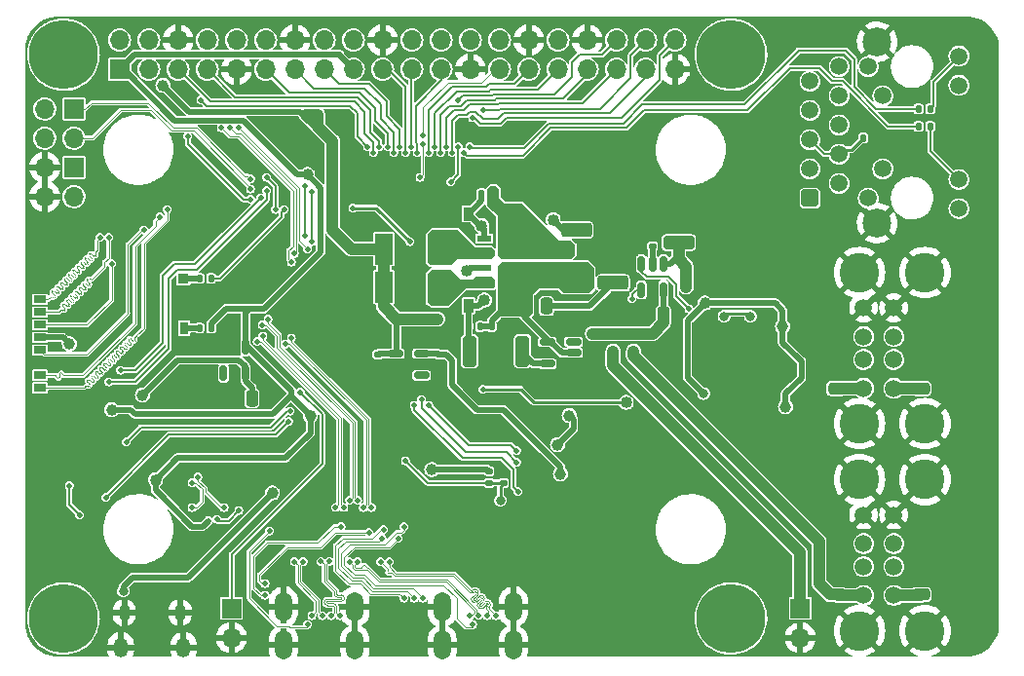
<source format=gbl>
G04 #@! TF.GenerationSoftware,KiCad,Pcbnew,(6.0.2-0)*
G04 #@! TF.CreationDate,2022-04-26T16:32:32-05:00*
G04 #@! TF.ProjectId,Pi2CM4,50693243-4d34-42e6-9b69-6361645f7063,rev?*
G04 #@! TF.SameCoordinates,Original*
G04 #@! TF.FileFunction,Copper,L4,Bot*
G04 #@! TF.FilePolarity,Positive*
%FSLAX46Y46*%
G04 Gerber Fmt 4.6, Leading zero omitted, Abs format (unit mm)*
G04 Created by KiCad (PCBNEW (6.0.2-0)) date 2022-04-26 16:32:32*
%MOMM*%
%LPD*%
G01*
G04 APERTURE LIST*
G04 Aperture macros list*
%AMRoundRect*
0 Rectangle with rounded corners*
0 $1 Rounding radius*
0 $2 $3 $4 $5 $6 $7 $8 $9 X,Y pos of 4 corners*
0 Add a 4 corners polygon primitive as box body*
4,1,4,$2,$3,$4,$5,$6,$7,$8,$9,$2,$3,0*
0 Add four circle primitives for the rounded corners*
1,1,$1+$1,$2,$3*
1,1,$1+$1,$4,$5*
1,1,$1+$1,$6,$7*
1,1,$1+$1,$8,$9*
0 Add four rect primitives between the rounded corners*
20,1,$1+$1,$2,$3,$4,$5,0*
20,1,$1+$1,$4,$5,$6,$7,0*
20,1,$1+$1,$6,$7,$8,$9,0*
20,1,$1+$1,$8,$9,$2,$3,0*%
G04 Aperture macros list end*
G04 #@! TA.AperFunction,SMDPad,CuDef*
%ADD10RoundRect,0.250000X-0.250000X-0.475000X0.250000X-0.475000X0.250000X0.475000X-0.250000X0.475000X0*%
G04 #@! TD*
G04 #@! TA.AperFunction,SMDPad,CuDef*
%ADD11RoundRect,0.250000X-1.075000X0.362500X-1.075000X-0.362500X1.075000X-0.362500X1.075000X0.362500X0*%
G04 #@! TD*
G04 #@! TA.AperFunction,SMDPad,CuDef*
%ADD12RoundRect,0.250000X-0.362500X-1.075000X0.362500X-1.075000X0.362500X1.075000X-0.362500X1.075000X0*%
G04 #@! TD*
G04 #@! TA.AperFunction,SMDPad,CuDef*
%ADD13RoundRect,0.250000X1.075000X-0.362500X1.075000X0.362500X-1.075000X0.362500X-1.075000X-0.362500X0*%
G04 #@! TD*
G04 #@! TA.AperFunction,SMDPad,CuDef*
%ADD14RoundRect,0.150000X0.512500X0.150000X-0.512500X0.150000X-0.512500X-0.150000X0.512500X-0.150000X0*%
G04 #@! TD*
G04 #@! TA.AperFunction,SMDPad,CuDef*
%ADD15RoundRect,0.150000X0.150000X-0.512500X0.150000X0.512500X-0.150000X0.512500X-0.150000X-0.512500X0*%
G04 #@! TD*
G04 #@! TA.AperFunction,ComponentPad*
%ADD16O,1.500000X2.550000*%
G04 #@! TD*
G04 #@! TA.AperFunction,SMDPad,CuDef*
%ADD17RoundRect,0.140000X-0.170000X0.140000X-0.170000X-0.140000X0.170000X-0.140000X0.170000X0.140000X0*%
G04 #@! TD*
G04 #@! TA.AperFunction,SMDPad,CuDef*
%ADD18RoundRect,0.135000X-0.135000X-0.185000X0.135000X-0.185000X0.135000X0.185000X-0.135000X0.185000X0*%
G04 #@! TD*
G04 #@! TA.AperFunction,WasherPad*
%ADD19C,6.000000*%
G04 #@! TD*
G04 #@! TA.AperFunction,SMDPad,CuDef*
%ADD20RoundRect,0.250000X0.475000X-0.250000X0.475000X0.250000X-0.475000X0.250000X-0.475000X-0.250000X0*%
G04 #@! TD*
G04 #@! TA.AperFunction,SMDPad,CuDef*
%ADD21R,0.900000X1.200000*%
G04 #@! TD*
G04 #@! TA.AperFunction,SMDPad,CuDef*
%ADD22RoundRect,0.135000X0.135000X0.185000X-0.135000X0.185000X-0.135000X-0.185000X0.135000X-0.185000X0*%
G04 #@! TD*
G04 #@! TA.AperFunction,ComponentPad*
%ADD23RoundRect,0.250500X0.499500X-0.499500X0.499500X0.499500X-0.499500X0.499500X-0.499500X-0.499500X0*%
G04 #@! TD*
G04 #@! TA.AperFunction,ComponentPad*
%ADD24C,1.500000*%
G04 #@! TD*
G04 #@! TA.AperFunction,ComponentPad*
%ADD25C,2.500000*%
G04 #@! TD*
G04 #@! TA.AperFunction,ComponentPad*
%ADD26C,3.450000*%
G04 #@! TD*
G04 #@! TA.AperFunction,ComponentPad*
%ADD27R,1.700000X1.700000*%
G04 #@! TD*
G04 #@! TA.AperFunction,ComponentPad*
%ADD28O,1.700000X1.700000*%
G04 #@! TD*
G04 #@! TA.AperFunction,SMDPad,CuDef*
%ADD29RoundRect,0.250000X1.100000X-0.325000X1.100000X0.325000X-1.100000X0.325000X-1.100000X-0.325000X0*%
G04 #@! TD*
G04 #@! TA.AperFunction,ComponentPad*
%ADD30O,1.300000X1.700000*%
G04 #@! TD*
G04 #@! TA.AperFunction,ComponentPad*
%ADD31O,1.000000X1.400000*%
G04 #@! TD*
G04 #@! TA.AperFunction,SMDPad,CuDef*
%ADD32RoundRect,0.250000X0.250000X0.475000X-0.250000X0.475000X-0.250000X-0.475000X0.250000X-0.475000X0*%
G04 #@! TD*
G04 #@! TA.AperFunction,SMDPad,CuDef*
%ADD33RoundRect,0.135000X0.185000X-0.135000X0.185000X0.135000X-0.185000X0.135000X-0.185000X-0.135000X0*%
G04 #@! TD*
G04 #@! TA.AperFunction,SMDPad,CuDef*
%ADD34R,1.500000X2.700000*%
G04 #@! TD*
G04 #@! TA.AperFunction,SMDPad,CuDef*
%ADD35RoundRect,0.135000X-0.185000X0.135000X-0.185000X-0.135000X0.185000X-0.135000X0.185000X0.135000X0*%
G04 #@! TD*
G04 #@! TA.AperFunction,SMDPad,CuDef*
%ADD36RoundRect,0.140000X-0.140000X-0.170000X0.140000X-0.170000X0.140000X0.170000X-0.140000X0.170000X0*%
G04 #@! TD*
G04 #@! TA.AperFunction,SMDPad,CuDef*
%ADD37R,1.270000X0.610000*%
G04 #@! TD*
G04 #@! TA.AperFunction,SMDPad,CuDef*
%ADD38R,1.020000X0.610000*%
G04 #@! TD*
G04 #@! TA.AperFunction,SMDPad,CuDef*
%ADD39R,3.810000X1.650000*%
G04 #@! TD*
G04 #@! TA.AperFunction,SMDPad,CuDef*
%ADD40R,1.100000X0.700000*%
G04 #@! TD*
G04 #@! TA.AperFunction,SMDPad,CuDef*
%ADD41R,0.930000X0.900000*%
G04 #@! TD*
G04 #@! TA.AperFunction,SMDPad,CuDef*
%ADD42R,0.780000X1.050000*%
G04 #@! TD*
G04 #@! TA.AperFunction,SMDPad,CuDef*
%ADD43R,3.330000X0.700000*%
G04 #@! TD*
G04 #@! TA.AperFunction,SMDPad,CuDef*
%ADD44R,2.800000X0.860000*%
G04 #@! TD*
G04 #@! TA.AperFunction,SMDPad,CuDef*
%ADD45R,1.830000X1.140000*%
G04 #@! TD*
G04 #@! TA.AperFunction,ViaPad*
%ADD46C,0.459994*%
G04 #@! TD*
G04 #@! TA.AperFunction,ViaPad*
%ADD47C,1.016000*%
G04 #@! TD*
G04 #@! TA.AperFunction,ViaPad*
%ADD48C,0.800000*%
G04 #@! TD*
G04 #@! TA.AperFunction,ViaPad*
%ADD49C,1.000000*%
G04 #@! TD*
G04 #@! TA.AperFunction,Conductor*
%ADD50C,0.500000*%
G04 #@! TD*
G04 #@! TA.AperFunction,Conductor*
%ADD51C,0.200000*%
G04 #@! TD*
G04 #@! TA.AperFunction,Conductor*
%ADD52C,0.250000*%
G04 #@! TD*
G04 #@! TA.AperFunction,Conductor*
%ADD53C,1.016000*%
G04 #@! TD*
G04 #@! TA.AperFunction,Conductor*
%ADD54C,0.508000*%
G04 #@! TD*
G04 #@! TA.AperFunction,Conductor*
%ADD55C,1.000000*%
G04 #@! TD*
G04 #@! TA.AperFunction,Conductor*
%ADD56C,0.088900*%
G04 #@! TD*
G04 #@! TA.AperFunction,Conductor*
%ADD57C,0.117348*%
G04 #@! TD*
G04 APERTURE END LIST*
D10*
X63567000Y-45339000D03*
X65467000Y-45339000D03*
D11*
X68072000Y-38708500D03*
X68072000Y-43333500D03*
D12*
X58774500Y-49276000D03*
X63399500Y-49276000D03*
D13*
X71247000Y-38708500D03*
X71247000Y-43333500D03*
D14*
X67812500Y-48453000D03*
X67812500Y-49403000D03*
X67812500Y-50353000D03*
X65537500Y-50353000D03*
X65537500Y-48453000D03*
D15*
X39304000Y-51175500D03*
X38354000Y-51175500D03*
X37404000Y-51175500D03*
X37404000Y-48900500D03*
X39304000Y-48900500D03*
D16*
X62600000Y-71470000D03*
X62600000Y-74830000D03*
X56400000Y-71470000D03*
X56400000Y-74830000D03*
D17*
X50800000Y-49558000D03*
X50800000Y-50518000D03*
D18*
X60704000Y-47117000D03*
X61724000Y-47117000D03*
D19*
X81500000Y-23500000D03*
D20*
X90678000Y-70419000D03*
X90678000Y-68519000D03*
D21*
X61976000Y-37338000D03*
X58676000Y-37338000D03*
D22*
X60836000Y-35560000D03*
X59816000Y-35560000D03*
D23*
X88360000Y-35965000D03*
D24*
X90900000Y-34695000D03*
X88360000Y-33425000D03*
X90900000Y-32155000D03*
X88360000Y-30885000D03*
X90900000Y-29615000D03*
X88360000Y-28345000D03*
X90900000Y-27075000D03*
X88360000Y-25805000D03*
X90900000Y-24535000D03*
X93420000Y-35965000D03*
X94690000Y-33425000D03*
X94690000Y-27075000D03*
X93420000Y-24535000D03*
X101310000Y-36880000D03*
X101310000Y-34340000D03*
X101310000Y-26160000D03*
X101310000Y-23620000D03*
D25*
X94200000Y-38125000D03*
X94200000Y-22375000D03*
D20*
X98044000Y-52512000D03*
X98044000Y-50612000D03*
D19*
X81500000Y-72500000D03*
D26*
X92680000Y-42430000D03*
X92680000Y-55570000D03*
X98360000Y-42430000D03*
X98360000Y-55570000D03*
D24*
X95650000Y-45500000D03*
X95650000Y-48000000D03*
X95650000Y-50000000D03*
X95650000Y-52500000D03*
X93030000Y-45500000D03*
X93030000Y-48000000D03*
X93030000Y-50000000D03*
X93030000Y-52500000D03*
D19*
X23500000Y-72500000D03*
D24*
X93030000Y-70500000D03*
X93030000Y-68000000D03*
X93030000Y-66000000D03*
X93030000Y-63500000D03*
X95650000Y-70500000D03*
X95650000Y-68000000D03*
X95650000Y-66000000D03*
X95650000Y-63500000D03*
D26*
X98360000Y-73570000D03*
X98360000Y-60430000D03*
X92680000Y-73570000D03*
X92680000Y-60430000D03*
D16*
X48820000Y-71470000D03*
X48820000Y-74830000D03*
X42620000Y-71470000D03*
X42620000Y-74830000D03*
D17*
X56134000Y-49558000D03*
X56134000Y-50518000D03*
D27*
X38100000Y-71623000D03*
D28*
X38100000Y-74163000D03*
D27*
X87528000Y-71628000D03*
D28*
X87528000Y-74168000D03*
D20*
X90678000Y-52512000D03*
X90678000Y-50612000D03*
D29*
X76962000Y-39829000D03*
X76962000Y-36879000D03*
D20*
X98044000Y-70419000D03*
X98044000Y-68519000D03*
D30*
X28474988Y-75030000D03*
D31*
X28774988Y-72000000D03*
D30*
X33924988Y-75030000D03*
D31*
X33624988Y-72000000D03*
D27*
X24404000Y-28214000D03*
D28*
X21864000Y-28214000D03*
X24404000Y-30754000D03*
X21864000Y-30754000D03*
D19*
X23500000Y-23500000D03*
D22*
X59692000Y-47117000D03*
X58672000Y-47117000D03*
D21*
X61976000Y-45339000D03*
X58676000Y-45339000D03*
D32*
X75626000Y-46101000D03*
X73726000Y-46101000D03*
D27*
X28369997Y-24770001D03*
D28*
X28369997Y-22230001D03*
X30909997Y-24770001D03*
X30909997Y-22230001D03*
X33449997Y-24770001D03*
X33449997Y-22230001D03*
X35989997Y-24770001D03*
X35989997Y-22230001D03*
X38529997Y-24770001D03*
X38529997Y-22230001D03*
X41069997Y-24770001D03*
X41069997Y-22230001D03*
X43609997Y-24770001D03*
X43609997Y-22230001D03*
X46149997Y-24770001D03*
X46149997Y-22230001D03*
X48689997Y-24770001D03*
X48689997Y-22230001D03*
X51229997Y-24770001D03*
X51229997Y-22230001D03*
X53769997Y-24770001D03*
X53769997Y-22230001D03*
X56309997Y-24770001D03*
X56309997Y-22230001D03*
X58849997Y-24770001D03*
X58849997Y-22230001D03*
X61389997Y-24770001D03*
X61389997Y-22230001D03*
X63929997Y-24770001D03*
X63929997Y-22230001D03*
X66469997Y-24770001D03*
X66469997Y-22230001D03*
X69009997Y-24770001D03*
X69009997Y-22230001D03*
X71549997Y-24770001D03*
X71549997Y-22230001D03*
X74089997Y-24770001D03*
X74089997Y-22230001D03*
X76629997Y-24770001D03*
X76629997Y-22230001D03*
D15*
X75626000Y-43936500D03*
X74676000Y-43936500D03*
X73726000Y-43936500D03*
X73726000Y-41661500D03*
X74676000Y-41661500D03*
X75626000Y-41661500D03*
D33*
X74676000Y-40134000D03*
X74676000Y-39114000D03*
D27*
X24404000Y-33294000D03*
D28*
X21864000Y-33294000D03*
X24404000Y-35834000D03*
X21864000Y-35834000D03*
D14*
X54604500Y-49469000D03*
X54604500Y-50419000D03*
X54604500Y-51369000D03*
X52329500Y-51369000D03*
X52329500Y-49469000D03*
D22*
X98810000Y-29718000D03*
X97790000Y-29718000D03*
D34*
X56134000Y-40399000D03*
X51334000Y-40399000D03*
D35*
X60452000Y-59688000D03*
X60452000Y-60708000D03*
D22*
X36324000Y-47244000D03*
X35304000Y-47244000D03*
D32*
X39878000Y-53340000D03*
X37978000Y-53340000D03*
D34*
X51334000Y-43701000D03*
X56134000Y-43701000D03*
D36*
X92992000Y-30734000D03*
X93952000Y-30734000D03*
D37*
X60068000Y-43307000D03*
X60068000Y-42037000D03*
X60068000Y-40767000D03*
X60068000Y-39497000D03*
D38*
X65533000Y-39497000D03*
D39*
X63428000Y-40272000D03*
D38*
X65533000Y-40767000D03*
X65533000Y-42037000D03*
D39*
X63428000Y-42532000D03*
D38*
X65533000Y-43307000D03*
D22*
X36324000Y-42926000D03*
X35304000Y-42926000D03*
D40*
X21440000Y-44780000D03*
X21440000Y-45880000D03*
X21440000Y-46980000D03*
X21440000Y-48080000D03*
X21440000Y-49180000D03*
X21440000Y-50280000D03*
X21440000Y-51380000D03*
X21440000Y-52480000D03*
D41*
X33905000Y-42990000D03*
D42*
X33980000Y-47255000D03*
D43*
X32705000Y-40680000D03*
X32705000Y-53640000D03*
D44*
X21940000Y-53560000D03*
D45*
X21455000Y-40900000D03*
D22*
X98808000Y-28194000D03*
X97788000Y-28194000D03*
D33*
X61722000Y-60708000D03*
X61722000Y-59688000D03*
D46*
X35052000Y-63754000D03*
X63119000Y-51435000D03*
X63881000Y-51435000D03*
X63881000Y-52197000D03*
X64643000Y-52959000D03*
X65405000Y-52959000D03*
X64643000Y-52197000D03*
X64643000Y-51435000D03*
X65405000Y-51435000D03*
X65405000Y-52197000D03*
X66167000Y-52959000D03*
X66167000Y-52197000D03*
X66167000Y-51435000D03*
X66929000Y-52959000D03*
X67691000Y-52959000D03*
X68453000Y-52959000D03*
X69215000Y-52959000D03*
X69977000Y-52959000D03*
X70739000Y-52197000D03*
X66929000Y-52197000D03*
X66929000Y-51435000D03*
X67691000Y-52197000D03*
X68453000Y-52197000D03*
X69215000Y-52197000D03*
X69977000Y-52197000D03*
X69977000Y-51435000D03*
X69977000Y-50673000D03*
X69977000Y-49911000D03*
X69215000Y-49911000D03*
X69215000Y-50673000D03*
X69215000Y-51435000D03*
X68453000Y-51435000D03*
X67691000Y-51435000D03*
X73025000Y-39751000D03*
X73787000Y-39751000D03*
X75311000Y-38227000D03*
X73787000Y-38989000D03*
X73025000Y-38989000D03*
X73025000Y-38227000D03*
X73787000Y-38227000D03*
X74549000Y-38227000D03*
X74549000Y-37465000D03*
X73787000Y-37465000D03*
X73025000Y-37465000D03*
X72263000Y-37465000D03*
X71501000Y-37465000D03*
X70739000Y-37465000D03*
X69977000Y-37465000D03*
X54483000Y-35560000D03*
X53848000Y-36195000D03*
X53213000Y-36957000D03*
X52578000Y-37592000D03*
X86360000Y-33020000D03*
X83820000Y-33020000D03*
X64389000Y-34798000D03*
X61722000Y-34798000D03*
X62611000Y-34798000D03*
X63500000Y-34798000D03*
X63500000Y-33909000D03*
X62611000Y-33909000D03*
X61722000Y-33909000D03*
X75184000Y-27305000D03*
X78867000Y-27305000D03*
X82296000Y-32512000D03*
X82296000Y-31623000D03*
X83185000Y-31623000D03*
X82296000Y-30734000D03*
X82296000Y-29972000D03*
X83185000Y-29972000D03*
X83185000Y-30734000D03*
X83947000Y-30734000D03*
X83947000Y-29972000D03*
X84836000Y-29972000D03*
X84836000Y-30734000D03*
X85725000Y-30734000D03*
X85725000Y-29972000D03*
X57531000Y-35306000D03*
X54610000Y-38100000D03*
X55626000Y-37211000D03*
X55626000Y-38100000D03*
X56642000Y-36322000D03*
X56642000Y-37211000D03*
X56642000Y-38100000D03*
X57531000Y-38100000D03*
X57531000Y-37211000D03*
X57531000Y-36322000D03*
X53594000Y-39751000D03*
X59944000Y-52578000D03*
D47*
X72390000Y-53721000D03*
X71247000Y-49276000D03*
X69469000Y-47752000D03*
X56007000Y-46482000D03*
X77597000Y-43688000D03*
X73025000Y-49276000D03*
D46*
X72898000Y-44704000D03*
D47*
X66040000Y-37846000D03*
X67183000Y-40513000D03*
X59817000Y-38354000D03*
X60071000Y-44831000D03*
X58547000Y-42291000D03*
D46*
X54356000Y-26797000D03*
X54991000Y-26162000D03*
X30226000Y-37465000D03*
X28956000Y-38862000D03*
X34417000Y-36830000D03*
X35179000Y-37592000D03*
X29337000Y-37465000D03*
X26670000Y-39370000D03*
X27432000Y-39370000D03*
X32512000Y-36957000D03*
X31877000Y-37592000D03*
X37592000Y-33655000D03*
X38354000Y-34417000D03*
X30480000Y-38735000D03*
X27686000Y-41656000D03*
X58801000Y-31496000D03*
D48*
X81534000Y-49276000D03*
D46*
X36957000Y-65405000D03*
D48*
X53594000Y-75184000D03*
X50546000Y-75184000D03*
X81534000Y-50292000D03*
X51562000Y-75184000D03*
X54610000Y-75184000D03*
D46*
X36068000Y-62484000D03*
X90551000Y-64262000D03*
X91694000Y-49657000D03*
X41148000Y-43815000D03*
X59817000Y-66040000D03*
X37846000Y-60579000D03*
X34544000Y-26924000D03*
X61849000Y-29972000D03*
X47879000Y-34544000D03*
X48514000Y-28956000D03*
X70414555Y-62736340D03*
X46863000Y-68834000D03*
X42164000Y-52959000D03*
X36957000Y-26924000D03*
X62357000Y-29464000D03*
D48*
X51562000Y-71120000D03*
D46*
X35560000Y-65659000D03*
X47879000Y-28575000D03*
X58039000Y-66040000D03*
D49*
X71120000Y-55245000D03*
D46*
X60706000Y-72898000D03*
D48*
X26289000Y-33909000D03*
D46*
X35052000Y-33147000D03*
X58928000Y-69088000D03*
X55372000Y-66040000D03*
X37846000Y-61341000D03*
X40386000Y-67437000D03*
X47879000Y-33782000D03*
D48*
X50546000Y-74168000D03*
D46*
X33909000Y-26289000D03*
X60833000Y-66040000D03*
D48*
X52578000Y-74168000D03*
D46*
X60452000Y-69342000D03*
X51181000Y-30607000D03*
X40513000Y-34671000D03*
X51816000Y-26162000D03*
X45593000Y-68199000D03*
X89662000Y-57023000D03*
X33909000Y-60452000D03*
D48*
X77978000Y-25654000D03*
D46*
X42037000Y-45847000D03*
X61722000Y-67818000D03*
D48*
X51562000Y-74168000D03*
D46*
X52451000Y-26797000D03*
D49*
X72390000Y-55245000D03*
D46*
X59563000Y-68199000D03*
X42037000Y-46609000D03*
X35306000Y-59436000D03*
D48*
X82550000Y-51308000D03*
D46*
X42164000Y-67691000D03*
D48*
X27305000Y-34925000D03*
X50546000Y-72136000D03*
D49*
X80010000Y-44069000D03*
D46*
X40894000Y-66929000D03*
X61849000Y-69088000D03*
X49276000Y-61468000D03*
X54102000Y-66040000D03*
X36195000Y-26289000D03*
X88773000Y-23876000D03*
D48*
X81534000Y-51308000D03*
D46*
X41148000Y-37465000D03*
D48*
X82550000Y-50292000D03*
D46*
X39116000Y-39497000D03*
D49*
X81280000Y-44069000D03*
D48*
X26289000Y-34925000D03*
X53594000Y-72136000D03*
X52578000Y-75184000D03*
D46*
X47117000Y-72898000D03*
X89535000Y-23876000D03*
D48*
X83566000Y-51308000D03*
X88900000Y-50038000D03*
D46*
X39878000Y-38735000D03*
D48*
X54610000Y-74168000D03*
X82550000Y-49276000D03*
D46*
X42799000Y-42291000D03*
X57150000Y-66040000D03*
D48*
X51562000Y-72136000D03*
X83566000Y-50292000D03*
X83566000Y-49276000D03*
D46*
X40894000Y-29845000D03*
D48*
X53594000Y-74168000D03*
D46*
X50673000Y-62230000D03*
D48*
X50546000Y-71120000D03*
X52578000Y-72136000D03*
D46*
X46736000Y-62230000D03*
X42672000Y-45212000D03*
D48*
X54610000Y-72136000D03*
D46*
X49276000Y-57150000D03*
X60071000Y-68707000D03*
X38354000Y-40259000D03*
X48133000Y-57150000D03*
X91567000Y-65278000D03*
X40259000Y-44704000D03*
X37211000Y-30988000D03*
D48*
X26289000Y-28448000D03*
D46*
X89662000Y-61341000D03*
X48133000Y-61468000D03*
X42037000Y-43053000D03*
X43434000Y-44450000D03*
D48*
X88900000Y-51054000D03*
D46*
X47879000Y-35433000D03*
X45466000Y-72898000D03*
X58928000Y-66040000D03*
X59944000Y-72898000D03*
X61087000Y-72263000D03*
X51816000Y-67564000D03*
X51054000Y-67564000D03*
X60325000Y-72263000D03*
X59582802Y-72238143D03*
X49054000Y-67570427D03*
X48346000Y-67570427D03*
X58801000Y-72263000D03*
X47625000Y-64516000D03*
X41021000Y-70485000D03*
X41402000Y-64897000D03*
X44704000Y-73025000D03*
X50038000Y-65024000D03*
X41021000Y-69469000D03*
X46736000Y-72263000D03*
X45874000Y-67542154D03*
X46582000Y-67542154D03*
X47498000Y-72263000D03*
X53086000Y-64516000D03*
X54737000Y-70739000D03*
X52578000Y-65532000D03*
X59055000Y-73025000D03*
X53975000Y-70739000D03*
X51181000Y-65532000D03*
X51308000Y-64770000D03*
X53086000Y-70739000D03*
X62992000Y-61468000D03*
X44704000Y-40386000D03*
X38735000Y-29845000D03*
X53975000Y-53975000D03*
X54610000Y-53467000D03*
X45085000Y-39751000D03*
X40640000Y-35941000D03*
X28448000Y-50927000D03*
X45085000Y-35433000D03*
X62865000Y-58928000D03*
X55245000Y-53975000D03*
X27432000Y-51943000D03*
X44450000Y-34925000D03*
X41148000Y-35306000D03*
X62865000Y-57912000D03*
X44450000Y-39243000D03*
X43303316Y-48136684D03*
X50254000Y-62857150D03*
X49546000Y-62857150D03*
X42802684Y-48637316D03*
X41271316Y-46485684D03*
X49054000Y-62230000D03*
X40770684Y-46986316D03*
X48346000Y-62230000D03*
X47854000Y-62851810D03*
X40826816Y-47946184D03*
X40326184Y-48446816D03*
X47146000Y-62851810D03*
X54737000Y-31242000D03*
X54483000Y-34163000D03*
X39751000Y-34290000D03*
X39751000Y-35179000D03*
X54737000Y-30480000D03*
X58293000Y-32004000D03*
X57150000Y-34544000D03*
X27178000Y-61976000D03*
X43053000Y-55372000D03*
X57785000Y-31496000D03*
X34290000Y-30607000D03*
X39751000Y-36068000D03*
X43307000Y-41529000D03*
X44069000Y-52832000D03*
X37211000Y-29845000D03*
X48641000Y-36830000D03*
X41910000Y-36957000D03*
X41148000Y-34163000D03*
X38735000Y-63119000D03*
X36830000Y-63881000D03*
X53213000Y-58801000D03*
D48*
X61468000Y-62230000D03*
D46*
X44323000Y-67564000D03*
X45974000Y-72263000D03*
X45085000Y-72263000D03*
X43561000Y-67564000D03*
D49*
X30353000Y-53086000D03*
X24003000Y-48641000D03*
D46*
X24892000Y-63500000D03*
X24003000Y-60960000D03*
D49*
X66675000Y-59944000D03*
D46*
X50419000Y-32004000D03*
X50927000Y-31496000D03*
X51689000Y-31496000D03*
X52197000Y-32004000D03*
X52705000Y-31496000D03*
X53213000Y-32004000D03*
X53721000Y-31496000D03*
X54229000Y-32004000D03*
X55245000Y-32004000D03*
X55753000Y-31496000D03*
X56261000Y-32004000D03*
X56769000Y-31496000D03*
X57785000Y-27432000D03*
X57277000Y-32004000D03*
X59944000Y-28321000D03*
X59055000Y-28978019D03*
X42672000Y-36957000D03*
D48*
X44577000Y-28702000D03*
D49*
X32131000Y-26162000D03*
D48*
X45593000Y-28702000D03*
D46*
X37973000Y-29845000D03*
X43561000Y-40767000D03*
X28956000Y-57150000D03*
X43180000Y-54483000D03*
X34674684Y-60702316D03*
X34671000Y-62865000D03*
X37465000Y-62865000D03*
X35175316Y-60201684D03*
D48*
X83185000Y-46228000D03*
D46*
X77851000Y-45593000D03*
D48*
X80899000Y-46228000D03*
D46*
X77724000Y-49149000D03*
X87376000Y-49911000D03*
D49*
X44704000Y-33909000D03*
X85979000Y-47117000D03*
X67437000Y-54864000D03*
X27686000Y-54356000D03*
X79248000Y-45085000D03*
D48*
X79121000Y-52959000D03*
D49*
X44958000Y-54864000D03*
X86233000Y-54102000D03*
X66421000Y-57404000D03*
D46*
X36068000Y-64008000D03*
D47*
X31496000Y-60452000D03*
D48*
X28702000Y-70104000D03*
D49*
X41656000Y-61595000D03*
X55499000Y-59563000D03*
D46*
X49911000Y-31496000D03*
X35433000Y-27432000D03*
D50*
X39624000Y-45593000D02*
X37592000Y-45593000D01*
X39304000Y-45913000D02*
X39304000Y-48900500D01*
X40894000Y-45593000D02*
X39624000Y-45593000D01*
X39624000Y-45593000D02*
X39304000Y-45913000D01*
X36324000Y-46861000D02*
X36324000Y-47244000D01*
X45847000Y-35052000D02*
X45847000Y-40640000D01*
X45847000Y-40640000D02*
X40894000Y-45593000D01*
X37592000Y-45593000D02*
X36324000Y-46861000D01*
X44704000Y-33909000D02*
X45847000Y-35052000D01*
X44958000Y-54864000D02*
X44958000Y-56388000D01*
X44958000Y-56388000D02*
X42799000Y-58547000D01*
X42799000Y-58547000D02*
X33401000Y-58547000D01*
X33401000Y-58547000D02*
X31496000Y-60452000D01*
X44958000Y-54864000D02*
X43307000Y-53213000D01*
X43307000Y-53213000D02*
X43307000Y-52705000D01*
X43307000Y-52705000D02*
X39502500Y-48900500D01*
X39502500Y-48900500D02*
X39304000Y-48900500D01*
D51*
X44069000Y-52832000D02*
X45974000Y-54737000D01*
X45974000Y-54737000D02*
X45974000Y-59055000D01*
X45974000Y-59055000D02*
X38100000Y-66929000D01*
X38100000Y-66929000D02*
X38100000Y-71623000D01*
D52*
X53594000Y-39751000D02*
X50673000Y-36830000D01*
X50673000Y-36830000D02*
X48641000Y-36830000D01*
D53*
X56007000Y-46482000D02*
X52451000Y-46482000D01*
D52*
X63246000Y-52578000D02*
X59944000Y-52578000D01*
X72390000Y-53721000D02*
X64389000Y-53721000D01*
X64389000Y-53721000D02*
X63246000Y-52578000D01*
D54*
X61722000Y-54356000D02*
X59436000Y-54356000D01*
X57277000Y-52197000D02*
X57277000Y-50038000D01*
X65151000Y-57785000D02*
X61722000Y-54356000D01*
X59436000Y-54356000D02*
X57277000Y-52197000D01*
X56797000Y-49558000D02*
X57277000Y-50038000D01*
X56134000Y-49558000D02*
X56797000Y-49558000D01*
X54604500Y-49469000D02*
X56045000Y-49469000D01*
X56045000Y-49469000D02*
X56134000Y-49558000D01*
X52329500Y-49469000D02*
X50889000Y-49469000D01*
X50889000Y-49469000D02*
X50800000Y-49558000D01*
X52451000Y-46482000D02*
X52451000Y-49347500D01*
X52451000Y-49347500D02*
X52329500Y-49469000D01*
X65537500Y-48453000D02*
X65537500Y-48265500D01*
X63567000Y-46295000D02*
X63567000Y-45339000D01*
X65537500Y-48265500D02*
X63567000Y-46295000D01*
X60704000Y-47117000D02*
X60704000Y-46611000D01*
X60704000Y-46611000D02*
X61976000Y-45339000D01*
X59692000Y-47117000D02*
X60704000Y-47117000D01*
X58672000Y-47117000D02*
X58672000Y-45976000D01*
X58672000Y-45976000D02*
X58676000Y-45972000D01*
X58676000Y-45972000D02*
X58676000Y-45339000D01*
X58774500Y-49276000D02*
X58774500Y-48614500D01*
X58774500Y-48614500D02*
X58672000Y-48512000D01*
X58672000Y-48512000D02*
X58672000Y-47117000D01*
X67812500Y-49403000D02*
X66802000Y-49403000D01*
X66802000Y-49403000D02*
X65852000Y-48453000D01*
X65852000Y-48453000D02*
X65537500Y-48453000D01*
X63399500Y-49276000D02*
X63399500Y-49429500D01*
X63399500Y-49429500D02*
X64323000Y-50353000D01*
X64323000Y-50353000D02*
X65537500Y-50353000D01*
D55*
X73025000Y-49276000D02*
X73025000Y-49657000D01*
X73025000Y-49657000D02*
X89154000Y-65786000D01*
X89154000Y-65786000D02*
X89154000Y-69469000D01*
X89154000Y-69469000D02*
X90104000Y-70419000D01*
X90104000Y-70419000D02*
X90678000Y-70419000D01*
X71247000Y-49276000D02*
X71247000Y-50482500D01*
X71247000Y-50482500D02*
X87503000Y-66738500D01*
X87503000Y-66738500D02*
X87503000Y-71603000D01*
X87503000Y-71603000D02*
X87528000Y-71628000D01*
D53*
X69469000Y-47752000D02*
X74676000Y-47752000D01*
X74676000Y-47752000D02*
X75626000Y-46802000D01*
X75626000Y-46802000D02*
X75626000Y-46101000D01*
D54*
X66040000Y-37846000D02*
X66902500Y-38708500D01*
X66902500Y-38708500D02*
X68072000Y-38708500D01*
D51*
X72898000Y-44704000D02*
X72898000Y-44323000D01*
X72898000Y-44323000D02*
X73284500Y-43936500D01*
X73284500Y-43936500D02*
X73726000Y-43936500D01*
D55*
X51334000Y-40399000D02*
X48527000Y-40399000D01*
X48527000Y-40399000D02*
X48260000Y-40132000D01*
D53*
X52451000Y-46482000D02*
X51308000Y-45339000D01*
X51308000Y-45339000D02*
X51308000Y-43727000D01*
X51308000Y-43727000D02*
X51334000Y-43701000D01*
D54*
X75626000Y-41661500D02*
X76194500Y-41661500D01*
X76194500Y-41661500D02*
X76962000Y-40894000D01*
X76962000Y-40894000D02*
X76962000Y-39829000D01*
D55*
X77597000Y-41910000D02*
X76962000Y-41275000D01*
X77597000Y-43688000D02*
X77597000Y-41910000D01*
X76962000Y-41275000D02*
X76962000Y-39829000D01*
D51*
X73726000Y-41661500D02*
X73726000Y-42357000D01*
X74168000Y-42799000D02*
X76073000Y-42799000D01*
X73726000Y-42357000D02*
X74168000Y-42799000D01*
X76073000Y-42799000D02*
X76708000Y-43434000D01*
X76708000Y-43434000D02*
X76708000Y-44450000D01*
X76708000Y-44450000D02*
X77851000Y-45593000D01*
D54*
X65467000Y-45339000D02*
X69241500Y-45339000D01*
X69241500Y-45339000D02*
X71247000Y-43333500D01*
X75626000Y-43936500D02*
X75626000Y-46101000D01*
X74676000Y-40134000D02*
X74676000Y-41661500D01*
X58676000Y-37340000D02*
X58676000Y-37338000D01*
X59690000Y-38354000D02*
X58676000Y-37340000D01*
X59817000Y-38354000D02*
X59690000Y-38354000D01*
X59817000Y-38354000D02*
X60068000Y-38605000D01*
X60068000Y-38605000D02*
X60068000Y-39497000D01*
X58676000Y-45339000D02*
X59563000Y-45339000D01*
X59563000Y-45339000D02*
X60071000Y-44831000D01*
X58801000Y-42037000D02*
X58547000Y-42291000D01*
X60068000Y-42037000D02*
X58801000Y-42037000D01*
X59816000Y-35560000D02*
X59816000Y-36198000D01*
X59816000Y-36198000D02*
X58676000Y-37338000D01*
X60836000Y-35560000D02*
X60836000Y-36198000D01*
X60836000Y-36198000D02*
X61976000Y-37338000D01*
D51*
X55245000Y-53975000D02*
X58674000Y-57404000D01*
X58674000Y-57404000D02*
X62357000Y-57404000D01*
X62357000Y-57404000D02*
X62865000Y-57912000D01*
X54610000Y-53467000D02*
X54610000Y-54229000D01*
X54610000Y-54229000D02*
X58420000Y-58039000D01*
X58420000Y-58039000D02*
X61976000Y-58039000D01*
X61976000Y-58039000D02*
X62865000Y-58928000D01*
X62611000Y-61087000D02*
X62992000Y-61468000D01*
X53975000Y-53975000D02*
X53975000Y-54356000D01*
X53975000Y-54356000D02*
X58166000Y-58547000D01*
X58166000Y-58547000D02*
X61595000Y-58547000D01*
X62611000Y-59563000D02*
X62611000Y-61087000D01*
X61595000Y-58547000D02*
X62611000Y-59563000D01*
D55*
X93030000Y-70500000D02*
X90759000Y-70500000D01*
X90759000Y-70500000D02*
X90678000Y-70419000D01*
X95650000Y-70500000D02*
X97963000Y-70500000D01*
X97963000Y-70500000D02*
X98044000Y-70419000D01*
X95650000Y-52500000D02*
X98032000Y-52500000D01*
X98032000Y-52500000D02*
X98044000Y-52512000D01*
X93030000Y-52500000D02*
X90944000Y-52500000D01*
X90944000Y-52500000D02*
X90932000Y-52512000D01*
D51*
X54229000Y-32004000D02*
X54229000Y-31242000D01*
X54102000Y-31115000D02*
X54102000Y-27940000D01*
X56310000Y-25732000D02*
X56310000Y-24770000D01*
X54229000Y-31242000D02*
X54102000Y-31115000D01*
X54102000Y-27940000D02*
X56310000Y-25732000D01*
D56*
X54483000Y-34163000D02*
X54737000Y-33909000D01*
X54737000Y-33909000D02*
X54737000Y-31242000D01*
D51*
X34290000Y-31242000D02*
X39116000Y-36068000D01*
X39116000Y-36068000D02*
X39751000Y-36068000D01*
X34290000Y-30607000D02*
X34290000Y-31242000D01*
D56*
X26477634Y-51605573D02*
X26477634Y-51605572D01*
X26567441Y-51156559D02*
X26567440Y-51156557D01*
X28722718Y-49001279D02*
X28812520Y-49091081D01*
X28453309Y-48911480D02*
G75*
G03*
X28453310Y-49091083I89802J-89801D01*
G01*
X26657244Y-50707545D02*
G75*
G03*
X26657245Y-50887148I89802J-89801D01*
G01*
X27196064Y-50348330D02*
G75*
G03*
X27016458Y-50348330I-89803J-89805D01*
G01*
X26118425Y-51425969D02*
X26208228Y-51515772D01*
X26477634Y-51425966D02*
X26387831Y-51336163D01*
X25938818Y-51425971D02*
G75*
G03*
X25938819Y-51605574I89802J-89801D01*
G01*
X28992124Y-49091081D02*
G75*
G02*
X28812521Y-49091080I-89801J89802D01*
G01*
X26836851Y-50707543D02*
G75*
G03*
X26657245Y-50707543I-89803J-89805D01*
G01*
X26118420Y-51964785D02*
G75*
G02*
X25938817Y-51964784I-89801J89802D01*
G01*
X25759212Y-51785182D02*
G75*
G03*
X25579606Y-51785182I-89803J-89805D01*
G01*
X27914490Y-49629904D02*
X28004293Y-49719707D01*
X29261537Y-48462460D02*
X29171735Y-48372658D01*
X27196064Y-50348330D02*
X27285867Y-50438133D01*
X27555272Y-50348328D02*
G75*
G02*
X27555272Y-50527932I-89801J-89802D01*
G01*
X25759209Y-52144392D02*
X25669406Y-52054589D01*
X26836846Y-51066754D02*
G75*
G02*
X26836846Y-51246358I-89801J-89802D01*
G01*
X26926654Y-50797346D02*
X26926653Y-50797344D01*
X27555272Y-50527933D02*
G75*
G02*
X27375669Y-50527932I-89801J89802D01*
G01*
X29710551Y-48013445D02*
G75*
G03*
X29710552Y-48193048I89802J-89801D01*
G01*
X28094095Y-49270692D02*
X28094097Y-49270691D01*
X29351338Y-48731869D02*
X29351338Y-48731868D01*
X26477633Y-51425967D02*
G75*
G02*
X26477633Y-51605571I-89801J-89802D01*
G01*
X29171735Y-48193054D02*
G75*
G03*
X29171736Y-48372657I89802J-89801D01*
G01*
X29081931Y-48642066D02*
X29171733Y-48731868D01*
X27555273Y-50527934D02*
X27555273Y-50527933D01*
X25759212Y-51785182D02*
X25849015Y-51874985D01*
X27196059Y-50707541D02*
G75*
G02*
X27196059Y-50887145I-89801J-89802D01*
G01*
X25759208Y-52323996D02*
G75*
G02*
X25579605Y-52323997I-89802J89801D01*
G01*
X29351338Y-48552262D02*
X29261535Y-48462459D01*
X27196059Y-50887146D02*
G75*
G02*
X27016456Y-50887145I-89801J89802D01*
G01*
X27465472Y-50258525D02*
X27375670Y-50168723D01*
X27016457Y-50348332D02*
G75*
G03*
X27016458Y-50527935I89802J-89801D01*
G01*
X25759209Y-52323997D02*
X25759209Y-52323998D01*
X28992129Y-48552265D02*
X29081932Y-48642068D01*
X26118420Y-51785180D02*
G75*
G02*
X26118420Y-51964784I-89801J-89802D01*
G01*
X28543111Y-49180886D02*
X28453309Y-49091084D01*
X29261535Y-48462459D02*
X29261537Y-48462460D01*
X25579602Y-52323999D02*
G75*
G03*
X25400000Y-52323999I-89801J-89802D01*
G01*
X27375670Y-49989119D02*
G75*
G03*
X27375671Y-50168722I89802J-89801D01*
G01*
X26477633Y-51605572D02*
G75*
G02*
X26298030Y-51605571I-89801J89802D01*
G01*
X27555277Y-49989117D02*
G75*
G03*
X27375671Y-49989117I-89803J-89805D01*
G01*
X27914485Y-50168720D02*
G75*
G02*
X27734882Y-50168719I-89801J89802D01*
G01*
X27914485Y-49989115D02*
G75*
G02*
X27914485Y-50168719I-89801J-89802D01*
G01*
X26208228Y-51515772D02*
X26208227Y-51515770D01*
X30480000Y-47243997D02*
X30480000Y-39878000D01*
X27734883Y-49629906D02*
G75*
G03*
X27734884Y-49809509I89802J-89801D01*
G01*
X26836846Y-51246359D02*
G75*
G02*
X26657243Y-51246358I-89801J89802D01*
G01*
X28632911Y-49270689D02*
G75*
G02*
X28632911Y-49450293I-89801J-89802D01*
G01*
X26118425Y-51425969D02*
G75*
G03*
X25938819Y-51425969I-89803J-89805D01*
G01*
X27914486Y-50168721D02*
X27914486Y-50168720D01*
X27914490Y-49629904D02*
G75*
G03*
X27734884Y-49629904I-89803J-89805D01*
G01*
X28273698Y-49629902D02*
G75*
G02*
X28273698Y-49809506I-89801J-89802D01*
G01*
X21440000Y-52480000D02*
X21469000Y-52451000D01*
X26298031Y-51066758D02*
G75*
G03*
X26298032Y-51246361I89802J-89801D01*
G01*
X25579603Y-52323998D02*
X25579604Y-52323998D01*
X28992124Y-48911476D02*
G75*
G02*
X28992124Y-49091080I-89801J-89802D01*
G01*
X29710550Y-48013444D02*
X29710551Y-48013443D01*
X28992129Y-48552265D02*
G75*
G03*
X28812523Y-48552265I-89803J-89805D01*
G01*
X27824685Y-49899312D02*
X27734883Y-49809510D01*
X29710550Y-48372655D02*
G75*
G02*
X29530947Y-48372654I-89801J89802D01*
G01*
X28812522Y-48552267D02*
G75*
G03*
X28812523Y-48731870I89802J-89801D01*
G01*
X28632916Y-48911478D02*
G75*
G03*
X28453310Y-48911478I-89803J-89805D01*
G01*
X28273699Y-49809508D02*
X28273699Y-49809507D01*
X28992125Y-49091082D02*
X28992125Y-49091081D01*
X29171734Y-48193053D02*
X29171736Y-48193052D01*
X27285866Y-50438131D02*
X27375668Y-50527933D01*
X29351342Y-48193052D02*
X29441145Y-48282855D01*
X29351337Y-48552263D02*
G75*
G02*
X29351337Y-48731867I-89801J-89802D01*
G01*
X28273698Y-49809507D02*
G75*
G02*
X28094095Y-49809506I-89801J89802D01*
G01*
X28632911Y-49450294D02*
G75*
G02*
X28453308Y-49450293I-89801J89802D01*
G01*
X29351342Y-48193052D02*
G75*
G03*
X29171736Y-48193052I-89803J-89805D01*
G01*
X29710550Y-48193050D02*
G75*
G02*
X29710550Y-48372654I-89801J-89802D01*
G01*
X28004293Y-49719707D02*
X28004292Y-49719705D01*
X28094096Y-49270693D02*
G75*
G03*
X28094097Y-49450296I89802J-89801D01*
G01*
X26836851Y-50707543D02*
X26926654Y-50797346D01*
X27285867Y-50438133D02*
X27285866Y-50438131D01*
X27555277Y-49989117D02*
X27645080Y-50078920D01*
X29441145Y-48282855D02*
X29441144Y-48282853D01*
X25272997Y-52451000D02*
X25399999Y-52323998D01*
X25579604Y-51785183D02*
X25579606Y-51785182D01*
X25849015Y-51874985D02*
X25849014Y-51874983D01*
X27734882Y-49629905D02*
X27734884Y-49629904D01*
X26118421Y-51964786D02*
X26118421Y-51964785D01*
X27016456Y-50348331D02*
X27016458Y-50348330D01*
X26028618Y-51695376D02*
X26028620Y-51695377D01*
X25938817Y-51425970D02*
X25938819Y-51425969D01*
X26028620Y-51695377D02*
X25938818Y-51605575D01*
X26836847Y-51066753D02*
X26747044Y-50976950D01*
X27465470Y-50258524D02*
X27465472Y-50258525D01*
X26208227Y-51515770D02*
X26298029Y-51605572D01*
X21469000Y-52451000D02*
X25272997Y-52451000D01*
X28632912Y-49450295D02*
X28632912Y-49450294D01*
X26387831Y-51336163D02*
X26387833Y-51336164D01*
X26387833Y-51336164D02*
X26298031Y-51246362D01*
X26298030Y-51066757D02*
X26298032Y-51066756D01*
X26477638Y-51066756D02*
X26567441Y-51156559D01*
X29441144Y-48282853D02*
X29530946Y-48372655D01*
X26567440Y-51156557D02*
X26657242Y-51246359D01*
X27375669Y-49989118D02*
X27375671Y-49989117D01*
X26836847Y-51246360D02*
X26836847Y-51246359D01*
X26747044Y-50976950D02*
X26747046Y-50976951D01*
X26657243Y-50707544D02*
X26657245Y-50707543D01*
X29351337Y-48731868D02*
G75*
G02*
X29171734Y-48731867I-89801J89802D01*
G01*
X25579605Y-51785184D02*
G75*
G03*
X25579606Y-51964787I89802J-89801D01*
G01*
X26926653Y-50797344D02*
X27016455Y-50887146D01*
X27196060Y-50887147D02*
X27196060Y-50887146D01*
X25669406Y-52054589D02*
X25579605Y-51964788D01*
X27106259Y-50617738D02*
X27016457Y-50527936D01*
X27196060Y-50707540D02*
X27106257Y-50617737D01*
X26118421Y-51785179D02*
X26028618Y-51695376D01*
X26747046Y-50976951D02*
X26657244Y-50887149D01*
X25759208Y-52144393D02*
G75*
G02*
X25759208Y-52323997I-89801J-89802D01*
G01*
X27106257Y-50617737D02*
X27106259Y-50617738D01*
X28273703Y-49270691D02*
G75*
G03*
X28094097Y-49270691I-89803J-89805D01*
G01*
X25849014Y-51874983D02*
X25938816Y-51964785D01*
X27555273Y-50348327D02*
X27465470Y-50258524D01*
X26477638Y-51066756D02*
G75*
G03*
X26298032Y-51066756I-89803J-89805D01*
G01*
X27645080Y-50078920D02*
X27645079Y-50078918D01*
X27645079Y-50078918D02*
X27734881Y-50168720D01*
X27914486Y-49989114D02*
X27824683Y-49899311D01*
X27824683Y-49899311D02*
X27824685Y-49899312D01*
X28004292Y-49719705D02*
X28094094Y-49809507D01*
X28273699Y-49629901D02*
X28183896Y-49540098D01*
X28183896Y-49540098D02*
X28183898Y-49540099D01*
X28183898Y-49540099D02*
X28094096Y-49450297D01*
X28273703Y-49270691D02*
X28363506Y-49360494D01*
X28363506Y-49360494D02*
X28363505Y-49360492D01*
X28363505Y-49360492D02*
X28453307Y-49450294D01*
X28632912Y-49270688D02*
X28543109Y-49180885D01*
X28543109Y-49180885D02*
X28543111Y-49180886D01*
X28453308Y-48911479D02*
X28453310Y-48911478D01*
X28632916Y-48911478D02*
X28722719Y-49001281D01*
X28812521Y-48552266D02*
X28812523Y-48552265D01*
X28722719Y-49001281D02*
X28722718Y-49001279D01*
X28992125Y-48911475D02*
X28902322Y-48821672D01*
X28902322Y-48821672D02*
X28902324Y-48821673D01*
X28902324Y-48821673D02*
X28812522Y-48731871D01*
X29081932Y-48642068D02*
X29081931Y-48642066D01*
X29710551Y-48372656D02*
X29710551Y-48372655D01*
X29710551Y-48013443D02*
X29841896Y-47882101D01*
X29841896Y-47882101D02*
X30480000Y-47243997D01*
X30480000Y-39878000D02*
X32512000Y-37846000D01*
X32512000Y-37846000D02*
X32512000Y-36957000D01*
X23600209Y-45719998D02*
G75*
G02*
X23420606Y-45719999I-89802J89801D01*
G01*
X23420606Y-45181186D02*
G75*
G03*
X23420607Y-45360789I89802J-89801D01*
G01*
X23420603Y-45720001D02*
G75*
G03*
X23241001Y-45720001I-89801J-89802D01*
G01*
X23959421Y-45181182D02*
G75*
G02*
X23959421Y-45360786I-89801J-89802D01*
G01*
X23600209Y-45540395D02*
G75*
G02*
X23600209Y-45719999I-89801J-89802D01*
G01*
X23600213Y-45181184D02*
G75*
G03*
X23420607Y-45181184I-89803J-89805D01*
G01*
X23959421Y-45360787D02*
G75*
G02*
X23779818Y-45360786I-89801J89802D01*
G01*
X25396274Y-43744329D02*
X25306471Y-43654526D01*
X23779819Y-44821973D02*
G75*
G03*
X23779820Y-45001576I89802J-89801D01*
G01*
X25037061Y-44283149D02*
X25037061Y-44283148D01*
X24139032Y-44462760D02*
G75*
G03*
X24139033Y-44642363I89802J-89801D01*
G01*
X25575884Y-43025908D02*
G75*
G03*
X25575885Y-43205511I89802J-89801D01*
G01*
X24857458Y-43744334D02*
G75*
G03*
X24857459Y-43923937I89802J-89801D01*
G01*
X24318634Y-45001574D02*
G75*
G02*
X24139031Y-45001573I-89801J89802D01*
G01*
X24947258Y-44013739D02*
X24947260Y-44013740D01*
X23959426Y-44821971D02*
X24049229Y-44911774D01*
X23510407Y-45450591D02*
X23420606Y-45360790D01*
X25037065Y-43744332D02*
G75*
G03*
X24857459Y-43744332I-89803J-89805D01*
G01*
X24677848Y-44642362D02*
X24677848Y-44642361D01*
X23600213Y-45181184D02*
X23690016Y-45270987D01*
X23959426Y-44821971D02*
G75*
G03*
X23779820Y-44821971I-89803J-89805D01*
G01*
X25575883Y-43025907D02*
X25575885Y-43025906D01*
X24318634Y-44821969D02*
G75*
G02*
X24318634Y-45001573I-89801J-89802D01*
G01*
X25306471Y-43654526D02*
X25306473Y-43654527D01*
X23420605Y-45181185D02*
X23420607Y-45181184D01*
X24408441Y-44552559D02*
X24498243Y-44642361D01*
X24677847Y-44642361D02*
G75*
G02*
X24498244Y-44642360I-89801J89802D01*
G01*
X24049228Y-44911772D02*
X24139030Y-45001574D01*
X24677847Y-44462756D02*
G75*
G02*
X24677847Y-44642360I-89801J-89802D01*
G01*
X24677852Y-44103545D02*
G75*
G03*
X24498246Y-44103545I-89803J-89805D01*
G01*
X25037060Y-44283148D02*
G75*
G02*
X24857457Y-44283147I-89801J89802D01*
G01*
X24677848Y-44462755D02*
X24588045Y-44372952D01*
X25486081Y-43474922D02*
X25486080Y-43474920D01*
X25755486Y-43564722D02*
G75*
G02*
X25575883Y-43564721I-89801J89802D01*
G01*
X25037060Y-44103543D02*
G75*
G02*
X25037060Y-44283147I-89801J-89802D01*
G01*
X25396273Y-43923935D02*
G75*
G02*
X25216670Y-43923934I-89801J89802D01*
G01*
X23959422Y-45181181D02*
X23869619Y-45091378D01*
X25396273Y-43744330D02*
G75*
G02*
X25396273Y-43923934I-89801J-89802D01*
G01*
X24498245Y-44103547D02*
G75*
G03*
X24498246Y-44283150I89802J-89801D01*
G01*
X24049229Y-44911774D02*
X24049228Y-44911772D01*
X25396278Y-43385119D02*
G75*
G03*
X25216672Y-43385119I-89803J-89805D01*
G01*
X24318639Y-44462758D02*
G75*
G03*
X24139033Y-44462758I-89803J-89805D01*
G01*
X25755491Y-43025906D02*
G75*
G03*
X25575885Y-43025906I-89803J-89805D01*
G01*
X25126867Y-43834133D02*
X25216669Y-43923935D01*
X25396274Y-43923936D02*
X25396274Y-43923935D01*
X25755486Y-43385117D02*
G75*
G02*
X25755486Y-43564721I-89801J-89802D01*
G01*
X25935095Y-43025906D02*
G75*
G02*
X25755492Y-43025905I-89801J89802D01*
G01*
X23869619Y-45091378D02*
X23869621Y-45091379D01*
X27051000Y-41529000D02*
X27432000Y-41148000D01*
X21440000Y-45880000D02*
X23081000Y-45880000D01*
X25216671Y-43385121D02*
G75*
G03*
X25216672Y-43564724I89802J-89801D01*
G01*
X23420604Y-45720000D02*
X23420605Y-45720000D01*
X23690016Y-45270987D02*
X23690015Y-45270985D01*
X24408442Y-44552561D02*
X24408441Y-44552559D01*
X23600210Y-45719999D02*
X23600210Y-45720000D01*
X23600210Y-45540394D02*
X23510407Y-45450591D01*
X23690015Y-45270985D02*
X23779817Y-45360787D01*
X24318635Y-44821968D02*
X24228832Y-44732165D01*
X23959422Y-45360788D02*
X23959422Y-45360787D01*
X23869621Y-45091379D02*
X23779819Y-45001577D01*
X27051000Y-41910000D02*
X27051000Y-41529000D01*
X23779818Y-44821972D02*
X23779820Y-44821971D01*
X23081000Y-45880000D02*
X23241000Y-45720000D01*
X25935096Y-43025907D02*
X25935097Y-43025906D01*
X24318635Y-45001575D02*
X24318635Y-45001574D01*
X24228832Y-44732165D02*
X24228834Y-44732166D01*
X24228834Y-44732166D02*
X24139032Y-44642364D01*
X24139031Y-44462759D02*
X24139033Y-44462758D01*
X24318639Y-44462758D02*
X24408442Y-44552561D01*
X24588045Y-44372952D02*
X24588047Y-44372953D01*
X24588047Y-44372953D02*
X24498245Y-44283151D01*
X24498244Y-44103546D02*
X24498246Y-44103545D01*
X24677852Y-44103545D02*
X24767655Y-44193348D01*
X24767655Y-44193348D02*
X24767654Y-44193346D01*
X24767654Y-44193346D02*
X24857456Y-44283148D01*
X25037061Y-44103542D02*
X24947258Y-44013739D01*
X24947260Y-44013740D02*
X24857458Y-43923938D01*
X24857457Y-43744333D02*
X24857459Y-43744332D01*
X25037065Y-43744332D02*
X25126868Y-43834135D01*
X27432000Y-41148000D02*
X27432000Y-39370000D01*
X25126868Y-43834135D02*
X25126867Y-43834133D01*
X25306473Y-43654527D02*
X25216671Y-43564725D01*
X25216670Y-43385120D02*
X25216672Y-43385119D01*
X25755487Y-43564723D02*
X25755487Y-43564722D01*
X25396278Y-43385119D02*
X25486081Y-43474922D01*
X25486080Y-43474920D02*
X25575882Y-43564722D01*
X25755487Y-43385116D02*
X25665684Y-43295313D01*
X25665686Y-43295314D02*
X25575884Y-43205512D01*
X25665684Y-43295313D02*
X25665686Y-43295314D01*
X25935097Y-43025906D02*
X26157427Y-42803573D01*
X26157427Y-42803573D02*
X27051000Y-41910000D01*
X22531603Y-44577001D02*
G75*
G03*
X22352001Y-44577001I-89801J-89802D01*
G01*
X24148065Y-42601332D02*
G75*
G03*
X23968459Y-42601332I-89803J-89805D01*
G01*
X24866491Y-41882906D02*
G75*
G03*
X24686885Y-41882906I-89803J-89805D01*
G01*
X23339832Y-43589165D02*
X23339834Y-43589166D01*
X23609244Y-42960546D02*
X23609246Y-42960545D01*
X23968457Y-42601333D02*
X23968459Y-42601332D01*
X24148060Y-43140148D02*
G75*
G02*
X23968457Y-43140147I-89801J89802D01*
G01*
X25854323Y-41074674D02*
X25854325Y-41074675D01*
X23429634Y-43858574D02*
G75*
G02*
X23250031Y-43858573I-89801J89802D01*
G01*
X23070421Y-44038182D02*
G75*
G02*
X23070421Y-44217786I-89801J-89802D01*
G01*
X23070426Y-43678971D02*
G75*
G03*
X22890820Y-43678971I-89803J-89805D01*
G01*
X23609245Y-42960547D02*
G75*
G03*
X23609246Y-43140150I89802J-89801D01*
G01*
X26303338Y-40984870D02*
G75*
G02*
X26123735Y-40984869I-89801J89802D01*
G01*
X24597080Y-42331920D02*
X24686882Y-42421722D01*
X23788847Y-43319756D02*
G75*
G02*
X23788847Y-43499360I-89801J-89802D01*
G01*
X23788852Y-42960545D02*
G75*
G03*
X23609246Y-42960545I-89803J-89805D01*
G01*
X23788852Y-42960545D02*
X23878655Y-43050348D01*
X24686884Y-41882908D02*
G75*
G03*
X24686885Y-42062511I89802J-89801D01*
G01*
X24507273Y-42601330D02*
G75*
G02*
X24507273Y-42780934I-89801J-89802D01*
G01*
X23788848Y-43319755D02*
X23699045Y-43229952D01*
X24148060Y-42960543D02*
G75*
G02*
X24148060Y-43140147I-89801J-89802D01*
G01*
X24866486Y-42242117D02*
G75*
G02*
X24866486Y-42421721I-89801J-89802D01*
G01*
X25225699Y-42062509D02*
G75*
G02*
X25046096Y-42062508I-89801J89802D01*
G01*
X23070422Y-44038181D02*
X22980619Y-43948378D01*
X23429635Y-43678968D02*
X23339832Y-43589165D01*
X24327671Y-42242121D02*
G75*
G03*
X24327672Y-42421724I89802J-89801D01*
G01*
X23788848Y-43499362D02*
X23788848Y-43499361D01*
X26303338Y-40625659D02*
X26303339Y-40625658D01*
X24507278Y-42242119D02*
G75*
G03*
X24327672Y-42242119I-89803J-89805D01*
G01*
X25584912Y-41523691D02*
G75*
G02*
X25584912Y-41703295I-89801J-89802D01*
G01*
X23250032Y-43319760D02*
G75*
G03*
X23250033Y-43499363I89802J-89801D01*
G01*
X25584913Y-41523690D02*
X25495110Y-41433887D01*
X22531604Y-44577000D02*
X22531605Y-44577000D01*
X24866486Y-42421722D02*
G75*
G02*
X24686883Y-42421721I-89801J89802D01*
G01*
X22531606Y-44038186D02*
G75*
G03*
X22531607Y-44217789I89802J-89801D01*
G01*
X22980621Y-43948379D02*
X22890819Y-43858577D01*
X23788847Y-43499361D02*
G75*
G02*
X23609244Y-43499360I-89801J89802D01*
G01*
X25225704Y-41523693D02*
G75*
G03*
X25046098Y-41523693I-89803J-89805D01*
G01*
X22621407Y-44307591D02*
X22531606Y-44217790D01*
X25225699Y-41882904D02*
G75*
G02*
X25225699Y-42062508I-89801J-89802D01*
G01*
X23160228Y-43768772D02*
X23250030Y-43858574D01*
X23160229Y-43768774D02*
X23160228Y-43768772D01*
X25225700Y-41882903D02*
X25135897Y-41793100D01*
X23519442Y-43409561D02*
X23519441Y-43409559D01*
X23070421Y-44217787D02*
G75*
G02*
X22890818Y-44217786I-89801J89802D01*
G01*
X25495110Y-41433887D02*
X25495112Y-41433888D01*
X22801016Y-44127987D02*
X22801015Y-44127985D01*
X25944125Y-41344083D02*
G75*
G02*
X25764522Y-41344082I-89801J89802D01*
G01*
X24866487Y-42242116D02*
X24776684Y-42152313D01*
X25944125Y-41164478D02*
G75*
G02*
X25944125Y-41344082I-89801J-89802D01*
G01*
X25405310Y-41164482D02*
G75*
G03*
X25405311Y-41344085I89802J-89801D01*
G01*
X25046097Y-41523695D02*
G75*
G03*
X25046098Y-41703298I89802J-89801D01*
G01*
X25584917Y-41164480D02*
G75*
G03*
X25405311Y-41164480I-89803J-89805D01*
G01*
X22801015Y-44127985D02*
X22890817Y-44217787D01*
X23070426Y-43678971D02*
X23160229Y-43768774D01*
X23699045Y-43229952D02*
X23699047Y-43229953D01*
X25764523Y-40805269D02*
G75*
G03*
X25764524Y-40984872I89802J-89801D01*
G01*
X25944130Y-40805267D02*
G75*
G03*
X25764524Y-40805267I-89803J-89805D01*
G01*
X24148061Y-43140149D02*
X24148061Y-43140148D01*
X23429634Y-43678969D02*
G75*
G02*
X23429634Y-43858573I-89801J-89802D01*
G01*
X25046096Y-41523694D02*
X25046098Y-41523693D01*
X22711209Y-44576998D02*
G75*
G02*
X22531606Y-44576999I-89802J89801D01*
G01*
X26303339Y-40625660D02*
G75*
G03*
X26303340Y-40805263I89802J-89801D01*
G01*
X24507273Y-42780935D02*
G75*
G02*
X24327670Y-42780934I-89801J89802D01*
G01*
X25584912Y-41703296D02*
G75*
G02*
X25405309Y-41703295I-89801J89802D01*
G01*
X23339834Y-43589166D02*
X23250032Y-43499364D01*
X22149000Y-44780000D02*
X22352000Y-44577000D01*
X22711210Y-44576999D02*
X22711210Y-44577000D01*
X22711210Y-44397394D02*
X22621407Y-44307591D01*
X22890819Y-43678973D02*
G75*
G03*
X22890820Y-43858576I89802J-89801D01*
G01*
X22531605Y-44038185D02*
X22531607Y-44038184D01*
X22711213Y-44038184D02*
X22801016Y-44127987D01*
X22711213Y-44038184D02*
G75*
G03*
X22531607Y-44038184I-89803J-89805D01*
G01*
X26033933Y-40895070D02*
X26033932Y-40895068D01*
X24417473Y-42511527D02*
X24327671Y-42421725D01*
X23070422Y-44217788D02*
X23070422Y-44217787D01*
X22980619Y-43948378D02*
X22980621Y-43948379D01*
X23878655Y-43050348D02*
X23878654Y-43050346D01*
X22890818Y-43678972D02*
X22890820Y-43678971D01*
X25315507Y-41613496D02*
X25315506Y-41613494D01*
X23429635Y-43858575D02*
X23429635Y-43858574D01*
X26033932Y-40895068D02*
X26123734Y-40984870D01*
X24237868Y-42691135D02*
X24237867Y-42691133D01*
X23429639Y-43319758D02*
G75*
G03*
X23250033Y-43319758I-89803J-89805D01*
G01*
X23250031Y-43319759D02*
X23250033Y-43319758D01*
X23429639Y-43319758D02*
X23519442Y-43409561D01*
X26303338Y-40805265D02*
G75*
G02*
X26303338Y-40984869I-89801J-89802D01*
G01*
X26416000Y-39624000D02*
X26670000Y-39370000D01*
X23519441Y-43409559D02*
X23609243Y-43499361D01*
X23878654Y-43050346D02*
X23968456Y-43140148D01*
X24148061Y-42960542D02*
X24058258Y-42870739D01*
X24058258Y-42870739D02*
X24058260Y-42870740D01*
X24058260Y-42870740D02*
X23968458Y-42780938D01*
X24507274Y-42780936D02*
X24507274Y-42780935D01*
X23968458Y-42601334D02*
G75*
G03*
X23968459Y-42780937I89802J-89801D01*
G01*
X24148065Y-42601332D02*
X24237868Y-42691135D01*
X21440000Y-44780000D02*
X22149000Y-44780000D01*
X25315506Y-41613494D02*
X25405308Y-41703296D01*
X24237867Y-42691133D02*
X24327669Y-42780935D01*
X24507274Y-42601329D02*
X24417471Y-42511526D01*
X24417471Y-42511526D02*
X24417473Y-42511527D01*
X26303339Y-40984871D02*
X26303339Y-40984870D01*
X24327670Y-42242120D02*
X24327672Y-42242119D01*
X24507278Y-42242119D02*
X24597081Y-42331922D01*
X24597081Y-42331922D02*
X24597080Y-42331920D01*
X25584917Y-41164480D02*
X25674720Y-41254283D01*
X24866487Y-42421723D02*
X24866487Y-42421722D01*
X23699047Y-43229953D02*
X23609245Y-43140151D01*
X24776684Y-42152313D02*
X24776686Y-42152314D01*
X22711209Y-44397395D02*
G75*
G02*
X22711209Y-44576999I-89801J-89802D01*
G01*
X25584913Y-41703297D02*
X25584913Y-41703296D01*
X24776686Y-42152314D02*
X24686884Y-42062512D01*
X24686883Y-41882907D02*
X24686885Y-41882906D01*
X24866491Y-41882906D02*
X24956294Y-41972709D01*
X24956294Y-41972709D02*
X24956293Y-41972707D01*
X24956293Y-41972707D02*
X25046095Y-42062509D01*
X25225700Y-42062510D02*
X25225700Y-42062509D01*
X25135897Y-41793100D02*
X25135899Y-41793101D01*
X25135899Y-41793101D02*
X25046097Y-41703299D01*
X25225704Y-41523693D02*
X25315507Y-41613496D01*
X25495112Y-41433888D02*
X25405310Y-41344086D01*
X25405309Y-41164481D02*
X25405311Y-41164480D01*
X25674720Y-41254283D02*
X25674719Y-41254281D01*
X25674719Y-41254281D02*
X25764521Y-41344083D01*
X25944126Y-41344084D02*
X25944126Y-41344083D01*
X26303339Y-40625658D02*
X26416000Y-40513000D01*
X25944126Y-41164477D02*
X25854323Y-41074674D01*
X25854325Y-41074675D02*
X25764523Y-40984873D01*
X25764522Y-40805268D02*
X25764524Y-40805267D01*
X25944130Y-40805267D02*
X26033933Y-40895070D01*
X26416000Y-40513000D02*
X26416000Y-39624000D01*
X23296000Y-51126000D02*
G75*
G03*
X23169000Y-51253000I-1J-126999D01*
G01*
X23423000Y-51253000D02*
G75*
G03*
X23296000Y-51126000I-126999J1D01*
G01*
X23042000Y-51634000D02*
G75*
G02*
X22915000Y-51507000I-1J126999D01*
G01*
X23550000Y-51380000D02*
X25201000Y-51380000D01*
X25201000Y-51380000D02*
X29718000Y-46863000D01*
X22915000Y-51507000D02*
G75*
G03*
X22788000Y-51380000I-126999J1D01*
G01*
X23169000Y-51507000D02*
G75*
G02*
X23042000Y-51634000I-126999J-1D01*
G01*
X23550000Y-51380000D02*
G75*
G02*
X23423000Y-51253000I-1J126999D01*
G01*
X21440000Y-51380000D02*
X22788000Y-51380000D01*
X23169000Y-51507000D02*
X23169000Y-51253000D01*
X29718000Y-46863000D02*
X29718000Y-40132000D01*
X29718000Y-40132000D02*
X31496000Y-38354000D01*
X31496000Y-38354000D02*
X31496000Y-37973000D01*
X31496000Y-37973000D02*
X31877000Y-37592000D01*
D51*
X32131000Y-42672000D02*
X33147000Y-41656000D01*
X28448000Y-50927000D02*
X29718000Y-50927000D01*
X29718000Y-50927000D02*
X32131000Y-48514000D01*
X32131000Y-48514000D02*
X32131000Y-42672000D01*
X33147000Y-41656000D02*
X34925000Y-41656000D01*
X34925000Y-41656000D02*
X40640000Y-35941000D01*
X27178000Y-61976000D02*
X32639000Y-56515000D01*
X32639000Y-56515000D02*
X41910000Y-56515000D01*
X41910000Y-56515000D02*
X43053000Y-55372000D01*
D56*
X30353000Y-38735000D02*
X30480000Y-38735000D01*
X29083000Y-40005000D02*
X30353000Y-38735000D01*
X27686000Y-41783000D02*
X27686000Y-41656000D01*
X21440000Y-46980000D02*
X25537000Y-46980000D01*
X25537000Y-46980000D02*
X27686000Y-44831000D01*
X27686000Y-44831000D02*
X27686000Y-41783000D01*
X25527000Y-49530000D02*
X29083000Y-45974000D01*
X29083000Y-45974000D02*
X29083000Y-40005000D01*
X21440000Y-49180000D02*
X21790000Y-49530000D01*
X21790000Y-49530000D02*
X25527000Y-49530000D01*
D55*
X48260000Y-40132000D02*
X46863000Y-38735000D01*
X46863000Y-38735000D02*
X46863000Y-30988000D01*
X46863000Y-30988000D02*
X45593000Y-29718000D01*
D56*
X25908000Y-27686000D02*
X25380000Y-28214000D01*
X39751000Y-34290000D02*
X39497000Y-34036000D01*
X39497000Y-34036000D02*
X39243000Y-34036000D01*
X39243000Y-34036000D02*
X35052000Y-29845000D01*
X35052000Y-29845000D02*
X33020000Y-29845000D01*
X33020000Y-29845000D02*
X30861000Y-27686000D01*
X30861000Y-27686000D02*
X25908000Y-27686000D01*
X25380000Y-28214000D02*
X24404000Y-28214000D01*
X39751000Y-35052000D02*
X34798000Y-30099000D01*
X34798000Y-30099000D02*
X32893000Y-30099000D01*
X39751000Y-35179000D02*
X39751000Y-35052000D01*
X32893000Y-30099000D02*
X31115000Y-28321000D01*
X31115000Y-28321000D02*
X28448000Y-28321000D01*
X28448000Y-28321000D02*
X26015000Y-30754000D01*
X26015000Y-30754000D02*
X24404000Y-30754000D01*
D51*
X41148000Y-34163000D02*
X41910000Y-34925000D01*
X41910000Y-34925000D02*
X41910000Y-36957000D01*
X52705000Y-31496000D02*
X52705000Y-29972000D01*
X52705000Y-29972000D02*
X51562000Y-28829000D01*
X47415000Y-26035000D02*
X46150000Y-24770000D01*
X51562000Y-27559000D02*
X50038000Y-26035000D01*
X51562000Y-28829000D02*
X51562000Y-27559000D01*
X50038000Y-26035000D02*
X47415000Y-26035000D01*
X52197000Y-32004000D02*
X52197000Y-30226000D01*
X45256000Y-26416000D02*
X43610000Y-24770000D01*
X52197000Y-30226000D02*
X51054000Y-29083000D01*
X51054000Y-29083000D02*
X51054000Y-27828015D01*
X51054000Y-27828015D02*
X49641985Y-26416000D01*
X49641985Y-26416000D02*
X45256000Y-26416000D01*
D56*
X37211000Y-29845000D02*
X37973000Y-30607000D01*
X43434000Y-40132000D02*
X43053000Y-40513000D01*
X37973000Y-30607000D02*
X38735000Y-30607000D01*
X38735000Y-30607000D02*
X43434000Y-35306000D01*
X43434000Y-35306000D02*
X43434000Y-40132000D01*
X43053000Y-40513000D02*
X43053000Y-41275000D01*
X43053000Y-41275000D02*
X43307000Y-41529000D01*
X37973000Y-29845000D02*
X38481000Y-30353000D01*
X38481000Y-30353000D02*
X38862000Y-30353000D01*
X38862000Y-30353000D02*
X43688000Y-35179000D01*
X43688000Y-35179000D02*
X43688000Y-40640000D01*
X43688000Y-40640000D02*
X43561000Y-40767000D01*
X38735000Y-29845000D02*
X43942000Y-35052000D01*
X43942000Y-35052000D02*
X43942000Y-39624000D01*
X43942000Y-39624000D02*
X44704000Y-40386000D01*
D50*
X38354000Y-52964000D02*
X38354000Y-51175500D01*
X37978000Y-53340000D02*
X38354000Y-52964000D01*
D56*
X59894579Y-71062876D02*
X60002342Y-70955112D01*
X58938175Y-70106472D02*
X58938175Y-70106471D01*
X59131253Y-70784484D02*
X59239017Y-70676721D01*
X52363454Y-68611750D02*
X51816000Y-68064296D01*
X58938175Y-70106471D02*
X57443454Y-68611750D01*
X59652113Y-71305344D02*
X59759877Y-71197581D01*
X57443454Y-68611750D02*
X52363454Y-68611750D01*
X59697015Y-71431068D02*
X59652113Y-71386166D01*
X60128070Y-71080841D02*
X60060718Y-71148192D01*
X59306368Y-70609370D02*
X59306367Y-70609367D01*
X60002342Y-70604882D02*
X59957440Y-70559980D01*
X59827227Y-71130227D02*
X59894579Y-71062876D01*
X59759877Y-71197581D02*
X59827228Y-71130230D01*
X59086350Y-70039120D02*
X59018998Y-70106471D01*
X60564989Y-71733285D02*
X60455851Y-71624148D01*
X59176155Y-70910208D02*
X59131253Y-70865306D01*
X60060718Y-71148192D02*
X59777839Y-71431069D01*
X59176155Y-70910209D02*
X59176155Y-70910208D01*
X59306367Y-70609367D02*
X59346779Y-70568956D01*
X59346779Y-70568956D02*
X59481482Y-70434252D01*
X59499446Y-70667743D02*
X59256979Y-70910209D01*
X60455851Y-71543325D02*
X60523202Y-71475973D01*
X59607210Y-70559980D02*
X59499446Y-70667743D01*
X60564989Y-71740989D02*
X60564989Y-71733285D01*
X59697015Y-71431069D02*
X59697015Y-71431068D01*
X60455851Y-71543324D02*
X60455851Y-71543325D01*
X61087000Y-72263000D02*
X60564989Y-71740989D01*
X51816000Y-68064296D02*
X51816000Y-67564000D01*
X59827228Y-71130230D02*
X59827227Y-71130227D01*
X59239017Y-70676721D02*
X59306368Y-70609370D01*
X59481482Y-70084022D02*
X59436580Y-70039120D01*
X60523202Y-71125743D02*
X60478300Y-71080841D01*
X59697015Y-71431069D02*
G75*
G03*
X59777839Y-71431069I40412J40416D01*
G01*
X60002342Y-70604882D02*
G75*
G02*
X60002342Y-70955112I-175115J-175115D01*
G01*
X58938176Y-70106471D02*
G75*
G03*
X59018997Y-70106470I40410J40413D01*
G01*
X60523202Y-71125743D02*
G75*
G02*
X60523202Y-71475973I-175115J-175115D01*
G01*
X59086350Y-70039120D02*
G75*
G02*
X59436580Y-70039120I175115J-175115D01*
G01*
X60128070Y-71080841D02*
G75*
G02*
X60478300Y-71080841I175115J-175115D01*
G01*
X59652113Y-71305344D02*
G75*
G03*
X59652113Y-71386166I40410J-40411D01*
G01*
X59131253Y-70784484D02*
G75*
G03*
X59131253Y-70865306I40410J-40411D01*
G01*
X59481482Y-70084022D02*
G75*
G02*
X59481482Y-70434252I-175115J-175115D01*
G01*
X60455852Y-71543325D02*
G75*
G03*
X60455852Y-71624147I40412J-40411D01*
G01*
X59607210Y-70559980D02*
G75*
G02*
X59957440Y-70559980I175115J-175115D01*
G01*
X59176155Y-70910209D02*
G75*
G03*
X59256979Y-70910209I40412J40416D01*
G01*
X51685148Y-68562062D02*
X51685148Y-68562061D01*
X59346779Y-70218725D02*
X59346779Y-70218726D01*
X59625172Y-71062875D02*
X59867639Y-70820409D01*
X60388500Y-71260446D02*
X60388499Y-71260446D01*
X60195423Y-71282895D02*
X60087660Y-71390658D01*
X60325000Y-72263000D02*
X60430285Y-72157715D01*
X59221055Y-70173824D02*
X59153703Y-70241175D01*
X60087660Y-71390658D02*
X60087657Y-71390657D01*
X59741915Y-70694684D02*
X59634151Y-70802447D01*
X59499447Y-70937150D02*
X59391682Y-71044912D01*
X59346779Y-70218726D02*
X59301877Y-70173824D01*
X60388499Y-71260446D02*
X60343597Y-71215544D01*
X59867639Y-70739585D02*
X59867639Y-70739586D01*
X52284546Y-68802250D02*
X52044357Y-68562062D01*
X59566797Y-70869797D02*
X59499447Y-70937150D01*
X58996550Y-70649780D02*
X59104312Y-70542015D01*
X59041452Y-71044912D02*
X58996550Y-71000010D01*
X60262775Y-71215544D02*
X60195423Y-71282895D01*
X60430285Y-71867989D02*
X60321148Y-71758851D01*
X58412091Y-69849795D02*
X57364546Y-68802250D01*
X51685148Y-68382457D02*
X51685147Y-68382457D01*
X51864753Y-68562062D02*
X51864753Y-68562061D01*
X51546590Y-68056589D02*
X51054000Y-67564000D01*
X59562312Y-71565772D02*
X59517410Y-71520870D01*
X60020307Y-71458010D02*
X59912542Y-71565772D01*
X51546590Y-68064294D02*
X51546590Y-68056589D01*
X59867639Y-70739586D02*
X59822737Y-70694684D01*
X58803473Y-70241175D02*
X58412091Y-69849795D01*
X60087657Y-71390657D02*
X60020307Y-71458010D01*
X59566800Y-70869798D02*
X59566797Y-70869797D01*
X59517410Y-71170640D02*
X59625172Y-71062875D01*
X57364546Y-68802250D02*
X52284546Y-68802250D01*
X59634151Y-70802447D02*
X59566800Y-70869798D01*
X60430285Y-72157715D02*
X60430285Y-71867989D01*
X60321148Y-71408621D02*
X60388499Y-71341269D01*
X59104312Y-70542015D02*
X59346779Y-70299549D01*
X51685148Y-68202852D02*
X51546590Y-68064294D01*
X59517410Y-71170640D02*
G75*
G03*
X59517410Y-71520870I175115J-175115D01*
G01*
X51685149Y-68562061D02*
G75*
G03*
X51864752Y-68562060I89801J89802D01*
G01*
X59221055Y-70173824D02*
G75*
G02*
X59301877Y-70173824I40411J-40410D01*
G01*
X59041452Y-71044912D02*
G75*
G03*
X59391682Y-71044912I175115J175115D01*
G01*
X51685149Y-68382458D02*
G75*
G03*
X51685149Y-68562060I89802J-89801D01*
G01*
X51864754Y-68562063D02*
G75*
G02*
X52044356Y-68562063I89801J-89802D01*
G01*
X58996550Y-70649780D02*
G75*
G03*
X58996550Y-71000010I175115J-175115D01*
G01*
X59867638Y-70739586D02*
G75*
G02*
X59867638Y-70820408I-40412J-40411D01*
G01*
X60388499Y-71260447D02*
G75*
G02*
X60388498Y-71341268I-40413J-40410D01*
G01*
X59346778Y-70218726D02*
G75*
G02*
X59346778Y-70299548I-40412J-40411D01*
G01*
X60262775Y-71215544D02*
G75*
G02*
X60343597Y-71215544I40411J-40410D01*
G01*
X59562312Y-71565772D02*
G75*
G03*
X59912542Y-71565772I175115J175115D01*
G01*
X51685147Y-68202853D02*
G75*
G02*
X51685146Y-68382456I-89802J-89801D01*
G01*
X58803473Y-70241175D02*
G75*
G03*
X59153703Y-70241175I175115J175115D01*
G01*
X60321148Y-71408621D02*
G75*
G03*
X60321148Y-71758851I175115J-175115D01*
G01*
X59741915Y-70694684D02*
G75*
G02*
X59822737Y-70694684I40411J-40410D01*
G01*
X56808454Y-69119750D02*
X50966454Y-69119750D01*
X59404250Y-71977250D02*
X59404250Y-71715546D01*
X49950454Y-68103750D02*
X49879250Y-68103750D01*
X50966454Y-69119750D02*
X49950454Y-68103750D01*
X48795250Y-67829177D02*
X49054000Y-67570427D01*
X48876801Y-68103750D02*
X48795250Y-68022199D01*
X48795250Y-68022199D02*
X48795250Y-67829177D01*
X59582802Y-72238143D02*
X59582802Y-72155802D01*
X49371250Y-68103750D02*
X49321250Y-68103750D01*
X59404250Y-71715546D02*
X56808454Y-69119750D01*
X49321250Y-68103750D02*
X48876801Y-68103750D01*
X59582802Y-72155802D02*
X59404250Y-71977250D01*
X49752250Y-67976750D02*
G75*
G03*
X49879250Y-68103750I126999J-1D01*
G01*
X49625250Y-67849750D02*
G75*
G02*
X49752250Y-67976750I1J-126999D01*
G01*
X49371250Y-68103750D02*
G75*
G03*
X49498250Y-67976750I1J126999D01*
G01*
X49498250Y-67976750D02*
G75*
G02*
X49625250Y-67849750I126999J1D01*
G01*
X59213750Y-72009000D02*
X58959750Y-72263000D01*
X59213750Y-71794454D02*
X59213750Y-72009000D01*
X56729546Y-69310250D02*
X59213750Y-71794454D01*
X48346000Y-67570427D02*
X48604750Y-67829177D01*
X48604750Y-67829177D02*
X48604750Y-68101107D01*
X49871546Y-68294250D02*
X50887546Y-69310250D01*
X48604750Y-68101107D02*
X48797893Y-68294250D01*
X48797893Y-68294250D02*
X49871546Y-68294250D01*
X58959750Y-72263000D02*
X58801000Y-72263000D01*
X50887546Y-69310250D02*
X56729546Y-69310250D01*
X40640000Y-70485000D02*
X40005000Y-69850000D01*
X40005000Y-69850000D02*
X40005000Y-67056000D01*
X41148000Y-65913000D02*
X45593000Y-65913000D01*
X40005000Y-67056000D02*
X41148000Y-65913000D01*
X47625000Y-64516000D02*
X46990000Y-64516000D01*
X41021000Y-70485000D02*
X40640000Y-70485000D01*
X45593000Y-65913000D02*
X46990000Y-64516000D01*
X42037000Y-73152000D02*
X39624000Y-70739000D01*
X39624000Y-69723000D02*
X39624000Y-66675000D01*
X43053000Y-73152000D02*
X42037000Y-73152000D01*
X44704000Y-73152000D02*
X44577000Y-73279000D01*
X43180000Y-73279000D02*
X43053000Y-73152000D01*
X44577000Y-73279000D02*
X43180000Y-73279000D01*
X44704000Y-73025000D02*
X44704000Y-73152000D01*
X39624000Y-66675000D02*
X41402000Y-64897000D01*
X39624000Y-70739000D02*
X39624000Y-69723000D01*
X40767000Y-69469000D02*
X41021000Y-69469000D01*
X47117000Y-65024000D02*
X45847000Y-66294000D01*
X42926000Y-66294000D02*
X40513000Y-68707000D01*
X40513000Y-69215000D02*
X40767000Y-69469000D01*
X45847000Y-66294000D02*
X42926000Y-66294000D01*
X40513000Y-68707000D02*
X40513000Y-69215000D01*
X50038000Y-65024000D02*
X47117000Y-65024000D01*
X47640100Y-70643750D02*
X47301150Y-70643750D01*
X46932850Y-70821550D02*
X47640100Y-70821550D01*
X46443900Y-70821550D02*
X46932850Y-70821550D01*
X46736000Y-72263000D02*
X47021750Y-71977250D01*
X46132750Y-69254454D02*
X46132750Y-67800904D01*
X47021750Y-70143454D02*
X46132750Y-69254454D01*
X46132750Y-67800904D02*
X45874000Y-67542154D01*
X47021750Y-71977250D02*
X47021750Y-71469250D01*
X47021750Y-70364350D02*
X47021750Y-70143454D01*
X46932850Y-71380350D02*
X46443900Y-71380350D01*
X47640100Y-70643750D02*
G75*
G02*
X47729000Y-70732650I1J-88899D01*
G01*
X46443900Y-70821550D02*
G75*
G03*
X46164500Y-71100950I-1J-279399D01*
G01*
X47729000Y-70732650D02*
G75*
G02*
X47640100Y-70821550I-88899J-1D01*
G01*
X46932850Y-71380350D02*
G75*
G02*
X47021750Y-71469250I1J-88899D01*
G01*
X46164500Y-71100950D02*
G75*
G03*
X46443900Y-71380350I279399J-1D01*
G01*
X47021750Y-70364350D02*
G75*
G03*
X47301150Y-70643750I279399J-1D01*
G01*
X46323250Y-69175546D02*
X46323250Y-67800904D01*
X47212250Y-70364350D02*
X47212250Y-70064546D01*
X47498000Y-72263000D02*
X47212250Y-71977250D01*
X47640100Y-70453250D02*
X47301150Y-70453250D01*
X47212250Y-70064546D02*
X46323250Y-69175546D01*
X46323250Y-67800904D02*
X46582000Y-67542154D01*
X46443900Y-71012050D02*
X46932850Y-71012050D01*
X47212250Y-71977250D02*
X47212250Y-71469250D01*
X46932850Y-71012050D02*
X47640100Y-71012050D01*
X46932850Y-71189850D02*
X46443900Y-71189850D01*
X46443900Y-71012050D02*
G75*
G03*
X46355000Y-71100950I-1J-88899D01*
G01*
X47640100Y-70453250D02*
G75*
G02*
X47919500Y-70732650I1J-279399D01*
G01*
X46932850Y-71189850D02*
G75*
G02*
X47212250Y-71469250I1J-279399D01*
G01*
X47212250Y-70364350D02*
G75*
G03*
X47301150Y-70453250I88899J-1D01*
G01*
X47919500Y-70732650D02*
G75*
G02*
X47640100Y-71012050I-279399J-1D01*
G01*
X46355000Y-71100950D02*
G75*
G03*
X46443900Y-71189850I88899J-1D01*
G01*
X48387000Y-66040000D02*
X51435000Y-66040000D01*
X48641000Y-68961000D02*
X47625000Y-67945000D01*
X47625000Y-67945000D02*
X47625000Y-66802000D01*
X54737000Y-70739000D02*
X53848000Y-69850000D01*
X52451000Y-65024000D02*
X52832000Y-65024000D01*
X53848000Y-69850000D02*
X50419000Y-69850000D01*
X51435000Y-66040000D02*
X52451000Y-65024000D01*
X47625000Y-66802000D02*
X48387000Y-66040000D01*
X50419000Y-69850000D02*
X49530000Y-68961000D01*
X53086000Y-64770000D02*
X53086000Y-64516000D01*
X49530000Y-68961000D02*
X48641000Y-68961000D01*
X52832000Y-65024000D02*
X53086000Y-64770000D01*
X59055000Y-73025000D02*
X59055000Y-73279000D01*
X57658000Y-70739000D02*
X56515000Y-69596000D01*
X57658000Y-72517000D02*
X57658000Y-70739000D01*
X47879000Y-67183000D02*
X48768000Y-66294000D01*
X47879000Y-67818000D02*
X47879000Y-67183000D01*
X56515000Y-69596000D02*
X50546000Y-69596000D01*
X49657000Y-68707000D02*
X48768000Y-68707000D01*
X50546000Y-69596000D02*
X49657000Y-68707000D01*
X48768000Y-68707000D02*
X47879000Y-67818000D01*
X48768000Y-66294000D02*
X51816000Y-66294000D01*
X51816000Y-66294000D02*
X52578000Y-65532000D01*
X58420000Y-73279000D02*
X57658000Y-72517000D01*
X59055000Y-73279000D02*
X58420000Y-73279000D01*
X47371000Y-68072000D02*
X48514000Y-69215000D01*
X49403000Y-69215000D02*
X50292000Y-70104000D01*
X51181000Y-65532000D02*
X50927000Y-65786000D01*
X50292000Y-70104000D02*
X53340000Y-70104000D01*
X47371000Y-66421000D02*
X47371000Y-68072000D01*
X48514000Y-69215000D02*
X49403000Y-69215000D01*
X50927000Y-65786000D02*
X48006000Y-65786000D01*
X53340000Y-70104000D02*
X53975000Y-70739000D01*
X48006000Y-65786000D02*
X47371000Y-66421000D01*
X53086000Y-70739000D02*
X52705000Y-70358000D01*
X50292000Y-65532000D02*
X51054000Y-64770000D01*
X47117000Y-66167000D02*
X47752000Y-65532000D01*
X50165000Y-70358000D02*
X49276000Y-69469000D01*
X49276000Y-69469000D02*
X48260000Y-69469000D01*
X48260000Y-69469000D02*
X47117000Y-68326000D01*
X51054000Y-64770000D02*
X51308000Y-64770000D01*
X47752000Y-65532000D02*
X50292000Y-65532000D01*
X47117000Y-68326000D02*
X47117000Y-66167000D01*
X52705000Y-70358000D02*
X50165000Y-70358000D01*
D51*
X45085000Y-39878000D02*
X45085000Y-35433000D01*
X35115500Y-42164000D02*
X41148000Y-36131500D01*
X33401000Y-42164000D02*
X35115500Y-42164000D01*
X27432000Y-51943000D02*
X29718000Y-51943000D01*
X32639000Y-49022000D02*
X32639000Y-42926000D01*
X32639000Y-42926000D02*
X33401000Y-42164000D01*
X41148000Y-36131500D02*
X41148000Y-35306000D01*
X29718000Y-51943000D02*
X32639000Y-49022000D01*
X44450000Y-39243000D02*
X44450000Y-34925000D01*
D57*
X50009474Y-55188654D02*
X43303316Y-48482496D01*
X43303316Y-48482496D02*
X43303316Y-48136684D01*
X50254000Y-62857150D02*
X50009474Y-62612624D01*
X50009474Y-62612624D02*
X50009474Y-55188654D01*
X49546000Y-62857150D02*
X49790526Y-62612624D01*
X49790526Y-55279346D02*
X43148496Y-48637316D01*
X43148496Y-48637316D02*
X42802684Y-48637316D01*
X49790526Y-62612624D02*
X49790526Y-55279346D01*
X42273474Y-48849654D02*
X42273474Y-47833654D01*
X42273474Y-47833654D02*
X41271316Y-46831496D01*
X48809474Y-55385654D02*
X42273474Y-48849654D01*
X48809474Y-61985474D02*
X48809474Y-55385654D01*
X41271316Y-46831496D02*
X41271316Y-46485684D01*
X49054000Y-62230000D02*
X48809474Y-61985474D01*
X41116496Y-46986316D02*
X40770684Y-46986316D01*
X42054526Y-47924346D02*
X41116496Y-46986316D01*
X42054526Y-48940346D02*
X42054526Y-47924346D01*
X48590526Y-61985474D02*
X48590526Y-55476346D01*
X48590526Y-55476346D02*
X42054526Y-48940346D01*
X48346000Y-62230000D02*
X48590526Y-61985474D01*
X47609474Y-62607284D02*
X47609474Y-55074654D01*
X47854000Y-62851810D02*
X47609474Y-62607284D01*
X40826816Y-48291996D02*
X40826816Y-47946184D01*
X47609474Y-55074654D02*
X40826816Y-48291996D01*
X40671996Y-48446816D02*
X40326184Y-48446816D01*
X47146000Y-62851810D02*
X47390526Y-62607284D01*
X47390526Y-62607284D02*
X47390526Y-55165346D01*
X47390526Y-55165346D02*
X40671996Y-48446816D01*
D56*
X54737000Y-28067000D02*
X56896000Y-25908000D01*
X56896000Y-25908000D02*
X59817000Y-25908000D01*
X54737000Y-30480000D02*
X54737000Y-28067000D01*
X59817000Y-25908000D02*
X60955000Y-24770000D01*
X60955000Y-24770000D02*
X61390000Y-24770000D01*
D51*
X92202000Y-23876000D02*
X92202000Y-26289000D01*
X92202000Y-26289000D02*
X94107000Y-28194000D01*
X91440000Y-23114000D02*
X92202000Y-23876000D01*
X82677000Y-27813000D02*
X87376000Y-23114000D01*
X58928000Y-31623000D02*
X63500000Y-31623000D01*
X72136000Y-29464000D02*
X73787000Y-27813000D01*
X94107000Y-28194000D02*
X97788000Y-28194000D01*
X65659000Y-29464000D02*
X72136000Y-29464000D01*
X87376000Y-23114000D02*
X91440000Y-23114000D01*
X58801000Y-31496000D02*
X58928000Y-31623000D01*
X63500000Y-31623000D02*
X65659000Y-29464000D01*
X73787000Y-27813000D02*
X82677000Y-27813000D01*
X63436500Y-32258000D02*
X65849500Y-29845000D01*
X91186000Y-25781000D02*
X95123000Y-29718000D01*
X86614000Y-24638000D02*
X89154000Y-24638000D01*
X90297000Y-25781000D02*
X91186000Y-25781000D01*
X95123000Y-29718000D02*
X97790000Y-29718000D01*
X58547000Y-32258000D02*
X63436500Y-32258000D01*
X73914000Y-28321000D02*
X82931000Y-28321000D01*
X82931000Y-28321000D02*
X86614000Y-24638000D01*
X58293000Y-32004000D02*
X58547000Y-32258000D01*
X65849500Y-29845000D02*
X72390000Y-29845000D01*
X72390000Y-29845000D02*
X73914000Y-28321000D01*
X89154000Y-24638000D02*
X90297000Y-25781000D01*
X57785000Y-31496000D02*
X57785000Y-33909000D01*
X57785000Y-33909000D02*
X57150000Y-34544000D01*
D52*
X61468000Y-62230000D02*
X61468000Y-60962000D01*
D51*
X55118000Y-60706000D02*
X60450000Y-60706000D01*
X60450000Y-60706000D02*
X60452000Y-60708000D01*
X38735000Y-63119000D02*
X37846000Y-64008000D01*
D52*
X60452000Y-60708000D02*
X61722000Y-60708000D01*
D51*
X36957000Y-64008000D02*
X36830000Y-63881000D01*
D52*
X61468000Y-60962000D02*
X61722000Y-60708000D01*
D51*
X53213000Y-58801000D02*
X55118000Y-60706000D01*
X37846000Y-64008000D02*
X36957000Y-64008000D01*
D56*
X45974000Y-72263000D02*
X45624750Y-71913750D01*
X44037250Y-67849750D02*
X44323000Y-67564000D01*
X45624750Y-71913750D02*
X45624750Y-70890046D01*
X44037250Y-69302546D02*
X44037250Y-67849750D01*
X45624750Y-70890046D02*
X44037250Y-69302546D01*
X43846750Y-67849750D02*
X43846750Y-69381454D01*
X43846750Y-69381454D02*
X45434250Y-70968954D01*
X45434250Y-71913750D02*
X45085000Y-72263000D01*
X43561000Y-67564000D02*
X43846750Y-67849750D01*
X45434250Y-70968954D02*
X45434250Y-71913750D01*
D50*
X39304000Y-51877000D02*
X39304000Y-51175500D01*
X33401000Y-50038000D02*
X35560000Y-50038000D01*
X39878000Y-53340000D02*
X39878000Y-52451000D01*
X39304000Y-50607000D02*
X39304000Y-51175500D01*
X30353000Y-53086000D02*
X33401000Y-50038000D01*
X38735000Y-50038000D02*
X39304000Y-50607000D01*
X24003000Y-48641000D02*
X23442000Y-48080000D01*
X23442000Y-48080000D02*
X21440000Y-48080000D01*
X35560000Y-50038000D02*
X38735000Y-50038000D01*
X39878000Y-52451000D02*
X39304000Y-51877000D01*
D51*
X88360000Y-30885000D02*
X89630000Y-32155000D01*
D52*
X91976000Y-31750000D02*
X91305000Y-31750000D01*
X91305000Y-31750000D02*
X90900000Y-32155000D01*
X92992000Y-30734000D02*
X91976000Y-31750000D01*
D51*
X89630000Y-32155000D02*
X90900000Y-32155000D01*
X24003000Y-60960000D02*
X24003000Y-62611000D01*
X24003000Y-62611000D02*
X24892000Y-63500000D01*
D50*
X66675000Y-59309000D02*
X65151000Y-57785000D01*
X66675000Y-59944000D02*
X66675000Y-59309000D01*
X33991000Y-47244000D02*
X33980000Y-47255000D01*
X35304000Y-47244000D02*
X33991000Y-47244000D01*
X35240000Y-42990000D02*
X35304000Y-42926000D01*
X33905000Y-42990000D02*
X35240000Y-42990000D01*
D51*
X36239000Y-27559000D02*
X33450000Y-24770000D01*
X48768000Y-27559000D02*
X36239000Y-27559000D01*
X50419000Y-32004000D02*
X50419000Y-31115000D01*
X49657000Y-30353000D02*
X49657000Y-28448000D01*
X50419000Y-31115000D02*
X49657000Y-30353000D01*
X49657000Y-28448000D02*
X48768000Y-27559000D01*
X50927000Y-30988000D02*
X50165000Y-30226000D01*
X49022000Y-27178000D02*
X38398000Y-27178000D01*
X38398000Y-27178000D02*
X35990000Y-24770000D01*
X50165000Y-28321000D02*
X49022000Y-27178000D01*
X50927000Y-31496000D02*
X50927000Y-30988000D01*
X50165000Y-30226000D02*
X50165000Y-28321000D01*
X51689000Y-30353000D02*
X50546000Y-29210000D01*
X50546000Y-29210000D02*
X50546000Y-28151414D01*
X51689000Y-31496000D02*
X51689000Y-30353000D01*
X49191586Y-26797000D02*
X43097000Y-26797000D01*
X43097000Y-26797000D02*
X41070000Y-24770000D01*
X50546000Y-28151414D02*
X49191586Y-26797000D01*
X53213000Y-26289000D02*
X53213000Y-32004000D01*
X51230000Y-24770000D02*
X51694000Y-24770000D01*
X51694000Y-24770000D02*
X53213000Y-26289000D01*
X53770000Y-24770000D02*
X53770000Y-25478000D01*
X53770000Y-25478000D02*
X53721000Y-25527000D01*
X53721000Y-25527000D02*
X53721000Y-31496000D01*
X60452000Y-26035000D02*
X62665000Y-26035000D01*
X62665000Y-26035000D02*
X63930000Y-24770000D01*
X55245000Y-32004000D02*
X55245000Y-28321000D01*
X57277000Y-26289000D02*
X60198000Y-26289000D01*
X55245000Y-28321000D02*
X57277000Y-26289000D01*
X60198000Y-26289000D02*
X60452000Y-26035000D01*
X57658000Y-26670000D02*
X60452000Y-26670000D01*
X55753000Y-28575000D02*
X57658000Y-26670000D01*
X55753000Y-31496000D02*
X55753000Y-28575000D01*
X64697000Y-26543000D02*
X66470000Y-24770000D01*
X60579000Y-26543000D02*
X64697000Y-26543000D01*
X60452000Y-26670000D02*
X60579000Y-26543000D01*
X57023000Y-27940000D02*
X58007250Y-27940000D01*
X66929000Y-27305000D02*
X69010000Y-25224000D01*
X61087000Y-27305000D02*
X66929000Y-27305000D01*
X60960000Y-27432000D02*
X61087000Y-27305000D01*
X58007250Y-27940000D02*
X58515250Y-27432000D01*
X69010000Y-25224000D02*
X69010000Y-24770000D01*
X56261000Y-28702000D02*
X57023000Y-27940000D01*
X56261000Y-32004000D02*
X56261000Y-28702000D01*
X58515250Y-27432000D02*
X60960000Y-27432000D01*
X56769000Y-31496000D02*
X56769000Y-28956000D01*
X56769000Y-28956000D02*
X57404000Y-28321000D01*
X57404000Y-28321000D02*
X58319522Y-28321000D01*
X58827522Y-27813000D02*
X61214000Y-27813000D01*
X68634000Y-27686000D02*
X71550000Y-24770000D01*
X61341000Y-27686000D02*
X68634000Y-27686000D01*
X58319522Y-28321000D02*
X58827522Y-27813000D01*
X61214000Y-27813000D02*
X61341000Y-27686000D01*
X58166000Y-27051000D02*
X60706000Y-27051000D01*
X67691000Y-24130000D02*
X68326000Y-23495000D01*
X68326000Y-23495000D02*
X70285000Y-23495000D01*
X70285000Y-23495000D02*
X71550000Y-22230000D01*
X67691000Y-25400000D02*
X67691000Y-24130000D01*
X57785000Y-27432000D02*
X58166000Y-27051000D01*
X60833000Y-26924000D02*
X66167000Y-26924000D01*
X66167000Y-26924000D02*
X67691000Y-25400000D01*
X60706000Y-27051000D02*
X60833000Y-26924000D01*
X57277000Y-29210000D02*
X57785000Y-28702000D01*
X61722000Y-28575000D02*
X70993000Y-28575000D01*
X74090000Y-25478000D02*
X74090000Y-24770000D01*
X59944000Y-29083000D02*
X61214000Y-29083000D01*
X57277000Y-32004000D02*
X57277000Y-29210000D01*
X59309000Y-28448000D02*
X59944000Y-29083000D01*
X70993000Y-28575000D02*
X74090000Y-25478000D01*
X61214000Y-29083000D02*
X61722000Y-28575000D01*
X58547000Y-28702000D02*
X58801000Y-28448000D01*
X57785000Y-28702000D02*
X58547000Y-28702000D01*
X58801000Y-28448000D02*
X59309000Y-28448000D01*
X61341000Y-28321000D02*
X61468000Y-28194000D01*
X61468000Y-28194000D02*
X70104000Y-28194000D01*
X72771000Y-23549000D02*
X74090000Y-22230000D01*
X70104000Y-28194000D02*
X72771000Y-25527000D01*
X59944000Y-28321000D02*
X61341000Y-28321000D01*
X72771000Y-25527000D02*
X72771000Y-23549000D01*
X59681981Y-29464000D02*
X61468000Y-29464000D01*
X61976000Y-28956000D02*
X72009000Y-28956000D01*
X61468000Y-29464000D02*
X61976000Y-28956000D01*
X75311000Y-23549000D02*
X76630000Y-22230000D01*
X75311000Y-25654000D02*
X75311000Y-23549000D01*
X72009000Y-28956000D02*
X75311000Y-25654000D01*
X59195999Y-28978019D02*
X59304990Y-29087010D01*
X59055000Y-28978019D02*
X59195999Y-28978019D01*
X59304990Y-29087010D02*
X59681981Y-29464000D01*
X37084000Y-42926000D02*
X36324000Y-42926000D01*
X42418000Y-37211000D02*
X42418000Y-37592000D01*
X42418000Y-37592000D02*
X37084000Y-42926000D01*
X42672000Y-36957000D02*
X42418000Y-37211000D01*
D50*
X32131000Y-26162000D02*
X34417000Y-28448000D01*
X34417000Y-28448000D02*
X44069000Y-28448000D01*
D55*
X45593000Y-29591000D02*
X45593000Y-28702000D01*
X44577000Y-28702000D02*
X45466000Y-29591000D01*
D50*
X44069000Y-28448000D02*
X44323000Y-28702000D01*
D55*
X45593000Y-28702000D02*
X44577000Y-28702000D01*
X51334000Y-43701000D02*
X51334000Y-40399000D01*
X45466000Y-29591000D02*
X45593000Y-29591000D01*
D51*
X98810000Y-31840000D02*
X101310000Y-34340000D01*
X98810000Y-29718000D02*
X98810000Y-31840000D01*
X99049521Y-25880479D02*
X101310000Y-23620000D01*
X98808000Y-28194000D02*
X99049521Y-27952479D01*
X99049521Y-27952479D02*
X99049521Y-25880479D01*
X42926000Y-54483000D02*
X41529000Y-55880000D01*
X43180000Y-54483000D02*
X42926000Y-54483000D01*
X41529000Y-55880000D02*
X30226000Y-55880000D01*
X30226000Y-55880000D02*
X28956000Y-57150000D01*
D57*
X35560000Y-62357000D02*
X35560000Y-61241820D01*
X35560000Y-61241820D02*
X35020496Y-60702316D01*
X35020496Y-60702316D02*
X34674684Y-60702316D01*
X35052000Y-62865000D02*
X35560000Y-62357000D01*
X34671000Y-62865000D02*
X35052000Y-62865000D01*
X35175316Y-60547496D02*
X35175316Y-60201684D01*
X37465000Y-62865000D02*
X37211000Y-62865000D01*
X35827910Y-61200090D02*
X35175316Y-60547496D01*
X37211000Y-62865000D02*
X35827910Y-61481910D01*
X35827910Y-61481910D02*
X35827910Y-61200090D01*
D52*
X81153000Y-45974000D02*
X82931000Y-45974000D01*
X80899000Y-46228000D02*
X81153000Y-45974000D01*
X82931000Y-45974000D02*
X83185000Y-46228000D01*
D50*
X29337000Y-54356000D02*
X29718000Y-54737000D01*
X87376000Y-49911000D02*
X85979000Y-48514000D01*
X85979000Y-48514000D02*
X85979000Y-47117000D01*
X77724000Y-46609000D02*
X79248000Y-45085000D01*
X85979000Y-47117000D02*
X85979000Y-45720000D01*
X31496000Y-60452000D02*
X31496000Y-61341000D01*
X43307000Y-53086000D02*
X43307000Y-52832000D01*
X87630000Y-51562000D02*
X87630000Y-50165000D01*
X29718000Y-54737000D02*
X41656000Y-54737000D01*
X47498000Y-23578000D02*
X47498000Y-23495000D01*
X34671000Y-64516000D02*
X35560000Y-64516000D01*
X28707000Y-24770000D02*
X28370000Y-24770000D01*
X77724000Y-51562000D02*
X77724000Y-49149000D01*
X31496000Y-61341000D02*
X34671000Y-64516000D01*
X77724000Y-49149000D02*
X77724000Y-46609000D01*
X27686000Y-54356000D02*
X29337000Y-54356000D01*
X79121000Y-52959000D02*
X77724000Y-51562000D01*
X43815000Y-33909000D02*
X39116000Y-29210000D01*
X29645000Y-23495000D02*
X28370000Y-24770000D01*
X33147000Y-29210000D02*
X28707000Y-24770000D01*
X86233000Y-54102000D02*
X86233000Y-52959000D01*
X67818000Y-56007000D02*
X67818000Y-55245000D01*
X47498000Y-23495000D02*
X29645000Y-23495000D01*
X67818000Y-55245000D02*
X67437000Y-54864000D01*
X85344000Y-45085000D02*
X79248000Y-45085000D01*
X86233000Y-52959000D02*
X87630000Y-51562000D01*
X39116000Y-29210000D02*
X33147000Y-29210000D01*
X48690000Y-24770000D02*
X47498000Y-23578000D01*
X87630000Y-50165000D02*
X87376000Y-49911000D01*
X35560000Y-64516000D02*
X36068000Y-64008000D01*
X66421000Y-57404000D02*
X67818000Y-56007000D01*
X44704000Y-33909000D02*
X43815000Y-33909000D01*
X41656000Y-54737000D02*
X43307000Y-53086000D01*
X85979000Y-45720000D02*
X85344000Y-45085000D01*
X41656000Y-61595000D02*
X34290000Y-68961000D01*
X60327000Y-59563000D02*
X55499000Y-59563000D01*
X34290000Y-68961000D02*
X29464000Y-68961000D01*
X29464000Y-68961000D02*
X28702000Y-69723000D01*
D52*
X60452000Y-59688000D02*
X60450000Y-59688000D01*
D50*
X28702000Y-69723000D02*
X28702000Y-70104000D01*
X60327000Y-59563000D02*
X60452000Y-59688000D01*
D51*
X49022000Y-28575000D02*
X49022000Y-30607000D01*
X35433000Y-27432000D02*
X35941000Y-27940000D01*
X35941000Y-27940000D02*
X48387000Y-27940000D01*
X48387000Y-27940000D02*
X49022000Y-28575000D01*
X49022000Y-30607000D02*
X49911000Y-31496000D01*
G04 #@! TA.AperFunction,Conductor*
G36*
X61099726Y-34937726D02*
G01*
X61328274Y-35166274D01*
X61341000Y-35196998D01*
X61341000Y-35941000D01*
X61849000Y-36449000D01*
X63355002Y-36449000D01*
X63385726Y-36461726D01*
X66548000Y-39624000D01*
X67546002Y-39624000D01*
X67576726Y-39636726D01*
X67932274Y-39992274D01*
X67945000Y-40022998D01*
X67945000Y-40876002D01*
X67932274Y-40906726D01*
X67576726Y-41262274D01*
X67546002Y-41275000D01*
X61612998Y-41275000D01*
X61582274Y-41262274D01*
X61226726Y-40906726D01*
X61214000Y-40876002D01*
X61214000Y-37465000D01*
X60833000Y-37084000D01*
X60338683Y-36588708D01*
X60325987Y-36558045D01*
X60325013Y-35197016D01*
X60337739Y-35166261D01*
X60566274Y-34937726D01*
X60596998Y-34925000D01*
X61069002Y-34925000D01*
X61099726Y-34937726D01*
G37*
G04 #@! TD.AperFunction*
G04 #@! TA.AperFunction,Conductor*
G36*
X69100726Y-41541726D02*
G01*
X69583274Y-42024274D01*
X69596000Y-42054998D01*
X69596000Y-43797002D01*
X69583274Y-43827726D01*
X69227726Y-44183274D01*
X69197002Y-44196000D01*
X66946998Y-44196000D01*
X66916274Y-44183274D01*
X66548000Y-43815000D01*
X64897000Y-43815000D01*
X64881093Y-43827726D01*
X64268748Y-44317601D01*
X64268747Y-44317602D01*
X64262000Y-44323000D01*
X64262000Y-45956002D01*
X64249274Y-45986726D01*
X64020726Y-46215274D01*
X63990002Y-46228000D01*
X61485998Y-46228000D01*
X61455274Y-46215274D01*
X61226726Y-45986726D01*
X61214000Y-45956002D01*
X61214000Y-41927998D01*
X61226726Y-41897274D01*
X61582274Y-41541726D01*
X61612998Y-41529000D01*
X69070002Y-41529000D01*
X69100726Y-41541726D01*
G37*
G04 #@! TD.AperFunction*
G04 #@! TA.AperFunction,Conductor*
G36*
X57797726Y-38747726D02*
G01*
X59309000Y-40259000D01*
X60688002Y-40259000D01*
X60718726Y-40271726D01*
X60947274Y-40500274D01*
X60960000Y-40530998D01*
X60960000Y-41003002D01*
X60947274Y-41033726D01*
X60718726Y-41262274D01*
X60688002Y-41275000D01*
X57658000Y-41275000D01*
X57162726Y-41770274D01*
X57132002Y-41783000D01*
X55389998Y-41783000D01*
X55359274Y-41770274D01*
X55130726Y-41541726D01*
X55118000Y-41511002D01*
X55118000Y-39133998D01*
X55130726Y-39103274D01*
X55486274Y-38747726D01*
X55516998Y-38735000D01*
X57767002Y-38735000D01*
X57797726Y-38747726D01*
G37*
G04 #@! TD.AperFunction*
G04 #@! TA.AperFunction,Conductor*
G36*
X57162726Y-42176726D02*
G01*
X58039000Y-43053000D01*
X59055000Y-43053000D01*
X59296274Y-42811726D01*
X59326998Y-42799000D01*
X60688002Y-42799000D01*
X60718726Y-42811726D01*
X60947274Y-43040274D01*
X60960000Y-43070998D01*
X60960000Y-43670002D01*
X60947274Y-43700726D01*
X60845726Y-43802274D01*
X60815002Y-43815000D01*
X58420000Y-43815000D01*
X56908726Y-45326274D01*
X56878002Y-45339000D01*
X55512156Y-45339000D01*
X55488054Y-45331703D01*
X55137348Y-45097898D01*
X55118844Y-45070267D01*
X55118000Y-45061746D01*
X55118000Y-42562998D01*
X55130726Y-42532274D01*
X55486274Y-42176726D01*
X55516998Y-42164000D01*
X57132002Y-42164000D01*
X57162726Y-42176726D01*
G37*
G04 #@! TD.AperFunction*
G04 #@! TA.AperFunction,Conductor*
G36*
X101982081Y-20201105D02*
G01*
X101994873Y-20204047D01*
X101994876Y-20204047D01*
X101999642Y-20205143D01*
X102004416Y-20204063D01*
X102011981Y-20202352D01*
X102024004Y-20201349D01*
X102179860Y-20210101D01*
X102311075Y-20217470D01*
X102315902Y-20218014D01*
X102501439Y-20249538D01*
X102620649Y-20269793D01*
X102625400Y-20270877D01*
X102922434Y-20356451D01*
X102927033Y-20358060D01*
X103212626Y-20476356D01*
X103217016Y-20478471D01*
X103487555Y-20627993D01*
X103491680Y-20630585D01*
X103743786Y-20809463D01*
X103747582Y-20812491D01*
X103978080Y-21018475D01*
X103981521Y-21021916D01*
X104187509Y-21252418D01*
X104190537Y-21256214D01*
X104363401Y-21499844D01*
X104369415Y-21508320D01*
X104372007Y-21512445D01*
X104521529Y-21782984D01*
X104523644Y-21787374D01*
X104641940Y-22072967D01*
X104643549Y-22077566D01*
X104729123Y-22374600D01*
X104730207Y-22379351D01*
X104737302Y-22421107D01*
X104781385Y-22680556D01*
X104781985Y-22684090D01*
X104782530Y-22688925D01*
X104789628Y-22815313D01*
X104798628Y-22975578D01*
X104797591Y-22987750D01*
X104795953Y-22994872D01*
X104795953Y-22994875D01*
X104794857Y-22999642D01*
X104798199Y-23014411D01*
X104798929Y-23017638D01*
X104800000Y-23027227D01*
X104800000Y-72972344D01*
X104798895Y-72982081D01*
X104795953Y-72994873D01*
X104795953Y-72994876D01*
X104794857Y-72999642D01*
X104795937Y-73004416D01*
X104797648Y-73011981D01*
X104798651Y-73024004D01*
X104791142Y-73157730D01*
X104782713Y-73307834D01*
X104782531Y-73311068D01*
X104781986Y-73315902D01*
X104754077Y-73480163D01*
X104730207Y-73620649D01*
X104729123Y-73625400D01*
X104643549Y-73922434D01*
X104641940Y-73927033D01*
X104523644Y-74212626D01*
X104521529Y-74217016D01*
X104372007Y-74487555D01*
X104369415Y-74491680D01*
X104190537Y-74743786D01*
X104187509Y-74747582D01*
X103981525Y-74978080D01*
X103978084Y-74981521D01*
X103747582Y-75187509D01*
X103743786Y-75190537D01*
X103541241Y-75334250D01*
X103491680Y-75369415D01*
X103487555Y-75372007D01*
X103217016Y-75521529D01*
X103212626Y-75523644D01*
X102927033Y-75641940D01*
X102922434Y-75643549D01*
X102625400Y-75729123D01*
X102620649Y-75730207D01*
X102533085Y-75745085D01*
X102315902Y-75781986D01*
X102311075Y-75782530D01*
X102091574Y-75794857D01*
X102024422Y-75798628D01*
X102012250Y-75797591D01*
X102005128Y-75795953D01*
X102005125Y-75795953D01*
X102000358Y-75794857D01*
X101984435Y-75798460D01*
X101982362Y-75798929D01*
X101972773Y-75800000D01*
X99000679Y-75800000D01*
X98969955Y-75787274D01*
X98957229Y-75756550D01*
X98969955Y-75725826D01*
X98986712Y-75715406D01*
X99215013Y-75637908D01*
X99217650Y-75636816D01*
X99477616Y-75508615D01*
X99480081Y-75507192D01*
X99721098Y-75346150D01*
X99723351Y-75344420D01*
X99744483Y-75325888D01*
X99747037Y-75320708D01*
X99744345Y-75313555D01*
X98366111Y-73935321D01*
X98360000Y-73932790D01*
X98353889Y-73935321D01*
X96975131Y-75314079D01*
X96972921Y-75319415D01*
X96976075Y-75326377D01*
X96996649Y-75344420D01*
X96998902Y-75346150D01*
X97239919Y-75507192D01*
X97242384Y-75508615D01*
X97502350Y-75636816D01*
X97504987Y-75637908D01*
X97733288Y-75715406D01*
X97758290Y-75737333D01*
X97760465Y-75770517D01*
X97738538Y-75795519D01*
X97719321Y-75800000D01*
X93320679Y-75800000D01*
X93289955Y-75787274D01*
X93277229Y-75756550D01*
X93289955Y-75725826D01*
X93306712Y-75715406D01*
X93535013Y-75637908D01*
X93537650Y-75636816D01*
X93797616Y-75508615D01*
X93800081Y-75507192D01*
X94041098Y-75346150D01*
X94043351Y-75344420D01*
X94064483Y-75325888D01*
X94067037Y-75320708D01*
X94064345Y-75313555D01*
X92686111Y-73935321D01*
X92680000Y-73932790D01*
X92673889Y-73935321D01*
X91295131Y-75314079D01*
X91292921Y-75319415D01*
X91296075Y-75326377D01*
X91316649Y-75344420D01*
X91318902Y-75346150D01*
X91559919Y-75507192D01*
X91562384Y-75508615D01*
X91822350Y-75636816D01*
X91824987Y-75637908D01*
X92053288Y-75715406D01*
X92078290Y-75737333D01*
X92080465Y-75770517D01*
X92058538Y-75795519D01*
X92039321Y-75800000D01*
X63841341Y-75800000D01*
X63810617Y-75787274D01*
X63797891Y-75756550D01*
X63801026Y-75740344D01*
X63808455Y-75721862D01*
X63809569Y-75718174D01*
X63854391Y-75501737D01*
X63854806Y-75498585D01*
X63857964Y-75443810D01*
X63858000Y-75442562D01*
X63858000Y-75092643D01*
X63855469Y-75086531D01*
X63849357Y-75084000D01*
X61350643Y-75084000D01*
X61344531Y-75086531D01*
X61342000Y-75092643D01*
X61342000Y-75411010D01*
X61342086Y-75412941D01*
X61356705Y-75576749D01*
X61357387Y-75580536D01*
X61402402Y-75745085D01*
X61398234Y-75778078D01*
X61371957Y-75798460D01*
X61360492Y-75800000D01*
X57641341Y-75800000D01*
X57610617Y-75787274D01*
X57597891Y-75756550D01*
X57601026Y-75740344D01*
X57608455Y-75721862D01*
X57609569Y-75718174D01*
X57654391Y-75501737D01*
X57654806Y-75498585D01*
X57657964Y-75443810D01*
X57658000Y-75442562D01*
X57658000Y-75092643D01*
X57655469Y-75086531D01*
X57649357Y-75084000D01*
X55150643Y-75084000D01*
X55144531Y-75086531D01*
X55142000Y-75092643D01*
X55142000Y-75411010D01*
X55142086Y-75412941D01*
X55156705Y-75576749D01*
X55157387Y-75580536D01*
X55202402Y-75745085D01*
X55198234Y-75778078D01*
X55171957Y-75798460D01*
X55160492Y-75800000D01*
X50061341Y-75800000D01*
X50030617Y-75787274D01*
X50017891Y-75756550D01*
X50021026Y-75740344D01*
X50028455Y-75721862D01*
X50029569Y-75718174D01*
X50074391Y-75501737D01*
X50074806Y-75498585D01*
X50077964Y-75443810D01*
X50078000Y-75442562D01*
X50078000Y-75092643D01*
X50075469Y-75086531D01*
X50069357Y-75084000D01*
X47570643Y-75084000D01*
X47564531Y-75086531D01*
X47562000Y-75092643D01*
X47562000Y-75411010D01*
X47562086Y-75412941D01*
X47576705Y-75576749D01*
X47577387Y-75580536D01*
X47622402Y-75745085D01*
X47618234Y-75778078D01*
X47591957Y-75798460D01*
X47580492Y-75800000D01*
X43861341Y-75800000D01*
X43830617Y-75787274D01*
X43817891Y-75756550D01*
X43821026Y-75740344D01*
X43828455Y-75721862D01*
X43829569Y-75718174D01*
X43874391Y-75501737D01*
X43874806Y-75498585D01*
X43877964Y-75443810D01*
X43878000Y-75442562D01*
X43878000Y-75092643D01*
X43875469Y-75086531D01*
X43869357Y-75084000D01*
X41370643Y-75084000D01*
X41364531Y-75086531D01*
X41362000Y-75092643D01*
X41362000Y-75411010D01*
X41362086Y-75412941D01*
X41376705Y-75576749D01*
X41377387Y-75580536D01*
X41422402Y-75745085D01*
X41418234Y-75778078D01*
X41391957Y-75798460D01*
X41380492Y-75800000D01*
X35005639Y-75800000D01*
X34974915Y-75787274D01*
X34962189Y-75756550D01*
X34967186Y-75736319D01*
X34998500Y-75676802D01*
X35000012Y-75673152D01*
X35061946Y-75473693D01*
X35062770Y-75469816D01*
X35082837Y-75300262D01*
X35082988Y-75297706D01*
X35082988Y-75292643D01*
X35080457Y-75286531D01*
X35074345Y-75284000D01*
X32775632Y-75284000D01*
X32769520Y-75286531D01*
X32767639Y-75291074D01*
X32781319Y-75439958D01*
X32782040Y-75443842D01*
X32838729Y-75644850D01*
X32840153Y-75648560D01*
X32883931Y-75737333D01*
X32886106Y-75770517D01*
X32864179Y-75795519D01*
X32844962Y-75800000D01*
X29555639Y-75800000D01*
X29524915Y-75787274D01*
X29512189Y-75756550D01*
X29517186Y-75736319D01*
X29548500Y-75676802D01*
X29550012Y-75673152D01*
X29611946Y-75473693D01*
X29612770Y-75469816D01*
X29632837Y-75300262D01*
X29632988Y-75297706D01*
X29632988Y-75292643D01*
X29630457Y-75286531D01*
X29624345Y-75284000D01*
X27325632Y-75284000D01*
X27319520Y-75286531D01*
X27317639Y-75291074D01*
X27331319Y-75439958D01*
X27332040Y-75443842D01*
X27388729Y-75644850D01*
X27390153Y-75648560D01*
X27433931Y-75737333D01*
X27436106Y-75770517D01*
X27414179Y-75795519D01*
X27394962Y-75800000D01*
X23027656Y-75800000D01*
X23017919Y-75798895D01*
X23005127Y-75795953D01*
X23005124Y-75795953D01*
X23000358Y-75794857D01*
X22995584Y-75795937D01*
X22988019Y-75797648D01*
X22975996Y-75798651D01*
X22820140Y-75789899D01*
X22688925Y-75782530D01*
X22684098Y-75781986D01*
X22466915Y-75745085D01*
X22379351Y-75730207D01*
X22374600Y-75729123D01*
X22077566Y-75643549D01*
X22072967Y-75641940D01*
X21787374Y-75523644D01*
X21782984Y-75521529D01*
X21512445Y-75372007D01*
X21508320Y-75369415D01*
X21458759Y-75334250D01*
X21256214Y-75190537D01*
X21252418Y-75187509D01*
X21021916Y-74981521D01*
X21018475Y-74978080D01*
X20812491Y-74747582D01*
X20809463Y-74743786D01*
X20630585Y-74491680D01*
X20627993Y-74487555D01*
X20478471Y-74217016D01*
X20476356Y-74212626D01*
X20358060Y-73927033D01*
X20356451Y-73922434D01*
X20270877Y-73625400D01*
X20269793Y-73620649D01*
X20245923Y-73480163D01*
X20218014Y-73315902D01*
X20217469Y-73311068D01*
X20217288Y-73307834D01*
X20203502Y-73062349D01*
X20201372Y-73024422D01*
X20202409Y-73012250D01*
X20204047Y-73005128D01*
X20204047Y-73005125D01*
X20205143Y-73000358D01*
X20201071Y-72982362D01*
X20200000Y-72972773D01*
X20200000Y-72455909D01*
X20342440Y-72455909D01*
X20342491Y-72457126D01*
X20355276Y-72762166D01*
X20357203Y-72808154D01*
X20411139Y-73156558D01*
X20411455Y-73157723D01*
X20411457Y-73157730D01*
X20502673Y-73493458D01*
X20503575Y-73496778D01*
X20633359Y-73824574D01*
X20798873Y-74135861D01*
X20799552Y-74136852D01*
X20799554Y-74136856D01*
X20997363Y-74425749D01*
X20998054Y-74426758D01*
X20998855Y-74427686D01*
X21127860Y-74577139D01*
X21228420Y-74693639D01*
X21487099Y-74933179D01*
X21488065Y-74933891D01*
X21488066Y-74933892D01*
X21769892Y-75141672D01*
X21769899Y-75141676D01*
X21770868Y-75142391D01*
X21771918Y-75142997D01*
X22075134Y-75318060D01*
X22075141Y-75318064D01*
X22076188Y-75318668D01*
X22399255Y-75459813D01*
X22400410Y-75460171D01*
X22400414Y-75460172D01*
X22734882Y-75563707D01*
X22734888Y-75563709D01*
X22736043Y-75564066D01*
X23082352Y-75630128D01*
X23271658Y-75644694D01*
X23432667Y-75657083D01*
X23432673Y-75657083D01*
X23433867Y-75657175D01*
X23786206Y-75644871D01*
X23795159Y-75643549D01*
X24133767Y-75593548D01*
X24133770Y-75593547D01*
X24134978Y-75593369D01*
X24475835Y-75503311D01*
X24476967Y-75502872D01*
X24476973Y-75502870D01*
X24752535Y-75395986D01*
X24804529Y-75375819D01*
X24805594Y-75375262D01*
X24805599Y-75375260D01*
X25115893Y-75213042D01*
X25115894Y-75213041D01*
X25116964Y-75212482D01*
X25409244Y-75015336D01*
X25677727Y-74786839D01*
X25680480Y-74783908D01*
X25696022Y-74767357D01*
X27316988Y-74767357D01*
X27319519Y-74773469D01*
X27325631Y-74776000D01*
X28212345Y-74776000D01*
X28218457Y-74773469D01*
X28220988Y-74767357D01*
X28728988Y-74767357D01*
X28731519Y-74773469D01*
X28737631Y-74776000D01*
X29624344Y-74776000D01*
X29630456Y-74773469D01*
X29632337Y-74768926D01*
X29632193Y-74767357D01*
X32766988Y-74767357D01*
X32769519Y-74773469D01*
X32775631Y-74776000D01*
X33662345Y-74776000D01*
X33668457Y-74773469D01*
X33670988Y-74767357D01*
X34178988Y-74767357D01*
X34181519Y-74773469D01*
X34187631Y-74776000D01*
X35074344Y-74776000D01*
X35080456Y-74773469D01*
X35082337Y-74768926D01*
X35068657Y-74620042D01*
X35067936Y-74616158D01*
X35013347Y-74422597D01*
X36766371Y-74422597D01*
X36799309Y-74568751D01*
X36800371Y-74572139D01*
X36883045Y-74775742D01*
X36884644Y-74778908D01*
X36999460Y-74966270D01*
X37001558Y-74969137D01*
X37145430Y-75135227D01*
X37147982Y-75137726D01*
X37317038Y-75278079D01*
X37319952Y-75280120D01*
X37509677Y-75390986D01*
X37512888Y-75392524D01*
X37718167Y-75470912D01*
X37721576Y-75471903D01*
X37837530Y-75495494D01*
X37844024Y-75494231D01*
X37846000Y-75491302D01*
X37846000Y-75490989D01*
X38354000Y-75490989D01*
X38356531Y-75497101D01*
X38360601Y-75498786D01*
X38381542Y-75496104D01*
X38385024Y-75495363D01*
X38595489Y-75432221D01*
X38598807Y-75430920D01*
X38796134Y-75334250D01*
X38799191Y-75332428D01*
X38978078Y-75204830D01*
X38980803Y-75202527D01*
X39136448Y-75047424D01*
X39138754Y-75044714D01*
X39266983Y-74866265D01*
X39268811Y-74863222D01*
X39366172Y-74666228D01*
X39367483Y-74662919D01*
X39431362Y-74452668D01*
X39432113Y-74449191D01*
X39435223Y-74425568D01*
X39433511Y-74419179D01*
X39429736Y-74417000D01*
X38362643Y-74417000D01*
X38356531Y-74419531D01*
X38354000Y-74425643D01*
X38354000Y-75490989D01*
X37846000Y-75490989D01*
X37846000Y-74425643D01*
X37843469Y-74419531D01*
X37837357Y-74417000D01*
X36773753Y-74417000D01*
X36767641Y-74419531D01*
X36766371Y-74422597D01*
X35013347Y-74422597D01*
X35011247Y-74415150D01*
X35009824Y-74411444D01*
X34917457Y-74224143D01*
X34915383Y-74220758D01*
X34790424Y-74053419D01*
X34787776Y-74050477D01*
X34634414Y-73908711D01*
X34631275Y-73906301D01*
X34625360Y-73902569D01*
X36762895Y-73902569D01*
X36764125Y-73906751D01*
X36768248Y-73909000D01*
X37837357Y-73909000D01*
X37843469Y-73906469D01*
X37846000Y-73900357D01*
X38354000Y-73900357D01*
X38356531Y-73906469D01*
X38362643Y-73909000D01*
X39427816Y-73909000D01*
X39433928Y-73906469D01*
X39435108Y-73903620D01*
X39390390Y-73725596D01*
X39389242Y-73722224D01*
X39301621Y-73520707D01*
X39299948Y-73517587D01*
X39180581Y-73333073D01*
X39178420Y-73330267D01*
X39030528Y-73167737D01*
X39027930Y-73165314D01*
X38855476Y-73029119D01*
X38852526Y-73027158D01*
X38660145Y-72920958D01*
X38656902Y-72919501D01*
X38449759Y-72846147D01*
X38446336Y-72845243D01*
X38362507Y-72830310D01*
X38356049Y-72831730D01*
X38354000Y-72834934D01*
X38354000Y-73900357D01*
X37846000Y-73900357D01*
X37846000Y-72836630D01*
X37843469Y-72830518D01*
X37839689Y-72828953D01*
X37785967Y-72837174D01*
X37782517Y-72837996D01*
X37573647Y-72906264D01*
X37570368Y-72907643D01*
X37375455Y-73009108D01*
X37372445Y-73011004D01*
X37196725Y-73142938D01*
X37194067Y-73145298D01*
X37042252Y-73304164D01*
X37040013Y-73306929D01*
X36916182Y-73488458D01*
X36914430Y-73491542D01*
X36821912Y-73690856D01*
X36820682Y-73694198D01*
X36762895Y-73902569D01*
X34625360Y-73902569D01*
X34454641Y-73794854D01*
X34451116Y-73793058D01*
X34257134Y-73715667D01*
X34253335Y-73714542D01*
X34187465Y-73701439D01*
X34180977Y-73702730D01*
X34178988Y-73705706D01*
X34178988Y-74767357D01*
X33670988Y-74767357D01*
X33670988Y-73707234D01*
X33668457Y-73701122D01*
X33664879Y-73699641D01*
X33625963Y-73706327D01*
X33622116Y-73707358D01*
X33426194Y-73779638D01*
X33422604Y-73781350D01*
X33243129Y-73888127D01*
X33239920Y-73890458D01*
X33082906Y-74028155D01*
X33080172Y-74031036D01*
X32950879Y-74195043D01*
X32948721Y-74198367D01*
X32851476Y-74383198D01*
X32849964Y-74386848D01*
X32788030Y-74586307D01*
X32787206Y-74590184D01*
X32767139Y-74759738D01*
X32766988Y-74762294D01*
X32766988Y-74767357D01*
X29632193Y-74767357D01*
X29618657Y-74620042D01*
X29617936Y-74616158D01*
X29561247Y-74415150D01*
X29559824Y-74411444D01*
X29467457Y-74224143D01*
X29465383Y-74220758D01*
X29340424Y-74053419D01*
X29337776Y-74050477D01*
X29184414Y-73908711D01*
X29181275Y-73906301D01*
X29004641Y-73794854D01*
X29001116Y-73793058D01*
X28807134Y-73715667D01*
X28803335Y-73714542D01*
X28737465Y-73701439D01*
X28730977Y-73702730D01*
X28728988Y-73705706D01*
X28728988Y-74767357D01*
X28220988Y-74767357D01*
X28220988Y-73707234D01*
X28218457Y-73701122D01*
X28214879Y-73699641D01*
X28175963Y-73706327D01*
X28172116Y-73707358D01*
X27976194Y-73779638D01*
X27972604Y-73781350D01*
X27793129Y-73888127D01*
X27789920Y-73890458D01*
X27632906Y-74028155D01*
X27630172Y-74031036D01*
X27500879Y-74195043D01*
X27498721Y-74198367D01*
X27401476Y-74383198D01*
X27399964Y-74386848D01*
X27338030Y-74586307D01*
X27337206Y-74590184D01*
X27317139Y-74759738D01*
X27316988Y-74762294D01*
X27316988Y-74767357D01*
X25696022Y-74767357D01*
X25918240Y-74530719D01*
X25918243Y-74530716D01*
X25919067Y-74529838D01*
X26130255Y-74247537D01*
X26149419Y-74214874D01*
X26308045Y-73944503D01*
X26308660Y-73943455D01*
X26407158Y-73722224D01*
X26451567Y-73622480D01*
X26451569Y-73622475D01*
X26452056Y-73621381D01*
X26476237Y-73545155D01*
X26558290Y-73286490D01*
X26558658Y-73285330D01*
X26565690Y-73249819D01*
X26608787Y-73032158D01*
X26627136Y-72939490D01*
X26628273Y-72925958D01*
X26656575Y-72588911D01*
X26656637Y-72588173D01*
X26657868Y-72500000D01*
X26657318Y-72490155D01*
X26644505Y-72260989D01*
X27768091Y-72260989D01*
X27781194Y-72394621D01*
X27782016Y-72398774D01*
X27837921Y-72583937D01*
X27839537Y-72587858D01*
X27930342Y-72758639D01*
X27932685Y-72762166D01*
X28054938Y-72912062D01*
X28057916Y-72915061D01*
X28206958Y-73038359D01*
X28210461Y-73040723D01*
X28380611Y-73132723D01*
X28384515Y-73134363D01*
X28512733Y-73174053D01*
X28519318Y-73173442D01*
X28520988Y-73171430D01*
X28520988Y-73167396D01*
X29028988Y-73167396D01*
X29031519Y-73173508D01*
X29034041Y-73174552D01*
X29152378Y-73139723D01*
X29156301Y-73138139D01*
X29327724Y-73048521D01*
X29331255Y-73046210D01*
X29482006Y-72925004D01*
X29485025Y-72922047D01*
X29609361Y-72773869D01*
X29611751Y-72770377D01*
X29704931Y-72600885D01*
X29706604Y-72596983D01*
X29765087Y-72412619D01*
X29765969Y-72408472D01*
X29782467Y-72261385D01*
X29782303Y-72260989D01*
X32618091Y-72260989D01*
X32631194Y-72394621D01*
X32632016Y-72398774D01*
X32687921Y-72583937D01*
X32689537Y-72587858D01*
X32780342Y-72758639D01*
X32782685Y-72762166D01*
X32904938Y-72912062D01*
X32907916Y-72915061D01*
X33056958Y-73038359D01*
X33060461Y-73040723D01*
X33230611Y-73132723D01*
X33234515Y-73134363D01*
X33362733Y-73174053D01*
X33369318Y-73173442D01*
X33370988Y-73171430D01*
X33370988Y-73167396D01*
X33878988Y-73167396D01*
X33881519Y-73173508D01*
X33884041Y-73174552D01*
X34002378Y-73139723D01*
X34006301Y-73138139D01*
X34177724Y-73048521D01*
X34181255Y-73046210D01*
X34332006Y-72925004D01*
X34335025Y-72922047D01*
X34459361Y-72773869D01*
X34461751Y-72770377D01*
X34554931Y-72600885D01*
X34556604Y-72596983D01*
X34615087Y-72412619D01*
X34615969Y-72408472D01*
X34632467Y-72261385D01*
X34630457Y-72256531D01*
X34624345Y-72254000D01*
X33887631Y-72254000D01*
X33881519Y-72256531D01*
X33878988Y-72262643D01*
X33878988Y-73167396D01*
X33370988Y-73167396D01*
X33370988Y-72262643D01*
X33368457Y-72256531D01*
X33362345Y-72254000D01*
X32626049Y-72254000D01*
X32619937Y-72256531D01*
X32618091Y-72260989D01*
X29782303Y-72260989D01*
X29780457Y-72256531D01*
X29774345Y-72254000D01*
X29037631Y-72254000D01*
X29031519Y-72256531D01*
X29028988Y-72262643D01*
X29028988Y-73167396D01*
X28520988Y-73167396D01*
X28520988Y-72262643D01*
X28518457Y-72256531D01*
X28512345Y-72254000D01*
X27776049Y-72254000D01*
X27769937Y-72256531D01*
X27768091Y-72260989D01*
X26644505Y-72260989D01*
X26638256Y-72149211D01*
X26638256Y-72149210D01*
X26638188Y-72147996D01*
X26579393Y-71800379D01*
X26561682Y-71738615D01*
X27767509Y-71738615D01*
X27769519Y-71743469D01*
X27775631Y-71746000D01*
X28512345Y-71746000D01*
X28518457Y-71743469D01*
X28520988Y-71737357D01*
X29028988Y-71737357D01*
X29031519Y-71743469D01*
X29037631Y-71746000D01*
X29773927Y-71746000D01*
X29780039Y-71743469D01*
X29781885Y-71739011D01*
X29781846Y-71738615D01*
X32617509Y-71738615D01*
X32619519Y-71743469D01*
X32625631Y-71746000D01*
X33362345Y-71746000D01*
X33368457Y-71743469D01*
X33370988Y-71737357D01*
X33878988Y-71737357D01*
X33881519Y-71743469D01*
X33887631Y-71746000D01*
X34623927Y-71746000D01*
X34630039Y-71743469D01*
X34631885Y-71739011D01*
X34618782Y-71605379D01*
X34617960Y-71601226D01*
X34562055Y-71416063D01*
X34560439Y-71412142D01*
X34469634Y-71241361D01*
X34467291Y-71237834D01*
X34345038Y-71087938D01*
X34342060Y-71084939D01*
X34193018Y-70961641D01*
X34189515Y-70959277D01*
X34019365Y-70867277D01*
X34015461Y-70865637D01*
X33887243Y-70825947D01*
X33880658Y-70826558D01*
X33878988Y-70828570D01*
X33878988Y-71737357D01*
X33370988Y-71737357D01*
X33370988Y-70832604D01*
X33368457Y-70826492D01*
X33365935Y-70825448D01*
X33247598Y-70860277D01*
X33243675Y-70861861D01*
X33072252Y-70951479D01*
X33068721Y-70953790D01*
X32917970Y-71074996D01*
X32914951Y-71077953D01*
X32790615Y-71226131D01*
X32788225Y-71229623D01*
X32695045Y-71399115D01*
X32693372Y-71403017D01*
X32634889Y-71587381D01*
X32634007Y-71591528D01*
X32617509Y-71738615D01*
X29781846Y-71738615D01*
X29768782Y-71605379D01*
X29767960Y-71601226D01*
X29712055Y-71416063D01*
X29710439Y-71412142D01*
X29619634Y-71241361D01*
X29617291Y-71237834D01*
X29495038Y-71087938D01*
X29492060Y-71084939D01*
X29343018Y-70961641D01*
X29339515Y-70959277D01*
X29169365Y-70867277D01*
X29165461Y-70865637D01*
X29037243Y-70825947D01*
X29030658Y-70826558D01*
X29028988Y-70828570D01*
X29028988Y-71737357D01*
X28520988Y-71737357D01*
X28520988Y-70832604D01*
X28518457Y-70826492D01*
X28515935Y-70825448D01*
X28397598Y-70860277D01*
X28393675Y-70861861D01*
X28222252Y-70951479D01*
X28218721Y-70953790D01*
X28067970Y-71074996D01*
X28064951Y-71077953D01*
X27940615Y-71226131D01*
X27938225Y-71229623D01*
X27845045Y-71399115D01*
X27843372Y-71403017D01*
X27784889Y-71587381D01*
X27784007Y-71591528D01*
X27767509Y-71738615D01*
X26561682Y-71738615D01*
X26482216Y-71461483D01*
X26481312Y-71459288D01*
X26348328Y-71136646D01*
X26347868Y-71135530D01*
X26225509Y-70912960D01*
X26178611Y-70827652D01*
X26178608Y-70827647D01*
X26178024Y-70826585D01*
X26174817Y-70822038D01*
X26061427Y-70661299D01*
X25974800Y-70538497D01*
X25740731Y-70274858D01*
X25727766Y-70263184D01*
X25550974Y-70104000D01*
X28144329Y-70104000D01*
X28144701Y-70106826D01*
X28162750Y-70243920D01*
X28163331Y-70248336D01*
X28174317Y-70274858D01*
X28217953Y-70380205D01*
X28217955Y-70380209D01*
X28219043Y-70382835D01*
X28307667Y-70498333D01*
X28309928Y-70500068D01*
X28409732Y-70576650D01*
X28423164Y-70586957D01*
X28557664Y-70642669D01*
X28668457Y-70657255D01*
X28692255Y-70660388D01*
X28702000Y-70661671D01*
X28711746Y-70660388D01*
X28735543Y-70657255D01*
X28846336Y-70642669D01*
X28980836Y-70586957D01*
X28994269Y-70576650D01*
X29094072Y-70500068D01*
X29096333Y-70498333D01*
X29184957Y-70382835D01*
X29186045Y-70380209D01*
X29186047Y-70380205D01*
X29229683Y-70274858D01*
X29240669Y-70248336D01*
X29241251Y-70243920D01*
X29259299Y-70106826D01*
X29259671Y-70104000D01*
X29259299Y-70101174D01*
X29241041Y-69962487D01*
X29241040Y-69962484D01*
X29240669Y-69959664D01*
X29191575Y-69841142D01*
X29191575Y-69807889D01*
X29200994Y-69793792D01*
X29618160Y-69376626D01*
X29648884Y-69363900D01*
X34353813Y-69363900D01*
X34357065Y-69362843D01*
X34357067Y-69362843D01*
X34370312Y-69358539D01*
X34381096Y-69355035D01*
X34387721Y-69353444D01*
X34402006Y-69351182D01*
X34412678Y-69349492D01*
X34412679Y-69349492D01*
X34416055Y-69348957D01*
X34441616Y-69335932D01*
X34447911Y-69333325D01*
X34454091Y-69331317D01*
X34475193Y-69324461D01*
X34498398Y-69307601D01*
X34504203Y-69304043D01*
X34529771Y-69291016D01*
X34620016Y-69200771D01*
X34620017Y-69200769D01*
X41561051Y-62259735D01*
X41592457Y-62247014D01*
X41722128Y-62249051D01*
X41722129Y-62249051D01*
X41724748Y-62249092D01*
X41878786Y-62213813D01*
X42019963Y-62142808D01*
X42021951Y-62141110D01*
X42021954Y-62141108D01*
X42089950Y-62083033D01*
X42140127Y-62040178D01*
X42188671Y-61972623D01*
X42230813Y-61913977D01*
X42230815Y-61913974D01*
X42232343Y-61911847D01*
X42291285Y-61765224D01*
X42291653Y-61762639D01*
X42291654Y-61762635D01*
X42304692Y-61671019D01*
X42313551Y-61608774D01*
X42313567Y-61607304D01*
X42313680Y-61596418D01*
X42313695Y-61595000D01*
X42294710Y-61438118D01*
X42238852Y-61290293D01*
X42234143Y-61283441D01*
X42150829Y-61162218D01*
X42150827Y-61162216D01*
X42149344Y-61160058D01*
X42145974Y-61157055D01*
X42061545Y-61081832D01*
X42031355Y-61054934D01*
X41891697Y-60980989D01*
X41738431Y-60942491D01*
X41735808Y-60942477D01*
X41735806Y-60942477D01*
X41665057Y-60942107D01*
X41580406Y-60941664D01*
X41577866Y-60942274D01*
X41577864Y-60942274D01*
X41429295Y-60977942D01*
X41426746Y-60978554D01*
X41286321Y-61051033D01*
X41167237Y-61154916D01*
X41165736Y-61157051D01*
X41165733Y-61157055D01*
X41143775Y-61188299D01*
X41076371Y-61284206D01*
X41018968Y-61431438D01*
X41018626Y-61434034D01*
X41018626Y-61434035D01*
X40999308Y-61580771D01*
X40998341Y-61588113D01*
X40999258Y-61596418D01*
X41005473Y-61652713D01*
X40996195Y-61684648D01*
X40993009Y-61688205D01*
X34135840Y-68545374D01*
X34105116Y-68558100D01*
X29400187Y-68558100D01*
X29396935Y-68559157D01*
X29396933Y-68559157D01*
X29384920Y-68563061D01*
X29372904Y-68566965D01*
X29366281Y-68568555D01*
X29337945Y-68573043D01*
X29322354Y-68580987D01*
X29312389Y-68586064D01*
X29306091Y-68588673D01*
X29282063Y-68596480D01*
X29282061Y-68596481D01*
X29278808Y-68597538D01*
X29276040Y-68599549D01*
X29255601Y-68614399D01*
X29249788Y-68617961D01*
X29224229Y-68630984D01*
X29133984Y-68721229D01*
X29133983Y-68721231D01*
X28462231Y-69392983D01*
X28462229Y-69392984D01*
X28371984Y-69483229D01*
X28358957Y-69508797D01*
X28355399Y-69514602D01*
X28338539Y-69537807D01*
X28337484Y-69541055D01*
X28329675Y-69565089D01*
X28327068Y-69571384D01*
X28314043Y-69596945D01*
X28309988Y-69622552D01*
X28309556Y-69625277D01*
X28307965Y-69631904D01*
X28306605Y-69636089D01*
X28300833Y-69653855D01*
X28299100Y-69659187D01*
X28299100Y-69706083D01*
X28290121Y-69732534D01*
X28219043Y-69825165D01*
X28217955Y-69827791D01*
X28217953Y-69827795D01*
X28183351Y-69911331D01*
X28163331Y-69959664D01*
X28162960Y-69962484D01*
X28162959Y-69962487D01*
X28144701Y-70101174D01*
X28144329Y-70104000D01*
X25550974Y-70104000D01*
X25479631Y-70039763D01*
X25479626Y-70039759D01*
X25478732Y-70038954D01*
X25192070Y-69833724D01*
X25181462Y-69827795D01*
X25055016Y-69757127D01*
X24884318Y-69661727D01*
X24880327Y-69660049D01*
X24618261Y-69549887D01*
X24559312Y-69525107D01*
X24558156Y-69524767D01*
X24558151Y-69524765D01*
X24222276Y-69425911D01*
X24222267Y-69425909D01*
X24221102Y-69425566D01*
X24110585Y-69406079D01*
X23875103Y-69364557D01*
X23875096Y-69364556D01*
X23873904Y-69364346D01*
X23872693Y-69364270D01*
X23872686Y-69364269D01*
X23700621Y-69353444D01*
X23522046Y-69342209D01*
X23520838Y-69342268D01*
X23520830Y-69342268D01*
X23325753Y-69351809D01*
X23169913Y-69359431D01*
X23168719Y-69359624D01*
X23168713Y-69359625D01*
X22823097Y-69415603D01*
X22823094Y-69415604D01*
X22821894Y-69415798D01*
X22820724Y-69416125D01*
X22820718Y-69416126D01*
X22706470Y-69448025D01*
X22482327Y-69510607D01*
X22481195Y-69511064D01*
X22481196Y-69511064D01*
X22156573Y-69642220D01*
X22156569Y-69642222D01*
X22155445Y-69642676D01*
X22154384Y-69643250D01*
X22154377Y-69643253D01*
X21998132Y-69727735D01*
X21845322Y-69810359D01*
X21555822Y-70011566D01*
X21554917Y-70012359D01*
X21554911Y-70012363D01*
X21363531Y-70179905D01*
X21290556Y-70243790D01*
X21052828Y-70504135D01*
X20845602Y-70789357D01*
X20845009Y-70790401D01*
X20845007Y-70790404D01*
X20675970Y-71087962D01*
X20671460Y-71095901D01*
X20670983Y-71097014D01*
X20670980Y-71097020D01*
X20570139Y-71332302D01*
X20532575Y-71419946D01*
X20430675Y-71757452D01*
X20430456Y-71758647D01*
X20430454Y-71758654D01*
X20368248Y-72097595D01*
X20367033Y-72104214D01*
X20366949Y-72105417D01*
X20366948Y-72105424D01*
X20346726Y-72394621D01*
X20342440Y-72455909D01*
X20200000Y-72455909D01*
X20200000Y-60960000D01*
X23615330Y-60960000D01*
X23615865Y-60963378D01*
X23632913Y-61071012D01*
X23634304Y-61079797D01*
X23689368Y-61187867D01*
X23737374Y-61235873D01*
X23750100Y-61266597D01*
X23750100Y-62581810D01*
X23749265Y-62590287D01*
X23745145Y-62611000D01*
X23745980Y-62615198D01*
X23763938Y-62705482D01*
X23763939Y-62705485D01*
X23764773Y-62709677D01*
X23788618Y-62745363D01*
X23820669Y-62793331D01*
X23824228Y-62795709D01*
X23838227Y-62805063D01*
X23844811Y-62810466D01*
X24171556Y-63137210D01*
X24492780Y-63458434D01*
X24505506Y-63489158D01*
X24504972Y-63495947D01*
X24504330Y-63500000D01*
X24504865Y-63503378D01*
X24521144Y-63606157D01*
X24523304Y-63619797D01*
X24578368Y-63727867D01*
X24664133Y-63813632D01*
X24772203Y-63868696D01*
X24775577Y-63869230D01*
X24775579Y-63869231D01*
X24888622Y-63887135D01*
X24892000Y-63887670D01*
X24895378Y-63887135D01*
X25008421Y-63869231D01*
X25008423Y-63869230D01*
X25011797Y-63868696D01*
X25119867Y-63813632D01*
X25205632Y-63727867D01*
X25260696Y-63619797D01*
X25262857Y-63606157D01*
X25279135Y-63503378D01*
X25279670Y-63500000D01*
X25260696Y-63380203D01*
X25205632Y-63272133D01*
X25119867Y-63186368D01*
X25011797Y-63131304D01*
X25008423Y-63130770D01*
X25008421Y-63130769D01*
X24895378Y-63112865D01*
X24892000Y-63112330D01*
X24887957Y-63112970D01*
X24887517Y-63112865D01*
X24885203Y-63112865D01*
X24885203Y-63112310D01*
X24855622Y-63105210D01*
X24850434Y-63100780D01*
X24560121Y-62810466D01*
X24268626Y-62518971D01*
X24255900Y-62488247D01*
X24255900Y-61266597D01*
X24268626Y-61235873D01*
X24316632Y-61187867D01*
X24371696Y-61079797D01*
X24373088Y-61071012D01*
X24390135Y-60963378D01*
X24390670Y-60960000D01*
X24387895Y-60942477D01*
X24372231Y-60843579D01*
X24372230Y-60843577D01*
X24371696Y-60840203D01*
X24316632Y-60732133D01*
X24230867Y-60646368D01*
X24122797Y-60591304D01*
X24119423Y-60590770D01*
X24119421Y-60590769D01*
X24006378Y-60572865D01*
X24003000Y-60572330D01*
X23999622Y-60572865D01*
X23886579Y-60590769D01*
X23886577Y-60590770D01*
X23883203Y-60591304D01*
X23775133Y-60646368D01*
X23689368Y-60732133D01*
X23634304Y-60840203D01*
X23633770Y-60843577D01*
X23633769Y-60843579D01*
X23618105Y-60942477D01*
X23615330Y-60960000D01*
X20200000Y-60960000D01*
X20200000Y-52114943D01*
X20737100Y-52114943D01*
X20737101Y-52845056D01*
X20737518Y-52847150D01*
X20737518Y-52847155D01*
X20739906Y-52859161D01*
X20745972Y-52889658D01*
X20779766Y-52940234D01*
X20830342Y-52974028D01*
X20834536Y-52974862D01*
X20834538Y-52974863D01*
X20866605Y-52981241D01*
X20874943Y-52982900D01*
X21439867Y-52982900D01*
X22005056Y-52982899D01*
X22007150Y-52982482D01*
X22007155Y-52982482D01*
X22036302Y-52976684D01*
X22049658Y-52974028D01*
X22100234Y-52940234D01*
X22134028Y-52889658D01*
X22134864Y-52885459D01*
X22142483Y-52847153D01*
X22142900Y-52845057D01*
X22142900Y-52691800D01*
X22155626Y-52661076D01*
X22186350Y-52648350D01*
X25231927Y-52648350D01*
X25242725Y-52650191D01*
X25245467Y-52650503D01*
X25250082Y-52652124D01*
X25254945Y-52651583D01*
X25254947Y-52651583D01*
X25281598Y-52648617D01*
X25286403Y-52648350D01*
X25295245Y-52648350D01*
X25297620Y-52647808D01*
X25297622Y-52647808D01*
X25301130Y-52647008D01*
X25303559Y-52646454D01*
X25308392Y-52645635D01*
X25339568Y-52642166D01*
X25343717Y-52639568D01*
X25345392Y-52638985D01*
X25354407Y-52635261D01*
X25356012Y-52634489D01*
X25360780Y-52633401D01*
X25364605Y-52630353D01*
X25364609Y-52630351D01*
X25385292Y-52613869D01*
X25389314Y-52611021D01*
X25394606Y-52607708D01*
X25394610Y-52607704D01*
X25396689Y-52606403D01*
X25402916Y-52600176D01*
X25406562Y-52596919D01*
X25427371Y-52580337D01*
X25431196Y-52577289D01*
X25433321Y-52572884D01*
X25434614Y-52571264D01*
X25441430Y-52561662D01*
X25469232Y-52533860D01*
X25499956Y-52521134D01*
X25518731Y-52525640D01*
X25520321Y-52526795D01*
X25523574Y-52527852D01*
X25614781Y-52557487D01*
X25614785Y-52557488D01*
X25618036Y-52558544D01*
X25720780Y-52558544D01*
X25724032Y-52557487D01*
X25724034Y-52557487D01*
X25815239Y-52527852D01*
X25815241Y-52527851D01*
X25818494Y-52526794D01*
X25828111Y-52519807D01*
X25865382Y-52492728D01*
X25872110Y-52488713D01*
X25885222Y-52482417D01*
X25888280Y-52478593D01*
X25890766Y-52476616D01*
X25898570Y-52469676D01*
X25899752Y-52468939D01*
X25899753Y-52468938D01*
X25901844Y-52467634D01*
X25902344Y-52467135D01*
X25909656Y-52455501D01*
X25911286Y-52453093D01*
X25936633Y-52418206D01*
X25937851Y-52416608D01*
X25941456Y-52412100D01*
X25942745Y-52413131D01*
X25943366Y-52412578D01*
X25941635Y-52411321D01*
X25959995Y-52386051D01*
X25962006Y-52383283D01*
X25964183Y-52376585D01*
X25992699Y-52288821D01*
X25992699Y-52288819D01*
X25993756Y-52285567D01*
X25993756Y-52242782D01*
X26006482Y-52212058D01*
X26037206Y-52199332D01*
X26079989Y-52199332D01*
X26083240Y-52198276D01*
X26083244Y-52198275D01*
X26174449Y-52168641D01*
X26174451Y-52168640D01*
X26177704Y-52167583D01*
X26216604Y-52139321D01*
X26224594Y-52133516D01*
X26231322Y-52129501D01*
X26244434Y-52123205D01*
X26247489Y-52119385D01*
X26249973Y-52117409D01*
X26257783Y-52110463D01*
X26258963Y-52109727D01*
X26261056Y-52108422D01*
X26261556Y-52107923D01*
X26268872Y-52096284D01*
X26270500Y-52093878D01*
X26295837Y-52059004D01*
X26297055Y-52057406D01*
X26300668Y-52052888D01*
X26301957Y-52053919D01*
X26302579Y-52053365D01*
X26300847Y-52052107D01*
X26319208Y-52026837D01*
X26319209Y-52026835D01*
X26321218Y-52024070D01*
X26325641Y-52010459D01*
X26351911Y-51929608D01*
X26351911Y-51929606D01*
X26352968Y-51926354D01*
X26352968Y-51883569D01*
X26365694Y-51852845D01*
X26396418Y-51840119D01*
X26439202Y-51840119D01*
X26442453Y-51839063D01*
X26442457Y-51839062D01*
X26533662Y-51809428D01*
X26533664Y-51809427D01*
X26536917Y-51808370D01*
X26583807Y-51774303D01*
X26590535Y-51770288D01*
X26603647Y-51763992D01*
X26606702Y-51760172D01*
X26609186Y-51758196D01*
X26616996Y-51751250D01*
X26618176Y-51750514D01*
X26620269Y-51749209D01*
X26620769Y-51748710D01*
X26628085Y-51737071D01*
X26629713Y-51734665D01*
X26655050Y-51699791D01*
X26656268Y-51698193D01*
X26659881Y-51693675D01*
X26661170Y-51694706D01*
X26661792Y-51694152D01*
X26660060Y-51692894D01*
X26678421Y-51667624D01*
X26678422Y-51667622D01*
X26680431Y-51664857D01*
X26691048Y-51632182D01*
X26711124Y-51570395D01*
X26711124Y-51570393D01*
X26712181Y-51567141D01*
X26712181Y-51524356D01*
X26724907Y-51493632D01*
X26755631Y-51480906D01*
X26798415Y-51480906D01*
X26801666Y-51479850D01*
X26801670Y-51479849D01*
X26892875Y-51450215D01*
X26892877Y-51450214D01*
X26896130Y-51449157D01*
X26943020Y-51415090D01*
X26949748Y-51411075D01*
X26962860Y-51404779D01*
X26965915Y-51400959D01*
X26968399Y-51398983D01*
X26976209Y-51392037D01*
X26977389Y-51391301D01*
X26979482Y-51389996D01*
X26979982Y-51389497D01*
X26987298Y-51377858D01*
X26988926Y-51375452D01*
X27014263Y-51340578D01*
X27015481Y-51338980D01*
X27019094Y-51334462D01*
X27020383Y-51335493D01*
X27021005Y-51334939D01*
X27019273Y-51333681D01*
X27037634Y-51308411D01*
X27037635Y-51308409D01*
X27039644Y-51305644D01*
X27042027Y-51298309D01*
X27070337Y-51211182D01*
X27070337Y-51211180D01*
X27071394Y-51207928D01*
X27071394Y-51165143D01*
X27084120Y-51134419D01*
X27114844Y-51121693D01*
X27157628Y-51121693D01*
X27160879Y-51120637D01*
X27160883Y-51120636D01*
X27252088Y-51091002D01*
X27252090Y-51091001D01*
X27255343Y-51089944D01*
X27296592Y-51059975D01*
X27302233Y-51055877D01*
X27308961Y-51051862D01*
X27322073Y-51045566D01*
X27325128Y-51041746D01*
X27327612Y-51039770D01*
X27335422Y-51032824D01*
X27336602Y-51032088D01*
X27338695Y-51030783D01*
X27339195Y-51030284D01*
X27346511Y-51018645D01*
X27348139Y-51016239D01*
X27373476Y-50981365D01*
X27374694Y-50979767D01*
X27378307Y-50975249D01*
X27379596Y-50976280D01*
X27380218Y-50975726D01*
X27378486Y-50974468D01*
X27396847Y-50949198D01*
X27396848Y-50949196D01*
X27398857Y-50946431D01*
X27405171Y-50927000D01*
X27429550Y-50851969D01*
X27429550Y-50851967D01*
X27430607Y-50848715D01*
X27430607Y-50805930D01*
X27443333Y-50775206D01*
X27474057Y-50762480D01*
X27516841Y-50762480D01*
X27520092Y-50761424D01*
X27520096Y-50761423D01*
X27611301Y-50731789D01*
X27611303Y-50731788D01*
X27614556Y-50730731D01*
X27655464Y-50701010D01*
X27661446Y-50696664D01*
X27668174Y-50692649D01*
X27681286Y-50686353D01*
X27684341Y-50682533D01*
X27686825Y-50680557D01*
X27694635Y-50673611D01*
X27694932Y-50673426D01*
X27697908Y-50671570D01*
X27698408Y-50671071D01*
X27705724Y-50659432D01*
X27707352Y-50657026D01*
X27732689Y-50622152D01*
X27733907Y-50620554D01*
X27737520Y-50616036D01*
X27738809Y-50617067D01*
X27739431Y-50616513D01*
X27737699Y-50615255D01*
X27756060Y-50589985D01*
X27756061Y-50589983D01*
X27758070Y-50587218D01*
X27765926Y-50563039D01*
X27788763Y-50492756D01*
X27788763Y-50492754D01*
X27789820Y-50489502D01*
X27789820Y-50446717D01*
X27802546Y-50415993D01*
X27833270Y-50403267D01*
X27876054Y-50403267D01*
X27879305Y-50402211D01*
X27879309Y-50402210D01*
X27970514Y-50372576D01*
X27970516Y-50372575D01*
X27973769Y-50371518D01*
X28020659Y-50337451D01*
X28027387Y-50333436D01*
X28040499Y-50327140D01*
X28043554Y-50323320D01*
X28046038Y-50321344D01*
X28053848Y-50314398D01*
X28055028Y-50313662D01*
X28057121Y-50312357D01*
X28057621Y-50311858D01*
X28064937Y-50300219D01*
X28066565Y-50297813D01*
X28091902Y-50262939D01*
X28093120Y-50261341D01*
X28096733Y-50256823D01*
X28098022Y-50257854D01*
X28098644Y-50257300D01*
X28096912Y-50256042D01*
X28115273Y-50230772D01*
X28115274Y-50230770D01*
X28117283Y-50228005D01*
X28124020Y-50207270D01*
X28147976Y-50133543D01*
X28147976Y-50133541D01*
X28149033Y-50130289D01*
X28149033Y-50087504D01*
X28161759Y-50056780D01*
X28192483Y-50044054D01*
X28235267Y-50044054D01*
X28238518Y-50042998D01*
X28238522Y-50042997D01*
X28329727Y-50013363D01*
X28329729Y-50013362D01*
X28332982Y-50012305D01*
X28340161Y-50007089D01*
X28379872Y-49978238D01*
X28386600Y-49974223D01*
X28399712Y-49967927D01*
X28402767Y-49964107D01*
X28405251Y-49962131D01*
X28413061Y-49955185D01*
X28414241Y-49954449D01*
X28416334Y-49953144D01*
X28416834Y-49952645D01*
X28424150Y-49941006D01*
X28425778Y-49938600D01*
X28451115Y-49903726D01*
X28452333Y-49902128D01*
X28455946Y-49897610D01*
X28457235Y-49898641D01*
X28457857Y-49898087D01*
X28456125Y-49896829D01*
X28474486Y-49871559D01*
X28474487Y-49871557D01*
X28476496Y-49868792D01*
X28481581Y-49853143D01*
X28507189Y-49774330D01*
X28507189Y-49774328D01*
X28508246Y-49771076D01*
X28508246Y-49728291D01*
X28520972Y-49697567D01*
X28551696Y-49684841D01*
X28594480Y-49684841D01*
X28597731Y-49683785D01*
X28597735Y-49683784D01*
X28688940Y-49654150D01*
X28688942Y-49654149D01*
X28692195Y-49653092D01*
X28694963Y-49651081D01*
X28739085Y-49619025D01*
X28745813Y-49615010D01*
X28758925Y-49608714D01*
X28761980Y-49604894D01*
X28764464Y-49602918D01*
X28772274Y-49595972D01*
X28773454Y-49595236D01*
X28775547Y-49593931D01*
X28776047Y-49593432D01*
X28783363Y-49581793D01*
X28784991Y-49579387D01*
X28810328Y-49544513D01*
X28811546Y-49542915D01*
X28815159Y-49538397D01*
X28816448Y-49539428D01*
X28817070Y-49538874D01*
X28815338Y-49537616D01*
X28833699Y-49512346D01*
X28833700Y-49512344D01*
X28835709Y-49509579D01*
X28867459Y-49411863D01*
X28867459Y-49369078D01*
X28880185Y-49338354D01*
X28910909Y-49325628D01*
X28953693Y-49325628D01*
X28956944Y-49324572D01*
X28956948Y-49324571D01*
X29048153Y-49294937D01*
X29048155Y-49294936D01*
X29051408Y-49293879D01*
X29077042Y-49275255D01*
X29098298Y-49259812D01*
X29105026Y-49255797D01*
X29118138Y-49249501D01*
X29121193Y-49245681D01*
X29123677Y-49243705D01*
X29131487Y-49236759D01*
X29132667Y-49236023D01*
X29134760Y-49234718D01*
X29135260Y-49234219D01*
X29142576Y-49222580D01*
X29144204Y-49220174D01*
X29169541Y-49185300D01*
X29170759Y-49183702D01*
X29174372Y-49179184D01*
X29175661Y-49180215D01*
X29176283Y-49179661D01*
X29174551Y-49178403D01*
X29192912Y-49153133D01*
X29192913Y-49153131D01*
X29194922Y-49150366D01*
X29201714Y-49129462D01*
X29225615Y-49055904D01*
X29225615Y-49055902D01*
X29226672Y-49052650D01*
X29226672Y-49009865D01*
X29239398Y-48979141D01*
X29270122Y-48966415D01*
X29312906Y-48966415D01*
X29316157Y-48965359D01*
X29316161Y-48965358D01*
X29407366Y-48935724D01*
X29407368Y-48935723D01*
X29410621Y-48934666D01*
X29417082Y-48929972D01*
X29457511Y-48900599D01*
X29464239Y-48896584D01*
X29477351Y-48890288D01*
X29480406Y-48886468D01*
X29482890Y-48884492D01*
X29490700Y-48877546D01*
X29491880Y-48876810D01*
X29493973Y-48875505D01*
X29494473Y-48875006D01*
X29501789Y-48863367D01*
X29503417Y-48860961D01*
X29528754Y-48826087D01*
X29529972Y-48824489D01*
X29533585Y-48819971D01*
X29534874Y-48821002D01*
X29535496Y-48820448D01*
X29533764Y-48819190D01*
X29552125Y-48793920D01*
X29552126Y-48793918D01*
X29554135Y-48791153D01*
X29557973Y-48779342D01*
X29584828Y-48696691D01*
X29584828Y-48696689D01*
X29585885Y-48693437D01*
X29585885Y-48650652D01*
X29598611Y-48619928D01*
X29629335Y-48607202D01*
X29672119Y-48607202D01*
X29675370Y-48606146D01*
X29675374Y-48606145D01*
X29766579Y-48576511D01*
X29766581Y-48576510D01*
X29769834Y-48575453D01*
X29777809Y-48569659D01*
X29816724Y-48541386D01*
X29823452Y-48537371D01*
X29836564Y-48531075D01*
X29839619Y-48527255D01*
X29842103Y-48525279D01*
X29849913Y-48518333D01*
X29851093Y-48517597D01*
X29853186Y-48516292D01*
X29853686Y-48515793D01*
X29861002Y-48504154D01*
X29862630Y-48501748D01*
X29887967Y-48466874D01*
X29889185Y-48465276D01*
X29892798Y-48460758D01*
X29894087Y-48461789D01*
X29894709Y-48461235D01*
X29892977Y-48459977D01*
X29911338Y-48434707D01*
X29911339Y-48434705D01*
X29913348Y-48431940D01*
X29919351Y-48413466D01*
X29944041Y-48337478D01*
X29944041Y-48337476D01*
X29945098Y-48334224D01*
X29945098Y-48231480D01*
X29941212Y-48219518D01*
X29919626Y-48153086D01*
X29913348Y-48133764D01*
X29912365Y-48132411D01*
X29909814Y-48099970D01*
X29920414Y-48082676D01*
X29965582Y-48037509D01*
X29965589Y-48037503D01*
X30590509Y-47412583D01*
X30599443Y-47406251D01*
X30601601Y-47404534D01*
X30606013Y-47402416D01*
X30615392Y-47390689D01*
X30625815Y-47377655D01*
X30629024Y-47374068D01*
X30635279Y-47367813D01*
X30639818Y-47360591D01*
X30642668Y-47356580D01*
X30645164Y-47353460D01*
X30662247Y-47332099D01*
X30663343Y-47327331D01*
X30664119Y-47325726D01*
X30667853Y-47316734D01*
X30668444Y-47315046D01*
X30671049Y-47310902D01*
X30673912Y-47285576D01*
X30674570Y-47279757D01*
X30675400Y-47274902D01*
X30676799Y-47268818D01*
X30676799Y-47268814D01*
X30677350Y-47266420D01*
X30677350Y-47257611D01*
X30677625Y-47252730D01*
X30680614Y-47226293D01*
X30680614Y-47226291D01*
X30681163Y-47221433D01*
X30679551Y-47216817D01*
X30679320Y-47214758D01*
X30677350Y-47203145D01*
X30677350Y-39977743D01*
X30690076Y-39947019D01*
X32622509Y-38014586D01*
X32631443Y-38008254D01*
X32633601Y-38006537D01*
X32638013Y-38004419D01*
X32657815Y-37979658D01*
X32661024Y-37976071D01*
X32667279Y-37969816D01*
X32671818Y-37962594D01*
X32674668Y-37958583D01*
X32679089Y-37953056D01*
X32694247Y-37934102D01*
X32695343Y-37929334D01*
X32696119Y-37927729D01*
X32699853Y-37918737D01*
X32700444Y-37917049D01*
X32703049Y-37912905D01*
X32706570Y-37881760D01*
X32707400Y-37876905D01*
X32708799Y-37870821D01*
X32708799Y-37870817D01*
X32709350Y-37868423D01*
X32709350Y-37859614D01*
X32709625Y-37854733D01*
X32712614Y-37828296D01*
X32712614Y-37828294D01*
X32713163Y-37823436D01*
X32711551Y-37818820D01*
X32711320Y-37816761D01*
X32709350Y-37805148D01*
X32709350Y-37312807D01*
X32722076Y-37282083D01*
X32733072Y-37274094D01*
X32739867Y-37270632D01*
X32825632Y-37184867D01*
X32880696Y-37076797D01*
X32881970Y-37068757D01*
X32899135Y-36960378D01*
X32899670Y-36957000D01*
X32887833Y-36882264D01*
X32881231Y-36840579D01*
X32881230Y-36840577D01*
X32880696Y-36837203D01*
X32825632Y-36729133D01*
X32739867Y-36643368D01*
X32631797Y-36588304D01*
X32628423Y-36587770D01*
X32628421Y-36587769D01*
X32515378Y-36569865D01*
X32512000Y-36569330D01*
X32508622Y-36569865D01*
X32395579Y-36587769D01*
X32395577Y-36587770D01*
X32392203Y-36588304D01*
X32284133Y-36643368D01*
X32198368Y-36729133D01*
X32143304Y-36837203D01*
X32142770Y-36840577D01*
X32142769Y-36840579D01*
X32136167Y-36882264D01*
X32124330Y-36957000D01*
X32124865Y-36960378D01*
X32142031Y-37068757D01*
X32143304Y-37076797D01*
X32198368Y-37184867D01*
X32284133Y-37270632D01*
X32290926Y-37274093D01*
X32312523Y-37299379D01*
X32314650Y-37312807D01*
X32314650Y-37426551D01*
X32301924Y-37457275D01*
X32271200Y-37470001D01*
X32240476Y-37457275D01*
X32232486Y-37446277D01*
X32192185Y-37367181D01*
X32190632Y-37364133D01*
X32104867Y-37278368D01*
X31996797Y-37223304D01*
X31993423Y-37222770D01*
X31993421Y-37222769D01*
X31880378Y-37204865D01*
X31877000Y-37204330D01*
X31873622Y-37204865D01*
X31760579Y-37222769D01*
X31760577Y-37222770D01*
X31757203Y-37223304D01*
X31649133Y-37278368D01*
X31563368Y-37364133D01*
X31508304Y-37472203D01*
X31507770Y-37475577D01*
X31507769Y-37475579D01*
X31493262Y-37567177D01*
X31489330Y-37592000D01*
X31492361Y-37611134D01*
X31500712Y-37663863D01*
X31492949Y-37696199D01*
X31488521Y-37701384D01*
X31385491Y-37804414D01*
X31376557Y-37810746D01*
X31374399Y-37812463D01*
X31369987Y-37814581D01*
X31366932Y-37818401D01*
X31366931Y-37818402D01*
X31350185Y-37839342D01*
X31346976Y-37842929D01*
X31340721Y-37849184D01*
X31336182Y-37856406D01*
X31333335Y-37860413D01*
X31313753Y-37884898D01*
X31312657Y-37889666D01*
X31311881Y-37891271D01*
X31308147Y-37900263D01*
X31307556Y-37901951D01*
X31304951Y-37906095D01*
X31304401Y-37910958D01*
X31304401Y-37910959D01*
X31301430Y-37937240D01*
X31300600Y-37942095D01*
X31298650Y-37950577D01*
X31298650Y-37959386D01*
X31298375Y-37964267D01*
X31297041Y-37976071D01*
X31294837Y-37995564D01*
X31296449Y-38000180D01*
X31296680Y-38002239D01*
X31298650Y-38013852D01*
X31298650Y-38254257D01*
X31285924Y-38284981D01*
X30923626Y-38647279D01*
X30892902Y-38660005D01*
X30862178Y-38647279D01*
X30849987Y-38623354D01*
X30848696Y-38615203D01*
X30793632Y-38507133D01*
X30707867Y-38421368D01*
X30599797Y-38366304D01*
X30596423Y-38365770D01*
X30596421Y-38365769D01*
X30483378Y-38347865D01*
X30480000Y-38347330D01*
X30476622Y-38347865D01*
X30363579Y-38365769D01*
X30363577Y-38365770D01*
X30360203Y-38366304D01*
X30252133Y-38421368D01*
X30166368Y-38507133D01*
X30111304Y-38615203D01*
X30110770Y-38618577D01*
X30110769Y-38618579D01*
X30098006Y-38699163D01*
X30085815Y-38723090D01*
X28972491Y-39836414D01*
X28963557Y-39842746D01*
X28961399Y-39844463D01*
X28956987Y-39846581D01*
X28953932Y-39850401D01*
X28953931Y-39850402D01*
X28937185Y-39871342D01*
X28933976Y-39874929D01*
X28927721Y-39881184D01*
X28923182Y-39888406D01*
X28920335Y-39892413D01*
X28900753Y-39916898D01*
X28899657Y-39921666D01*
X28898881Y-39923271D01*
X28895147Y-39932263D01*
X28894556Y-39933951D01*
X28891951Y-39938095D01*
X28891401Y-39942958D01*
X28891401Y-39942959D01*
X28888430Y-39969240D01*
X28887600Y-39974095D01*
X28886503Y-39978867D01*
X28885650Y-39982577D01*
X28885650Y-39991386D01*
X28885375Y-39996267D01*
X28882976Y-40017491D01*
X28881837Y-40027564D01*
X28883449Y-40032180D01*
X28883680Y-40034239D01*
X28885650Y-40045852D01*
X28885650Y-45874257D01*
X28872924Y-45904981D01*
X25457981Y-49319924D01*
X25427257Y-49332650D01*
X24264058Y-49332650D01*
X24233334Y-49319924D01*
X24220608Y-49289200D01*
X24233334Y-49258476D01*
X24244535Y-49250383D01*
X24366963Y-49188808D01*
X24368951Y-49187110D01*
X24368954Y-49187108D01*
X24428690Y-49136088D01*
X24487127Y-49086178D01*
X24513678Y-49049229D01*
X24577813Y-48959977D01*
X24577815Y-48959974D01*
X24579343Y-48957847D01*
X24638285Y-48811224D01*
X24638653Y-48808639D01*
X24638654Y-48808635D01*
X24654605Y-48696555D01*
X24660551Y-48654774D01*
X24660568Y-48653204D01*
X24660680Y-48642418D01*
X24660695Y-48641000D01*
X24641710Y-48484118D01*
X24585852Y-48336293D01*
X24584367Y-48334132D01*
X24497829Y-48208218D01*
X24497827Y-48208216D01*
X24496344Y-48206058D01*
X24491412Y-48201663D01*
X24380310Y-48102676D01*
X24378355Y-48100934D01*
X24238697Y-48026989D01*
X24085431Y-47988491D01*
X24082808Y-47988477D01*
X24082806Y-47988477D01*
X24021176Y-47988155D01*
X23937273Y-47987716D01*
X23906777Y-47974991D01*
X23772017Y-47840231D01*
X23772016Y-47840229D01*
X23681771Y-47749984D01*
X23656203Y-47736957D01*
X23650398Y-47733399D01*
X23627193Y-47716539D01*
X23599910Y-47707675D01*
X23593616Y-47705068D01*
X23568055Y-47692043D01*
X23564679Y-47691508D01*
X23564678Y-47691508D01*
X23552201Y-47689532D01*
X23539721Y-47687556D01*
X23533096Y-47685965D01*
X23521080Y-47682061D01*
X23509067Y-47678157D01*
X23509065Y-47678157D01*
X23505813Y-47677100D01*
X22161768Y-47677100D01*
X22131044Y-47664374D01*
X22125641Y-47657790D01*
X22102612Y-47623325D01*
X22100234Y-47619766D01*
X22049658Y-47585972D01*
X22045464Y-47585138D01*
X22045462Y-47585137D01*
X22007153Y-47577517D01*
X22007154Y-47577517D01*
X22005057Y-47577100D01*
X21440133Y-47577100D01*
X20874944Y-47577101D01*
X20872850Y-47577518D01*
X20872845Y-47577518D01*
X20843698Y-47583316D01*
X20830342Y-47585972D01*
X20779766Y-47619766D01*
X20745972Y-47670342D01*
X20745138Y-47674536D01*
X20745137Y-47674538D01*
X20744417Y-47678157D01*
X20737100Y-47714943D01*
X20737101Y-48445056D01*
X20737518Y-48447150D01*
X20737518Y-48447155D01*
X20741440Y-48466874D01*
X20745972Y-48489658D01*
X20779766Y-48540234D01*
X20830342Y-48574028D01*
X20834536Y-48574862D01*
X20834538Y-48574863D01*
X20865728Y-48581067D01*
X20874943Y-48582900D01*
X21439867Y-48582900D01*
X22005056Y-48582899D01*
X22007150Y-48582482D01*
X22007155Y-48582482D01*
X22042493Y-48575453D01*
X22049658Y-48574028D01*
X22100234Y-48540234D01*
X22125641Y-48502210D01*
X22153291Y-48483735D01*
X22161768Y-48482900D01*
X23257116Y-48482900D01*
X23287840Y-48495626D01*
X23339612Y-48547398D01*
X23352338Y-48578122D01*
X23351966Y-48583793D01*
X23351058Y-48590693D01*
X23347209Y-48619928D01*
X23345341Y-48634113D01*
X23362682Y-48791185D01*
X23363581Y-48793641D01*
X23363581Y-48793642D01*
X23375454Y-48826087D01*
X23416989Y-48939587D01*
X23418450Y-48941762D01*
X23418451Y-48941763D01*
X23502995Y-49067577D01*
X23505128Y-49070751D01*
X23622010Y-49177105D01*
X23626718Y-49179661D01*
X23758134Y-49251015D01*
X23779062Y-49276860D01*
X23775586Y-49309933D01*
X23749741Y-49330861D01*
X23737401Y-49332650D01*
X22186350Y-49332650D01*
X22155626Y-49319924D01*
X22142900Y-49289200D01*
X22142899Y-48817083D01*
X22142899Y-48814944D01*
X22142160Y-48811224D01*
X22134863Y-48774541D01*
X22134028Y-48770342D01*
X22100234Y-48719766D01*
X22049658Y-48685972D01*
X22045464Y-48685138D01*
X22045462Y-48685137D01*
X22007153Y-48677517D01*
X22007154Y-48677517D01*
X22005057Y-48677100D01*
X21440133Y-48677100D01*
X20874944Y-48677101D01*
X20872850Y-48677518D01*
X20872845Y-48677518D01*
X20843698Y-48683316D01*
X20830342Y-48685972D01*
X20779766Y-48719766D01*
X20745972Y-48770342D01*
X20745138Y-48774536D01*
X20745137Y-48774538D01*
X20742479Y-48787900D01*
X20737100Y-48814943D01*
X20737101Y-49545056D01*
X20737518Y-49547150D01*
X20737518Y-49547155D01*
X20742186Y-49570622D01*
X20745972Y-49589658D01*
X20779766Y-49640234D01*
X20830342Y-49674028D01*
X20834536Y-49674862D01*
X20834538Y-49674863D01*
X20866605Y-49681241D01*
X20874943Y-49682900D01*
X20979892Y-49682900D01*
X21649878Y-49682899D01*
X21672995Y-49689559D01*
X21673406Y-49689818D01*
X21677413Y-49692665D01*
X21701898Y-49712247D01*
X21706666Y-49713343D01*
X21708271Y-49714119D01*
X21717274Y-49717857D01*
X21718952Y-49718445D01*
X21723095Y-49721049D01*
X21727953Y-49721598D01*
X21727955Y-49721599D01*
X21749781Y-49724066D01*
X21754248Y-49724571D01*
X21759095Y-49725400D01*
X21767577Y-49727350D01*
X21776379Y-49727350D01*
X21781260Y-49727625D01*
X21807704Y-49730615D01*
X21807706Y-49730615D01*
X21812564Y-49731164D01*
X21817181Y-49729552D01*
X21819219Y-49729323D01*
X21830855Y-49727350D01*
X25485930Y-49727350D01*
X25496728Y-49729191D01*
X25499470Y-49729503D01*
X25504085Y-49731124D01*
X25508948Y-49730583D01*
X25508950Y-49730583D01*
X25535601Y-49727617D01*
X25540406Y-49727350D01*
X25549248Y-49727350D01*
X25551623Y-49726808D01*
X25551625Y-49726808D01*
X25555133Y-49726008D01*
X25557562Y-49725454D01*
X25562395Y-49724635D01*
X25593571Y-49721166D01*
X25597720Y-49718568D01*
X25599395Y-49717985D01*
X25608410Y-49714261D01*
X25610015Y-49713489D01*
X25614783Y-49712401D01*
X25618608Y-49709353D01*
X25618612Y-49709351D01*
X25639295Y-49692869D01*
X25643317Y-49690021D01*
X25648609Y-49686708D01*
X25648613Y-49686704D01*
X25650692Y-49685403D01*
X25656919Y-49679176D01*
X25660565Y-49675919D01*
X25681374Y-49659337D01*
X25685199Y-49656289D01*
X25687324Y-49651884D01*
X25688617Y-49650264D01*
X25695433Y-49640662D01*
X29193509Y-46142586D01*
X29202443Y-46136254D01*
X29204601Y-46134537D01*
X29209013Y-46132419D01*
X29220113Y-46118540D01*
X29228815Y-46107658D01*
X29232024Y-46104071D01*
X29238279Y-46097816D01*
X29242818Y-46090594D01*
X29245668Y-46086583D01*
X29247844Y-46083863D01*
X29265247Y-46062102D01*
X29266343Y-46057334D01*
X29267119Y-46055729D01*
X29270853Y-46046737D01*
X29271444Y-46045049D01*
X29274049Y-46040905D01*
X29276831Y-46016294D01*
X29277570Y-46009760D01*
X29278400Y-46004905D01*
X29279799Y-45998821D01*
X29279799Y-45998817D01*
X29280350Y-45996423D01*
X29280350Y-45987615D01*
X29280625Y-45982734D01*
X29283614Y-45956297D01*
X29283614Y-45956295D01*
X29284163Y-45951437D01*
X29282551Y-45946821D01*
X29282320Y-45944762D01*
X29280350Y-45933149D01*
X29280350Y-40104743D01*
X29293076Y-40074019D01*
X30273752Y-39093343D01*
X30304476Y-39080617D01*
X30324203Y-39085353D01*
X30360203Y-39103696D01*
X30368354Y-39104987D01*
X30396708Y-39122364D01*
X30404470Y-39154701D01*
X30392279Y-39178626D01*
X29607491Y-39963414D01*
X29598557Y-39969746D01*
X29596399Y-39971463D01*
X29591987Y-39973581D01*
X29588932Y-39977401D01*
X29588931Y-39977402D01*
X29572185Y-39998342D01*
X29568976Y-40001929D01*
X29562721Y-40008184D01*
X29558182Y-40015406D01*
X29555335Y-40019413D01*
X29535753Y-40043898D01*
X29534657Y-40048666D01*
X29533881Y-40050271D01*
X29530147Y-40059263D01*
X29529556Y-40060951D01*
X29526951Y-40065095D01*
X29526401Y-40069958D01*
X29526401Y-40069959D01*
X29523430Y-40096240D01*
X29522600Y-40101095D01*
X29521201Y-40107179D01*
X29520650Y-40109577D01*
X29520650Y-40118386D01*
X29520375Y-40123266D01*
X29516837Y-40154564D01*
X29518449Y-40159180D01*
X29518680Y-40161239D01*
X29520650Y-40172852D01*
X29520650Y-46763257D01*
X29507924Y-46793981D01*
X25131981Y-51169924D01*
X25101257Y-51182650D01*
X23649441Y-51182650D01*
X23618717Y-51169924D01*
X23608628Y-51153460D01*
X23608321Y-51151522D01*
X23561676Y-51059975D01*
X23489025Y-50987324D01*
X23397478Y-50940679D01*
X23394104Y-50940145D01*
X23394102Y-50940144D01*
X23346116Y-50932545D01*
X23313789Y-50927425D01*
X23310785Y-50926839D01*
X23296709Y-50923576D01*
X23296002Y-50923575D01*
X23295998Y-50923575D01*
X23293625Y-50924116D01*
X23293619Y-50924117D01*
X23282615Y-50926627D01*
X23279750Y-50927180D01*
X23197898Y-50940144D01*
X23197896Y-50940145D01*
X23194522Y-50940679D01*
X23102975Y-50987324D01*
X23030324Y-51059975D01*
X22983679Y-51151522D01*
X22983145Y-51154896D01*
X22983144Y-51154898D01*
X22979675Y-51176803D01*
X22962299Y-51205158D01*
X22929963Y-51212921D01*
X22917037Y-51208721D01*
X22889478Y-51194679D01*
X22886104Y-51194145D01*
X22886102Y-51194144D01*
X22805794Y-51181425D01*
X22802782Y-51180838D01*
X22791105Y-51178132D01*
X22791103Y-51178132D01*
X22788705Y-51177576D01*
X22787998Y-51177575D01*
X22785607Y-51178120D01*
X22785602Y-51178121D01*
X22770519Y-51181562D01*
X22760856Y-51182650D01*
X22186349Y-51182650D01*
X22155625Y-51169924D01*
X22142899Y-51139200D01*
X22142899Y-51014944D01*
X22141414Y-51007474D01*
X22136057Y-50980546D01*
X22134028Y-50970342D01*
X22100234Y-50919766D01*
X22049658Y-50885972D01*
X22045464Y-50885138D01*
X22045462Y-50885137D01*
X22007153Y-50877517D01*
X22007154Y-50877517D01*
X22005057Y-50877100D01*
X21440133Y-50877100D01*
X20874944Y-50877101D01*
X20872850Y-50877518D01*
X20872845Y-50877518D01*
X20843698Y-50883316D01*
X20830342Y-50885972D01*
X20779766Y-50919766D01*
X20745972Y-50970342D01*
X20745138Y-50974536D01*
X20745137Y-50974538D01*
X20744996Y-50975249D01*
X20737100Y-51014943D01*
X20737101Y-51745056D01*
X20737518Y-51747150D01*
X20737518Y-51747155D01*
X20742146Y-51770423D01*
X20745972Y-51789658D01*
X20779766Y-51840234D01*
X20830342Y-51874028D01*
X20834536Y-51874862D01*
X20834538Y-51874863D01*
X20866605Y-51881241D01*
X20874943Y-51882900D01*
X21439867Y-51882900D01*
X22005056Y-51882899D01*
X22007150Y-51882482D01*
X22007155Y-51882482D01*
X22041779Y-51875595D01*
X22049658Y-51874028D01*
X22100234Y-51840234D01*
X22134028Y-51789658D01*
X22134864Y-51785459D01*
X22142483Y-51747153D01*
X22142900Y-51745057D01*
X22142900Y-51620800D01*
X22155626Y-51590076D01*
X22186350Y-51577350D01*
X22688559Y-51577350D01*
X22719283Y-51590076D01*
X22729372Y-51606540D01*
X22729679Y-51608478D01*
X22776324Y-51700025D01*
X22848975Y-51772676D01*
X22940522Y-51819321D01*
X22943896Y-51819855D01*
X22943898Y-51819856D01*
X22978394Y-51825319D01*
X23024211Y-51832575D01*
X23027215Y-51833161D01*
X23041291Y-51836424D01*
X23041998Y-51836425D01*
X23042002Y-51836425D01*
X23044375Y-51835884D01*
X23044381Y-51835883D01*
X23055385Y-51833373D01*
X23058250Y-51832820D01*
X23140102Y-51819856D01*
X23140104Y-51819855D01*
X23143478Y-51819321D01*
X23235025Y-51772676D01*
X23307676Y-51700025D01*
X23354321Y-51608478D01*
X23357695Y-51587178D01*
X23358325Y-51583197D01*
X23375701Y-51554842D01*
X23408037Y-51547079D01*
X23420963Y-51551279D01*
X23448522Y-51565321D01*
X23451896Y-51565855D01*
X23451898Y-51565856D01*
X23532206Y-51578575D01*
X23535218Y-51579162D01*
X23546895Y-51581868D01*
X23546897Y-51581868D01*
X23549295Y-51582424D01*
X23550002Y-51582425D01*
X23552393Y-51581880D01*
X23552398Y-51581879D01*
X23567481Y-51578438D01*
X23577144Y-51577350D01*
X25159930Y-51577350D01*
X25170728Y-51579191D01*
X25173470Y-51579503D01*
X25178085Y-51581124D01*
X25182948Y-51580583D01*
X25182950Y-51580583D01*
X25209601Y-51577617D01*
X25214406Y-51577350D01*
X25223248Y-51577350D01*
X25225623Y-51576808D01*
X25225625Y-51576808D01*
X25229797Y-51575856D01*
X25231562Y-51575454D01*
X25236395Y-51574635D01*
X25267571Y-51571166D01*
X25271720Y-51568568D01*
X25273395Y-51567985D01*
X25282410Y-51564261D01*
X25284015Y-51563489D01*
X25288783Y-51562401D01*
X25292608Y-51559353D01*
X25292612Y-51559351D01*
X25313295Y-51542869D01*
X25317317Y-51540021D01*
X25322609Y-51536708D01*
X25322613Y-51536704D01*
X25324692Y-51535403D01*
X25330919Y-51529176D01*
X25334565Y-51525919D01*
X25355374Y-51509337D01*
X25359199Y-51506289D01*
X25361324Y-51501884D01*
X25362617Y-51500264D01*
X25369433Y-51490662D01*
X29828509Y-47031586D01*
X29837443Y-47025254D01*
X29839601Y-47023537D01*
X29844013Y-47021419D01*
X29848165Y-47016228D01*
X29863815Y-46996658D01*
X29867024Y-46993071D01*
X29873279Y-46986816D01*
X29877818Y-46979594D01*
X29880668Y-46975583D01*
X29897192Y-46954922D01*
X29900247Y-46951102D01*
X29901343Y-46946334D01*
X29902119Y-46944729D01*
X29905857Y-46935726D01*
X29906445Y-46934048D01*
X29909049Y-46929905D01*
X29909598Y-46925047D01*
X29909599Y-46925045D01*
X29912571Y-46898754D01*
X29913401Y-46893898D01*
X29914180Y-46890513D01*
X29915350Y-46885423D01*
X29915350Y-46876621D01*
X29915625Y-46871740D01*
X29918615Y-46845296D01*
X29918615Y-46845294D01*
X29919164Y-46840436D01*
X29917552Y-46835819D01*
X29917323Y-46833781D01*
X29915350Y-46822145D01*
X29915350Y-40231743D01*
X29928076Y-40201019D01*
X30208476Y-39920619D01*
X30239200Y-39907893D01*
X30269924Y-39920619D01*
X30282650Y-39951343D01*
X30282650Y-47144254D01*
X30269924Y-47174978D01*
X29718206Y-47726696D01*
X29590494Y-47854405D01*
X29582766Y-47860547D01*
X29567914Y-47869809D01*
X29567413Y-47870309D01*
X29560102Y-47881941D01*
X29558482Y-47884336D01*
X29507753Y-47954161D01*
X29506696Y-47957414D01*
X29506695Y-47957416D01*
X29498196Y-47983574D01*
X29476599Y-48008861D01*
X29443446Y-48011470D01*
X29431335Y-48005300D01*
X29424177Y-48000100D01*
X29410625Y-47990254D01*
X29407372Y-47989197D01*
X29407370Y-47989196D01*
X29316165Y-47959562D01*
X29316163Y-47959562D01*
X29312911Y-47958505D01*
X29210167Y-47958505D01*
X29206915Y-47959562D01*
X29206913Y-47959562D01*
X29115708Y-47989196D01*
X29115706Y-47989197D01*
X29112453Y-47990254D01*
X29047416Y-48037505D01*
X29043910Y-48040052D01*
X29041363Y-48041768D01*
X29030491Y-48048548D01*
X29030487Y-48048551D01*
X29029102Y-48049415D01*
X29029101Y-48049416D01*
X29029098Y-48049418D01*
X29028597Y-48049918D01*
X29027296Y-48051989D01*
X29027293Y-48051992D01*
X29025437Y-48054946D01*
X29016237Y-48065392D01*
X29015427Y-48066057D01*
X29015423Y-48066062D01*
X29011646Y-48069166D01*
X29009588Y-48073603D01*
X29009587Y-48073604D01*
X29005959Y-48081425D01*
X29001696Y-48088678D01*
X28970950Y-48130998D01*
X28970948Y-48131002D01*
X28968937Y-48133770D01*
X28967880Y-48137023D01*
X28967879Y-48137025D01*
X28938245Y-48228230D01*
X28938244Y-48228234D01*
X28937188Y-48231485D01*
X28937188Y-48274268D01*
X28924462Y-48304992D01*
X28893738Y-48317718D01*
X28850954Y-48317718D01*
X28847702Y-48318775D01*
X28847700Y-48318775D01*
X28756495Y-48348409D01*
X28756493Y-48348410D01*
X28753240Y-48349467D01*
X28686974Y-48397611D01*
X28684697Y-48399265D01*
X28682150Y-48400981D01*
X28671278Y-48407761D01*
X28671274Y-48407764D01*
X28669889Y-48408628D01*
X28669888Y-48408629D01*
X28669885Y-48408631D01*
X28669384Y-48409131D01*
X28668083Y-48411202D01*
X28668080Y-48411205D01*
X28666224Y-48414159D01*
X28657024Y-48424605D01*
X28656214Y-48425270D01*
X28656210Y-48425275D01*
X28652433Y-48428379D01*
X28650375Y-48432816D01*
X28650374Y-48432817D01*
X28646746Y-48440638D01*
X28642483Y-48447891D01*
X28611737Y-48490211D01*
X28611735Y-48490215D01*
X28609724Y-48492983D01*
X28608667Y-48496236D01*
X28608666Y-48496238D01*
X28579032Y-48587443D01*
X28579031Y-48587447D01*
X28577975Y-48590698D01*
X28577975Y-48633481D01*
X28565249Y-48664205D01*
X28534525Y-48676931D01*
X28491741Y-48676931D01*
X28488489Y-48677988D01*
X28488487Y-48677988D01*
X28397282Y-48707622D01*
X28397280Y-48707623D01*
X28394027Y-48708680D01*
X28326101Y-48758030D01*
X28325484Y-48758478D01*
X28322937Y-48760194D01*
X28312065Y-48766974D01*
X28312061Y-48766977D01*
X28310676Y-48767841D01*
X28310675Y-48767842D01*
X28310672Y-48767844D01*
X28310171Y-48768344D01*
X28308870Y-48770415D01*
X28308867Y-48770418D01*
X28307011Y-48773372D01*
X28297811Y-48783818D01*
X28297001Y-48784483D01*
X28296997Y-48784488D01*
X28293220Y-48787592D01*
X28291162Y-48792029D01*
X28291161Y-48792030D01*
X28287533Y-48799851D01*
X28283270Y-48807104D01*
X28252524Y-48849424D01*
X28252522Y-48849428D01*
X28250511Y-48852196D01*
X28249454Y-48855449D01*
X28249453Y-48855451D01*
X28219819Y-48946656D01*
X28219818Y-48946660D01*
X28218762Y-48949911D01*
X28218762Y-48992694D01*
X28206036Y-49023418D01*
X28175312Y-49036144D01*
X28132528Y-49036144D01*
X28129276Y-49037201D01*
X28129274Y-49037201D01*
X28038069Y-49066835D01*
X28038067Y-49066836D01*
X28034814Y-49067893D01*
X27966954Y-49117195D01*
X27966271Y-49117691D01*
X27963724Y-49119407D01*
X27952852Y-49126187D01*
X27952848Y-49126190D01*
X27951463Y-49127054D01*
X27951462Y-49127055D01*
X27951459Y-49127057D01*
X27950958Y-49127557D01*
X27949657Y-49129628D01*
X27949654Y-49129631D01*
X27947798Y-49132585D01*
X27938598Y-49143031D01*
X27937788Y-49143696D01*
X27937784Y-49143701D01*
X27934007Y-49146805D01*
X27931949Y-49151242D01*
X27931948Y-49151243D01*
X27928320Y-49159064D01*
X27924057Y-49166317D01*
X27893311Y-49208637D01*
X27893309Y-49208641D01*
X27891298Y-49211409D01*
X27890241Y-49214662D01*
X27890240Y-49214664D01*
X27860606Y-49305869D01*
X27860605Y-49305873D01*
X27859549Y-49309124D01*
X27859549Y-49351907D01*
X27846823Y-49382631D01*
X27816099Y-49395357D01*
X27773315Y-49395357D01*
X27770063Y-49396414D01*
X27770061Y-49396414D01*
X27678856Y-49426048D01*
X27678854Y-49426049D01*
X27675601Y-49427106D01*
X27621563Y-49466366D01*
X27607058Y-49476904D01*
X27604511Y-49478620D01*
X27593639Y-49485400D01*
X27593635Y-49485403D01*
X27592250Y-49486267D01*
X27592249Y-49486268D01*
X27592246Y-49486270D01*
X27591745Y-49486770D01*
X27590444Y-49488841D01*
X27590441Y-49488844D01*
X27588585Y-49491798D01*
X27579385Y-49502244D01*
X27578575Y-49502909D01*
X27578571Y-49502914D01*
X27574794Y-49506018D01*
X27572736Y-49510455D01*
X27572735Y-49510456D01*
X27569107Y-49518277D01*
X27564844Y-49525530D01*
X27534098Y-49567850D01*
X27534096Y-49567854D01*
X27532085Y-49570622D01*
X27531028Y-49573875D01*
X27531027Y-49573877D01*
X27501393Y-49665082D01*
X27501392Y-49665086D01*
X27500336Y-49668337D01*
X27500336Y-49711120D01*
X27487610Y-49741844D01*
X27456886Y-49754570D01*
X27414102Y-49754570D01*
X27410850Y-49755627D01*
X27410848Y-49755627D01*
X27319643Y-49785261D01*
X27319641Y-49785262D01*
X27316388Y-49786319D01*
X27265626Y-49823199D01*
X27247845Y-49836117D01*
X27245298Y-49837833D01*
X27234426Y-49844613D01*
X27234422Y-49844616D01*
X27233037Y-49845480D01*
X27233036Y-49845481D01*
X27233033Y-49845483D01*
X27232532Y-49845983D01*
X27231231Y-49848054D01*
X27231228Y-49848057D01*
X27229372Y-49851011D01*
X27220172Y-49861457D01*
X27219362Y-49862122D01*
X27219358Y-49862127D01*
X27215581Y-49865231D01*
X27213523Y-49869668D01*
X27213522Y-49869669D01*
X27209894Y-49877490D01*
X27205631Y-49884743D01*
X27174885Y-49927063D01*
X27174883Y-49927067D01*
X27172872Y-49929835D01*
X27171815Y-49933088D01*
X27171814Y-49933090D01*
X27142180Y-50024295D01*
X27142179Y-50024299D01*
X27141123Y-50027550D01*
X27141123Y-50070333D01*
X27128397Y-50101057D01*
X27097673Y-50113783D01*
X27054889Y-50113783D01*
X27051637Y-50114840D01*
X27051635Y-50114840D01*
X26960430Y-50144474D01*
X26960428Y-50144475D01*
X26957175Y-50145532D01*
X26890715Y-50193817D01*
X26888632Y-50195330D01*
X26886085Y-50197046D01*
X26875213Y-50203826D01*
X26875209Y-50203829D01*
X26873824Y-50204693D01*
X26873823Y-50204694D01*
X26873820Y-50204696D01*
X26873319Y-50205196D01*
X26872018Y-50207267D01*
X26872015Y-50207270D01*
X26870159Y-50210224D01*
X26860959Y-50220670D01*
X26860149Y-50221335D01*
X26860145Y-50221340D01*
X26856368Y-50224444D01*
X26854310Y-50228881D01*
X26854309Y-50228882D01*
X26850681Y-50236703D01*
X26846418Y-50243956D01*
X26815672Y-50286276D01*
X26815670Y-50286280D01*
X26813659Y-50289048D01*
X26812602Y-50292301D01*
X26812601Y-50292303D01*
X26782967Y-50383508D01*
X26782966Y-50383512D01*
X26781910Y-50386763D01*
X26781910Y-50429546D01*
X26769184Y-50460270D01*
X26738460Y-50472996D01*
X26695676Y-50472996D01*
X26692424Y-50474053D01*
X26692422Y-50474053D01*
X26601217Y-50503687D01*
X26601215Y-50503688D01*
X26597962Y-50504745D01*
X26558199Y-50533634D01*
X26529419Y-50554543D01*
X26526872Y-50556259D01*
X26516000Y-50563039D01*
X26515996Y-50563042D01*
X26514611Y-50563906D01*
X26514610Y-50563907D01*
X26514607Y-50563909D01*
X26514106Y-50564409D01*
X26512805Y-50566480D01*
X26512802Y-50566483D01*
X26510946Y-50569437D01*
X26501746Y-50579883D01*
X26500936Y-50580548D01*
X26500932Y-50580553D01*
X26497155Y-50583657D01*
X26495097Y-50588094D01*
X26495096Y-50588095D01*
X26491468Y-50595916D01*
X26487205Y-50603169D01*
X26456459Y-50645489D01*
X26456457Y-50645493D01*
X26454446Y-50648261D01*
X26453389Y-50651514D01*
X26453388Y-50651516D01*
X26423754Y-50742721D01*
X26423753Y-50742725D01*
X26422697Y-50745976D01*
X26422697Y-50788759D01*
X26409971Y-50819483D01*
X26379247Y-50832209D01*
X26336463Y-50832209D01*
X26333211Y-50833266D01*
X26333209Y-50833266D01*
X26242004Y-50862900D01*
X26242002Y-50862901D01*
X26238749Y-50863958D01*
X26235981Y-50865969D01*
X26170206Y-50913756D01*
X26167659Y-50915472D01*
X26156787Y-50922252D01*
X26156783Y-50922255D01*
X26155398Y-50923119D01*
X26155397Y-50923120D01*
X26155394Y-50923122D01*
X26154893Y-50923622D01*
X26153592Y-50925693D01*
X26153589Y-50925696D01*
X26151733Y-50928650D01*
X26142533Y-50939096D01*
X26141723Y-50939761D01*
X26141719Y-50939766D01*
X26137942Y-50942870D01*
X26135884Y-50947307D01*
X26135883Y-50947308D01*
X26132255Y-50955129D01*
X26127992Y-50962382D01*
X26097246Y-51004702D01*
X26097244Y-51004706D01*
X26095233Y-51007474D01*
X26085720Y-51036754D01*
X26064541Y-51101934D01*
X26064540Y-51101938D01*
X26063484Y-51105189D01*
X26063484Y-51147972D01*
X26050758Y-51178696D01*
X26020034Y-51191422D01*
X25977250Y-51191422D01*
X25973998Y-51192479D01*
X25973996Y-51192479D01*
X25882791Y-51222113D01*
X25882789Y-51222114D01*
X25879536Y-51223171D01*
X25876768Y-51225182D01*
X25810993Y-51272969D01*
X25808446Y-51274685D01*
X25797574Y-51281465D01*
X25797570Y-51281468D01*
X25796185Y-51282332D01*
X25796184Y-51282333D01*
X25796181Y-51282335D01*
X25795680Y-51282835D01*
X25794379Y-51284906D01*
X25794376Y-51284909D01*
X25792520Y-51287863D01*
X25783320Y-51298309D01*
X25782510Y-51298974D01*
X25782506Y-51298979D01*
X25778729Y-51302083D01*
X25776671Y-51306520D01*
X25776670Y-51306521D01*
X25773042Y-51314342D01*
X25768779Y-51321595D01*
X25738033Y-51363915D01*
X25738031Y-51363919D01*
X25736020Y-51366687D01*
X25734963Y-51369940D01*
X25734962Y-51369942D01*
X25705328Y-51461147D01*
X25705327Y-51461151D01*
X25704271Y-51464402D01*
X25704271Y-51507185D01*
X25691545Y-51537909D01*
X25660821Y-51550635D01*
X25618037Y-51550635D01*
X25614785Y-51551692D01*
X25614783Y-51551692D01*
X25523578Y-51581326D01*
X25523576Y-51581327D01*
X25520323Y-51582384D01*
X25456068Y-51629067D01*
X25451780Y-51632182D01*
X25449233Y-51633898D01*
X25438361Y-51640678D01*
X25438357Y-51640681D01*
X25436972Y-51641545D01*
X25436971Y-51641546D01*
X25436968Y-51641548D01*
X25436467Y-51642048D01*
X25435166Y-51644119D01*
X25435163Y-51644122D01*
X25433307Y-51647076D01*
X25424107Y-51657522D01*
X25423297Y-51658187D01*
X25423293Y-51658192D01*
X25419516Y-51661296D01*
X25417458Y-51665733D01*
X25417457Y-51665734D01*
X25413829Y-51673555D01*
X25409566Y-51680808D01*
X25378820Y-51723128D01*
X25378818Y-51723132D01*
X25376807Y-51725900D01*
X25375750Y-51729153D01*
X25375749Y-51729155D01*
X25346115Y-51820360D01*
X25346114Y-51820364D01*
X25345058Y-51823615D01*
X25345058Y-51926359D01*
X25346114Y-51929608D01*
X25346115Y-51929613D01*
X25375409Y-52019766D01*
X25376808Y-52024073D01*
X25378819Y-52026841D01*
X25391854Y-52044782D01*
X25399617Y-52077118D01*
X25382241Y-52105473D01*
X25370129Y-52111644D01*
X25343970Y-52120143D01*
X25343968Y-52120144D01*
X25340715Y-52121201D01*
X25272355Y-52170867D01*
X25272180Y-52170994D01*
X25269633Y-52172710D01*
X25259792Y-52178848D01*
X25257364Y-52180362D01*
X25256864Y-52180861D01*
X25255561Y-52182934D01*
X25247324Y-52196039D01*
X25241261Y-52203641D01*
X25203978Y-52240924D01*
X25173254Y-52253650D01*
X22186349Y-52253650D01*
X22155625Y-52240924D01*
X22142899Y-52210200D01*
X22142899Y-52114944D01*
X22141862Y-52109727D01*
X22134863Y-52074541D01*
X22134028Y-52070342D01*
X22100234Y-52019766D01*
X22049658Y-51985972D01*
X22045464Y-51985138D01*
X22045462Y-51985137D01*
X22007153Y-51977517D01*
X22007154Y-51977517D01*
X22005057Y-51977100D01*
X21440133Y-51977100D01*
X20874944Y-51977101D01*
X20872850Y-51977518D01*
X20872845Y-51977518D01*
X20843698Y-51983316D01*
X20830342Y-51985972D01*
X20779766Y-52019766D01*
X20745972Y-52070342D01*
X20745138Y-52074536D01*
X20745137Y-52074538D01*
X20744624Y-52077118D01*
X20737100Y-52114943D01*
X20200000Y-52114943D01*
X20200000Y-46614943D01*
X20737100Y-46614943D01*
X20737101Y-47345056D01*
X20737518Y-47347150D01*
X20737518Y-47347155D01*
X20742630Y-47372854D01*
X20745972Y-47389658D01*
X20779766Y-47440234D01*
X20830342Y-47474028D01*
X20834536Y-47474862D01*
X20834538Y-47474863D01*
X20866605Y-47481241D01*
X20874943Y-47482900D01*
X21439867Y-47482900D01*
X22005056Y-47482899D01*
X22007150Y-47482482D01*
X22007155Y-47482482D01*
X22037692Y-47476408D01*
X22049658Y-47474028D01*
X22100234Y-47440234D01*
X22134028Y-47389658D01*
X22134864Y-47385459D01*
X22142483Y-47347153D01*
X22142900Y-47345057D01*
X22142900Y-47220800D01*
X22155626Y-47190076D01*
X22186350Y-47177350D01*
X25495930Y-47177350D01*
X25506728Y-47179191D01*
X25509470Y-47179503D01*
X25514085Y-47181124D01*
X25518948Y-47180583D01*
X25518950Y-47180583D01*
X25545601Y-47177617D01*
X25550406Y-47177350D01*
X25559248Y-47177350D01*
X25561623Y-47176808D01*
X25561625Y-47176808D01*
X25565133Y-47176008D01*
X25567562Y-47175454D01*
X25572395Y-47174635D01*
X25603571Y-47171166D01*
X25607720Y-47168568D01*
X25609395Y-47167985D01*
X25618410Y-47164261D01*
X25620015Y-47163489D01*
X25624783Y-47162401D01*
X25628608Y-47159353D01*
X25628612Y-47159351D01*
X25649295Y-47142869D01*
X25653317Y-47140021D01*
X25658609Y-47136708D01*
X25658613Y-47136704D01*
X25660692Y-47135403D01*
X25666919Y-47129176D01*
X25670565Y-47125919D01*
X25691374Y-47109337D01*
X25695199Y-47106289D01*
X25697324Y-47101884D01*
X25698617Y-47100264D01*
X25705433Y-47090662D01*
X27796509Y-44999586D01*
X27805443Y-44993254D01*
X27807601Y-44991537D01*
X27812013Y-44989419D01*
X27820837Y-44978386D01*
X27831815Y-44964658D01*
X27835024Y-44961071D01*
X27841279Y-44954816D01*
X27845818Y-44947594D01*
X27848668Y-44943583D01*
X27854167Y-44936708D01*
X27868247Y-44919102D01*
X27869343Y-44914334D01*
X27870119Y-44912729D01*
X27873853Y-44903737D01*
X27874444Y-44902049D01*
X27877049Y-44897905D01*
X27880570Y-44866760D01*
X27881400Y-44861905D01*
X27882799Y-44855821D01*
X27882799Y-44855817D01*
X27883350Y-44853423D01*
X27883350Y-44844614D01*
X27883625Y-44839733D01*
X27886614Y-44813296D01*
X27886614Y-44813294D01*
X27887163Y-44808436D01*
X27885551Y-44803820D01*
X27885320Y-44801761D01*
X27883350Y-44790148D01*
X27883350Y-42011807D01*
X27896076Y-41981083D01*
X27907072Y-41973094D01*
X27913867Y-41969632D01*
X27999632Y-41883867D01*
X28054696Y-41775797D01*
X28056224Y-41766153D01*
X28073135Y-41659378D01*
X28073670Y-41656000D01*
X28071723Y-41643710D01*
X28055231Y-41539579D01*
X28055230Y-41539577D01*
X28054696Y-41536203D01*
X27999632Y-41428133D01*
X27913867Y-41342368D01*
X27805797Y-41287304D01*
X27802423Y-41286770D01*
X27802421Y-41286769D01*
X27689378Y-41268865D01*
X27686000Y-41268330D01*
X27670171Y-41270837D01*
X27637835Y-41263074D01*
X27620459Y-41234719D01*
X27622111Y-41216397D01*
X27623049Y-41214905D01*
X27625173Y-41196117D01*
X27626570Y-41183760D01*
X27627400Y-41178905D01*
X27628799Y-41172821D01*
X27628799Y-41172817D01*
X27629350Y-41170423D01*
X27629350Y-41161614D01*
X27629625Y-41156733D01*
X27632614Y-41130296D01*
X27632614Y-41130294D01*
X27633163Y-41125436D01*
X27631551Y-41120820D01*
X27631320Y-41118761D01*
X27629350Y-41107148D01*
X27629350Y-39725807D01*
X27642076Y-39695083D01*
X27653072Y-39687094D01*
X27659867Y-39683632D01*
X27745632Y-39597867D01*
X27800696Y-39489797D01*
X27804532Y-39465581D01*
X27819135Y-39373378D01*
X27819670Y-39370000D01*
X27805125Y-39278168D01*
X27801231Y-39253579D01*
X27801230Y-39253577D01*
X27800696Y-39250203D01*
X27745632Y-39142133D01*
X27659867Y-39056368D01*
X27551797Y-39001304D01*
X27548423Y-39000770D01*
X27548421Y-39000769D01*
X27435378Y-38982865D01*
X27432000Y-38982330D01*
X27428622Y-38982865D01*
X27315579Y-39000769D01*
X27315577Y-39000770D01*
X27312203Y-39001304D01*
X27204133Y-39056368D01*
X27118368Y-39142133D01*
X27116815Y-39145181D01*
X27089714Y-39198370D01*
X27064427Y-39219967D01*
X27031274Y-39217358D01*
X27012286Y-39198370D01*
X26985185Y-39145181D01*
X26983632Y-39142133D01*
X26897867Y-39056368D01*
X26789797Y-39001304D01*
X26786423Y-39000770D01*
X26786421Y-39000769D01*
X26673378Y-38982865D01*
X26670000Y-38982330D01*
X26666622Y-38982865D01*
X26553579Y-39000769D01*
X26553577Y-39000770D01*
X26550203Y-39001304D01*
X26442133Y-39056368D01*
X26356368Y-39142133D01*
X26301304Y-39250203D01*
X26300770Y-39253577D01*
X26300769Y-39253579D01*
X26296875Y-39278168D01*
X26282330Y-39370000D01*
X26293001Y-39437368D01*
X26293231Y-39438822D01*
X26284249Y-39472756D01*
X26270185Y-39490342D01*
X26266976Y-39493929D01*
X26260721Y-39500184D01*
X26256182Y-39507406D01*
X26253335Y-39511413D01*
X26233753Y-39535898D01*
X26232657Y-39540666D01*
X26231881Y-39542271D01*
X26228147Y-39551263D01*
X26227556Y-39552951D01*
X26224951Y-39557095D01*
X26224401Y-39561958D01*
X26224401Y-39561959D01*
X26221430Y-39588240D01*
X26220600Y-39593095D01*
X26218650Y-39601577D01*
X26218650Y-39610386D01*
X26218375Y-39615267D01*
X26217481Y-39623179D01*
X26214837Y-39646564D01*
X26216449Y-39651180D01*
X26216680Y-39653239D01*
X26218650Y-39664852D01*
X26218650Y-40413256D01*
X26205923Y-40443979D01*
X26188182Y-40461721D01*
X26183283Y-40466619D01*
X26175553Y-40472763D01*
X26160702Y-40482024D01*
X26160201Y-40482524D01*
X26152890Y-40494156D01*
X26151270Y-40496551D01*
X26100541Y-40566376D01*
X26099484Y-40569629D01*
X26099483Y-40569631D01*
X26090984Y-40595789D01*
X26069387Y-40621076D01*
X26036234Y-40623685D01*
X26024123Y-40617515D01*
X26014906Y-40610819D01*
X26003413Y-40602469D01*
X26000160Y-40601412D01*
X26000158Y-40601411D01*
X25908953Y-40571777D01*
X25908951Y-40571777D01*
X25905699Y-40570720D01*
X25802955Y-40570720D01*
X25799703Y-40571777D01*
X25799701Y-40571777D01*
X25708496Y-40601411D01*
X25708494Y-40601412D01*
X25705241Y-40602469D01*
X25647861Y-40644157D01*
X25636698Y-40652267D01*
X25634151Y-40653983D01*
X25623279Y-40660763D01*
X25623275Y-40660766D01*
X25621890Y-40661630D01*
X25621889Y-40661631D01*
X25621886Y-40661633D01*
X25621385Y-40662133D01*
X25620084Y-40664204D01*
X25620081Y-40664207D01*
X25618225Y-40667161D01*
X25609025Y-40677607D01*
X25608215Y-40678272D01*
X25608211Y-40678277D01*
X25604434Y-40681381D01*
X25602376Y-40685818D01*
X25602375Y-40685819D01*
X25598747Y-40693640D01*
X25594484Y-40700893D01*
X25563738Y-40743213D01*
X25563736Y-40743217D01*
X25561725Y-40745985D01*
X25560668Y-40749238D01*
X25560667Y-40749240D01*
X25531033Y-40840445D01*
X25531032Y-40840449D01*
X25529976Y-40843700D01*
X25529976Y-40886483D01*
X25517250Y-40917207D01*
X25486526Y-40929933D01*
X25443742Y-40929933D01*
X25440490Y-40930990D01*
X25440488Y-40930990D01*
X25349283Y-40960624D01*
X25349281Y-40960625D01*
X25346028Y-40961682D01*
X25308042Y-40989280D01*
X25277485Y-41011480D01*
X25274938Y-41013196D01*
X25264066Y-41019976D01*
X25264062Y-41019979D01*
X25262677Y-41020843D01*
X25262676Y-41020844D01*
X25262673Y-41020846D01*
X25262172Y-41021346D01*
X25260871Y-41023417D01*
X25260868Y-41023420D01*
X25259012Y-41026374D01*
X25249812Y-41036820D01*
X25249002Y-41037485D01*
X25248998Y-41037490D01*
X25245221Y-41040594D01*
X25243163Y-41045031D01*
X25243162Y-41045032D01*
X25239534Y-41052853D01*
X25235271Y-41060106D01*
X25204525Y-41102426D01*
X25204523Y-41102430D01*
X25202512Y-41105198D01*
X25201455Y-41108451D01*
X25201454Y-41108453D01*
X25171820Y-41199658D01*
X25171819Y-41199662D01*
X25170763Y-41202913D01*
X25170763Y-41245696D01*
X25158037Y-41276420D01*
X25127313Y-41289146D01*
X25084529Y-41289146D01*
X25081277Y-41290203D01*
X25081275Y-41290203D01*
X24990070Y-41319837D01*
X24990068Y-41319838D01*
X24986815Y-41320895D01*
X24923705Y-41366746D01*
X24918272Y-41370693D01*
X24915725Y-41372409D01*
X24904853Y-41379189D01*
X24904849Y-41379192D01*
X24903464Y-41380056D01*
X24903463Y-41380057D01*
X24903460Y-41380059D01*
X24902959Y-41380559D01*
X24901658Y-41382630D01*
X24901655Y-41382633D01*
X24899799Y-41385587D01*
X24890599Y-41396033D01*
X24889789Y-41396698D01*
X24889785Y-41396703D01*
X24886008Y-41399807D01*
X24883950Y-41404244D01*
X24883949Y-41404245D01*
X24880321Y-41412066D01*
X24876058Y-41419319D01*
X24845312Y-41461639D01*
X24845310Y-41461643D01*
X24843299Y-41464411D01*
X24842242Y-41467664D01*
X24842241Y-41467666D01*
X24812607Y-41558871D01*
X24812606Y-41558875D01*
X24811550Y-41562126D01*
X24811550Y-41604909D01*
X24798824Y-41635633D01*
X24768100Y-41648359D01*
X24725316Y-41648359D01*
X24722064Y-41649416D01*
X24722062Y-41649416D01*
X24630857Y-41679050D01*
X24630855Y-41679051D01*
X24627602Y-41680108D01*
X24624834Y-41682119D01*
X24559059Y-41729906D01*
X24556512Y-41731622D01*
X24545640Y-41738402D01*
X24545636Y-41738405D01*
X24544251Y-41739269D01*
X24544250Y-41739270D01*
X24544247Y-41739272D01*
X24543746Y-41739772D01*
X24542445Y-41741843D01*
X24542442Y-41741846D01*
X24540586Y-41744800D01*
X24531386Y-41755246D01*
X24530576Y-41755911D01*
X24530572Y-41755916D01*
X24526795Y-41759020D01*
X24524737Y-41763457D01*
X24524736Y-41763458D01*
X24521108Y-41771279D01*
X24516845Y-41778532D01*
X24486099Y-41820852D01*
X24486097Y-41820856D01*
X24484086Y-41823624D01*
X24483029Y-41826877D01*
X24483028Y-41826879D01*
X24453394Y-41918084D01*
X24453393Y-41918088D01*
X24452337Y-41921339D01*
X24452337Y-41964122D01*
X24439611Y-41994846D01*
X24408887Y-42007572D01*
X24366103Y-42007572D01*
X24362851Y-42008629D01*
X24362849Y-42008629D01*
X24271644Y-42038263D01*
X24271642Y-42038264D01*
X24268389Y-42039321D01*
X24210848Y-42081126D01*
X24199846Y-42089119D01*
X24197299Y-42090835D01*
X24186427Y-42097615D01*
X24186423Y-42097618D01*
X24185038Y-42098482D01*
X24185037Y-42098483D01*
X24185034Y-42098485D01*
X24184533Y-42098985D01*
X24183232Y-42101056D01*
X24183229Y-42101059D01*
X24181373Y-42104013D01*
X24172173Y-42114459D01*
X24171363Y-42115124D01*
X24171359Y-42115129D01*
X24167582Y-42118233D01*
X24165524Y-42122670D01*
X24165523Y-42122671D01*
X24161895Y-42130492D01*
X24157632Y-42137745D01*
X24126886Y-42180065D01*
X24126884Y-42180069D01*
X24124873Y-42182837D01*
X24123816Y-42186090D01*
X24123815Y-42186092D01*
X24094181Y-42277297D01*
X24094180Y-42277301D01*
X24093124Y-42280552D01*
X24093124Y-42323335D01*
X24080398Y-42354059D01*
X24049674Y-42366785D01*
X24006890Y-42366785D01*
X24003638Y-42367842D01*
X24003636Y-42367842D01*
X23912431Y-42397476D01*
X23912429Y-42397477D01*
X23909176Y-42398534D01*
X23851587Y-42440374D01*
X23840633Y-42448332D01*
X23838086Y-42450048D01*
X23827214Y-42456828D01*
X23827210Y-42456831D01*
X23825825Y-42457695D01*
X23825824Y-42457696D01*
X23825821Y-42457698D01*
X23825320Y-42458198D01*
X23824019Y-42460269D01*
X23824016Y-42460272D01*
X23822160Y-42463226D01*
X23812960Y-42473672D01*
X23812150Y-42474337D01*
X23812146Y-42474342D01*
X23808369Y-42477446D01*
X23806311Y-42481883D01*
X23806310Y-42481884D01*
X23802682Y-42489705D01*
X23798419Y-42496958D01*
X23767673Y-42539278D01*
X23767671Y-42539282D01*
X23765660Y-42542050D01*
X23764603Y-42545303D01*
X23764602Y-42545305D01*
X23734968Y-42636510D01*
X23734967Y-42636514D01*
X23733911Y-42639765D01*
X23733911Y-42682548D01*
X23721185Y-42713272D01*
X23690461Y-42725998D01*
X23647677Y-42725998D01*
X23644425Y-42727055D01*
X23644423Y-42727055D01*
X23553218Y-42756689D01*
X23553216Y-42756690D01*
X23549963Y-42757747D01*
X23489570Y-42801624D01*
X23481420Y-42807545D01*
X23478873Y-42809261D01*
X23468001Y-42816041D01*
X23467997Y-42816044D01*
X23466612Y-42816908D01*
X23466611Y-42816909D01*
X23466608Y-42816911D01*
X23466107Y-42817411D01*
X23464806Y-42819482D01*
X23464803Y-42819485D01*
X23462947Y-42822439D01*
X23453747Y-42832885D01*
X23452937Y-42833550D01*
X23452933Y-42833555D01*
X23449156Y-42836659D01*
X23447098Y-42841096D01*
X23447097Y-42841097D01*
X23443469Y-42848918D01*
X23439206Y-42856171D01*
X23408460Y-42898491D01*
X23408458Y-42898495D01*
X23406447Y-42901263D01*
X23405390Y-42904516D01*
X23405389Y-42904518D01*
X23375755Y-42995723D01*
X23375754Y-42995727D01*
X23374698Y-42998978D01*
X23374698Y-43041761D01*
X23361972Y-43072485D01*
X23331248Y-43085211D01*
X23288464Y-43085211D01*
X23285212Y-43086268D01*
X23285210Y-43086268D01*
X23194005Y-43115902D01*
X23194003Y-43115903D01*
X23190750Y-43116960D01*
X23125691Y-43164227D01*
X23122207Y-43166758D01*
X23119660Y-43168474D01*
X23108788Y-43175254D01*
X23108784Y-43175257D01*
X23107399Y-43176121D01*
X23107398Y-43176122D01*
X23107395Y-43176124D01*
X23106894Y-43176624D01*
X23105593Y-43178695D01*
X23105590Y-43178698D01*
X23103734Y-43181652D01*
X23094534Y-43192098D01*
X23093724Y-43192763D01*
X23093720Y-43192768D01*
X23089943Y-43195872D01*
X23087885Y-43200309D01*
X23087884Y-43200310D01*
X23084256Y-43208131D01*
X23079993Y-43215384D01*
X23049247Y-43257704D01*
X23049245Y-43257708D01*
X23047234Y-43260476D01*
X23046177Y-43263729D01*
X23046176Y-43263731D01*
X23016542Y-43354936D01*
X23016541Y-43354940D01*
X23015485Y-43358191D01*
X23015485Y-43400974D01*
X23002759Y-43431698D01*
X22972035Y-43444424D01*
X22929251Y-43444424D01*
X22925999Y-43445481D01*
X22925997Y-43445481D01*
X22834792Y-43475115D01*
X22834790Y-43475116D01*
X22831537Y-43476173D01*
X22828769Y-43478184D01*
X22762994Y-43525971D01*
X22760447Y-43527687D01*
X22749575Y-43534467D01*
X22749571Y-43534470D01*
X22748186Y-43535334D01*
X22748185Y-43535335D01*
X22748182Y-43535337D01*
X22747681Y-43535837D01*
X22746380Y-43537908D01*
X22746377Y-43537911D01*
X22744521Y-43540865D01*
X22735321Y-43551311D01*
X22734511Y-43551976D01*
X22734507Y-43551981D01*
X22730730Y-43555085D01*
X22728672Y-43559522D01*
X22728671Y-43559523D01*
X22725043Y-43567344D01*
X22720780Y-43574597D01*
X22690034Y-43616917D01*
X22690032Y-43616921D01*
X22688021Y-43619689D01*
X22686964Y-43622942D01*
X22686963Y-43622944D01*
X22657329Y-43714149D01*
X22657328Y-43714153D01*
X22656272Y-43717404D01*
X22656272Y-43760187D01*
X22643546Y-43790911D01*
X22612822Y-43803637D01*
X22570038Y-43803637D01*
X22566786Y-43804694D01*
X22566784Y-43804694D01*
X22475579Y-43834328D01*
X22475577Y-43834329D01*
X22472324Y-43835386D01*
X22441582Y-43857721D01*
X22403781Y-43885184D01*
X22401234Y-43886900D01*
X22390362Y-43893680D01*
X22390358Y-43893683D01*
X22388973Y-43894547D01*
X22388972Y-43894548D01*
X22388969Y-43894550D01*
X22388468Y-43895050D01*
X22387167Y-43897121D01*
X22387164Y-43897124D01*
X22385308Y-43900078D01*
X22376108Y-43910524D01*
X22375298Y-43911189D01*
X22375294Y-43911194D01*
X22371517Y-43914298D01*
X22369459Y-43918735D01*
X22369458Y-43918736D01*
X22365830Y-43926557D01*
X22361567Y-43933810D01*
X22330821Y-43976130D01*
X22330819Y-43976134D01*
X22328808Y-43978902D01*
X22327751Y-43982155D01*
X22327750Y-43982157D01*
X22298116Y-44073362D01*
X22298115Y-44073366D01*
X22297059Y-44076617D01*
X22297059Y-44179361D01*
X22298115Y-44182610D01*
X22298116Y-44182615D01*
X22322244Y-44256869D01*
X22328809Y-44277075D01*
X22337860Y-44289532D01*
X22343855Y-44297784D01*
X22351618Y-44330120D01*
X22334242Y-44358475D01*
X22322130Y-44364646D01*
X22295971Y-44373145D01*
X22295969Y-44373146D01*
X22292716Y-44374203D01*
X22227420Y-44421643D01*
X22224181Y-44423996D01*
X22221634Y-44425712D01*
X22211454Y-44432060D01*
X22211447Y-44432065D01*
X22210671Y-44432549D01*
X22210669Y-44432550D01*
X22209364Y-44433364D01*
X22209131Y-44432990D01*
X22178956Y-44441610D01*
X22149887Y-44425458D01*
X22141303Y-44406920D01*
X22137223Y-44386406D01*
X22134028Y-44370342D01*
X22100234Y-44319766D01*
X22049658Y-44285972D01*
X22045464Y-44285138D01*
X22045462Y-44285137D01*
X22007153Y-44277517D01*
X22007154Y-44277517D01*
X22005057Y-44277100D01*
X21440133Y-44277100D01*
X20874944Y-44277101D01*
X20872850Y-44277518D01*
X20872845Y-44277518D01*
X20849850Y-44282092D01*
X20830342Y-44285972D01*
X20779766Y-44319766D01*
X20745972Y-44370342D01*
X20745138Y-44374536D01*
X20745137Y-44374538D01*
X20741892Y-44390854D01*
X20737100Y-44414943D01*
X20737101Y-45145056D01*
X20737518Y-45147150D01*
X20737518Y-45147155D01*
X20741324Y-45166289D01*
X20745972Y-45189658D01*
X20779766Y-45240234D01*
X20830342Y-45274028D01*
X20834536Y-45274862D01*
X20834538Y-45274863D01*
X20866605Y-45281241D01*
X20874943Y-45282900D01*
X21439867Y-45282900D01*
X22005056Y-45282899D01*
X22007150Y-45282482D01*
X22007155Y-45282482D01*
X22036302Y-45276684D01*
X22049658Y-45274028D01*
X22100234Y-45240234D01*
X22134028Y-45189658D01*
X22134864Y-45185459D01*
X22142483Y-45147153D01*
X22142900Y-45145057D01*
X22142900Y-45018471D01*
X22155626Y-44987747D01*
X22176684Y-44976110D01*
X22177026Y-44976032D01*
X22179562Y-44975454D01*
X22184395Y-44974635D01*
X22215571Y-44971166D01*
X22219720Y-44968568D01*
X22221395Y-44967985D01*
X22230410Y-44964261D01*
X22232015Y-44963489D01*
X22236783Y-44962401D01*
X22240608Y-44959353D01*
X22240612Y-44959351D01*
X22261295Y-44942869D01*
X22265317Y-44940021D01*
X22270609Y-44936708D01*
X22270613Y-44936704D01*
X22272692Y-44935403D01*
X22278919Y-44929176D01*
X22282565Y-44925919D01*
X22303374Y-44909337D01*
X22307199Y-44906289D01*
X22309324Y-44901884D01*
X22310617Y-44900264D01*
X22317433Y-44890662D01*
X22421233Y-44786862D01*
X22451957Y-44774136D01*
X22470732Y-44778642D01*
X22472322Y-44779797D01*
X22475575Y-44780854D01*
X22566782Y-44810489D01*
X22566786Y-44810490D01*
X22570037Y-44811546D01*
X22672781Y-44811546D01*
X22676033Y-44810489D01*
X22676035Y-44810489D01*
X22767240Y-44780854D01*
X22767242Y-44780853D01*
X22770495Y-44779796D01*
X22778653Y-44773869D01*
X22817383Y-44745730D01*
X22824111Y-44741715D01*
X22837223Y-44735419D01*
X22840281Y-44731595D01*
X22842767Y-44729618D01*
X22850571Y-44722678D01*
X22851753Y-44721941D01*
X22851754Y-44721940D01*
X22853845Y-44720636D01*
X22854345Y-44720137D01*
X22861657Y-44708503D01*
X22863287Y-44706095D01*
X22888634Y-44671208D01*
X22889852Y-44669610D01*
X22893457Y-44665102D01*
X22894746Y-44666133D01*
X22895367Y-44665580D01*
X22893636Y-44664323D01*
X22911996Y-44639053D01*
X22914007Y-44636285D01*
X22916449Y-44628772D01*
X22944700Y-44541823D01*
X22944700Y-44541821D01*
X22945757Y-44538569D01*
X22945757Y-44495784D01*
X22958483Y-44465060D01*
X22989207Y-44452334D01*
X23031990Y-44452334D01*
X23035241Y-44451278D01*
X23035245Y-44451277D01*
X23126450Y-44421643D01*
X23126452Y-44421642D01*
X23129705Y-44420585D01*
X23132473Y-44418574D01*
X23176595Y-44386518D01*
X23183323Y-44382503D01*
X23196435Y-44376207D01*
X23199490Y-44372387D01*
X23201974Y-44370411D01*
X23209784Y-44363465D01*
X23210964Y-44362729D01*
X23213057Y-44361424D01*
X23213557Y-44360925D01*
X23220873Y-44349286D01*
X23222501Y-44346880D01*
X23247838Y-44312006D01*
X23249056Y-44310408D01*
X23252669Y-44305890D01*
X23253958Y-44306921D01*
X23254580Y-44306367D01*
X23252848Y-44305109D01*
X23271209Y-44279839D01*
X23271210Y-44279837D01*
X23273219Y-44277072D01*
X23284445Y-44242521D01*
X23303912Y-44182610D01*
X23303912Y-44182608D01*
X23304969Y-44179356D01*
X23304969Y-44136571D01*
X23317695Y-44105847D01*
X23348419Y-44093121D01*
X23391203Y-44093121D01*
X23394454Y-44092065D01*
X23394458Y-44092064D01*
X23485663Y-44062430D01*
X23485665Y-44062429D01*
X23488918Y-44061372D01*
X23512467Y-44044263D01*
X23535808Y-44027305D01*
X23542536Y-44023290D01*
X23555648Y-44016994D01*
X23558703Y-44013174D01*
X23561187Y-44011198D01*
X23568997Y-44004252D01*
X23570177Y-44003516D01*
X23572270Y-44002211D01*
X23572770Y-44001712D01*
X23580086Y-43990073D01*
X23581714Y-43987667D01*
X23607051Y-43952793D01*
X23608269Y-43951195D01*
X23611882Y-43946677D01*
X23613171Y-43947708D01*
X23613793Y-43947154D01*
X23612061Y-43945896D01*
X23630422Y-43920626D01*
X23630423Y-43920624D01*
X23632432Y-43917859D01*
X23643411Y-43884070D01*
X23663125Y-43823397D01*
X23663125Y-43823395D01*
X23664182Y-43820143D01*
X23664182Y-43777358D01*
X23676908Y-43746634D01*
X23707632Y-43733908D01*
X23750416Y-43733908D01*
X23753667Y-43732852D01*
X23753671Y-43732851D01*
X23844876Y-43703217D01*
X23844878Y-43703216D01*
X23848131Y-43702159D01*
X23867200Y-43688305D01*
X23895021Y-43668092D01*
X23901749Y-43664077D01*
X23914861Y-43657781D01*
X23917916Y-43653961D01*
X23920400Y-43651985D01*
X23928210Y-43645039D01*
X23929390Y-43644303D01*
X23931483Y-43642998D01*
X23931983Y-43642499D01*
X23939299Y-43630860D01*
X23940927Y-43628454D01*
X23966264Y-43593580D01*
X23967482Y-43591982D01*
X23971095Y-43587464D01*
X23972384Y-43588495D01*
X23973006Y-43587941D01*
X23971274Y-43586683D01*
X23989635Y-43561413D01*
X23989636Y-43561411D01*
X23991645Y-43558646D01*
X24002262Y-43525971D01*
X24022338Y-43464184D01*
X24022338Y-43464182D01*
X24023395Y-43460930D01*
X24023395Y-43418145D01*
X24036121Y-43387421D01*
X24066845Y-43374695D01*
X24109629Y-43374695D01*
X24112880Y-43373639D01*
X24112884Y-43373638D01*
X24204089Y-43344004D01*
X24204091Y-43344003D01*
X24207344Y-43342946D01*
X24254234Y-43308879D01*
X24260962Y-43304864D01*
X24274074Y-43298568D01*
X24277129Y-43294748D01*
X24279613Y-43292772D01*
X24287423Y-43285826D01*
X24288603Y-43285090D01*
X24290696Y-43283785D01*
X24291196Y-43283286D01*
X24298512Y-43271647D01*
X24300140Y-43269241D01*
X24325477Y-43234367D01*
X24326695Y-43232769D01*
X24330308Y-43228251D01*
X24331597Y-43229282D01*
X24332219Y-43228728D01*
X24330487Y-43227470D01*
X24348848Y-43202200D01*
X24348849Y-43202198D01*
X24350858Y-43199433D01*
X24366103Y-43152513D01*
X24381551Y-43104971D01*
X24381551Y-43104969D01*
X24382608Y-43101717D01*
X24382608Y-43058932D01*
X24395334Y-43028208D01*
X24426058Y-43015482D01*
X24468842Y-43015482D01*
X24472093Y-43014426D01*
X24472097Y-43014425D01*
X24563302Y-42984791D01*
X24563304Y-42984790D01*
X24566557Y-42983733D01*
X24598930Y-42960213D01*
X24613447Y-42949666D01*
X24620175Y-42945651D01*
X24633287Y-42939355D01*
X24636342Y-42935535D01*
X24638826Y-42933559D01*
X24646636Y-42926613D01*
X24647816Y-42925877D01*
X24649909Y-42924572D01*
X24650409Y-42924073D01*
X24657725Y-42912434D01*
X24659353Y-42910028D01*
X24684690Y-42875154D01*
X24685908Y-42873556D01*
X24689521Y-42869038D01*
X24690810Y-42870069D01*
X24691432Y-42869515D01*
X24689700Y-42868257D01*
X24708061Y-42842987D01*
X24708062Y-42842985D01*
X24710071Y-42840220D01*
X24715012Y-42825013D01*
X24740764Y-42745758D01*
X24740764Y-42745756D01*
X24741821Y-42742504D01*
X24741821Y-42699719D01*
X24754547Y-42668995D01*
X24785271Y-42656269D01*
X24828055Y-42656269D01*
X24831306Y-42655213D01*
X24831310Y-42655212D01*
X24922515Y-42625578D01*
X24922517Y-42625577D01*
X24925770Y-42624520D01*
X24943376Y-42611729D01*
X24972660Y-42590453D01*
X24979388Y-42586438D01*
X24992500Y-42580142D01*
X24995555Y-42576322D01*
X24998039Y-42574346D01*
X25005849Y-42567400D01*
X25007029Y-42566664D01*
X25009122Y-42565359D01*
X25009622Y-42564860D01*
X25016938Y-42553221D01*
X25018566Y-42550815D01*
X25043903Y-42515941D01*
X25045121Y-42514343D01*
X25048734Y-42509825D01*
X25050023Y-42510856D01*
X25050645Y-42510302D01*
X25048913Y-42509044D01*
X25067274Y-42483774D01*
X25067275Y-42483772D01*
X25069284Y-42481007D01*
X25076951Y-42457410D01*
X25099977Y-42386545D01*
X25099977Y-42386543D01*
X25101034Y-42383291D01*
X25101034Y-42340506D01*
X25113760Y-42309782D01*
X25144484Y-42297056D01*
X25187268Y-42297056D01*
X25190519Y-42296000D01*
X25190523Y-42295999D01*
X25281728Y-42266365D01*
X25281730Y-42266364D01*
X25284983Y-42265307D01*
X25308269Y-42248389D01*
X25331873Y-42231240D01*
X25338601Y-42227225D01*
X25351713Y-42220929D01*
X25354768Y-42217109D01*
X25357252Y-42215133D01*
X25365062Y-42208187D01*
X25366242Y-42207451D01*
X25368335Y-42206146D01*
X25368835Y-42205647D01*
X25376151Y-42194008D01*
X25377779Y-42191602D01*
X25403116Y-42156728D01*
X25404334Y-42155130D01*
X25407947Y-42150612D01*
X25409236Y-42151643D01*
X25409858Y-42151089D01*
X25408126Y-42149831D01*
X25426487Y-42124561D01*
X25426488Y-42124559D01*
X25428497Y-42121794D01*
X25446189Y-42067343D01*
X25459190Y-42027332D01*
X25459190Y-42027330D01*
X25460247Y-42024078D01*
X25460247Y-41981293D01*
X25472973Y-41950569D01*
X25503697Y-41937843D01*
X25546481Y-41937843D01*
X25549732Y-41936787D01*
X25549736Y-41936786D01*
X25640941Y-41907152D01*
X25640943Y-41907151D01*
X25644196Y-41906094D01*
X25665452Y-41890651D01*
X25691086Y-41872027D01*
X25697814Y-41868012D01*
X25710926Y-41861716D01*
X25713981Y-41857896D01*
X25716465Y-41855920D01*
X25724275Y-41848974D01*
X25725455Y-41848238D01*
X25727548Y-41846933D01*
X25728048Y-41846434D01*
X25735364Y-41834795D01*
X25736992Y-41832389D01*
X25762329Y-41797515D01*
X25763547Y-41795917D01*
X25767160Y-41791399D01*
X25768449Y-41792430D01*
X25769071Y-41791876D01*
X25767339Y-41790618D01*
X25785700Y-41765348D01*
X25785701Y-41765346D01*
X25787710Y-41762581D01*
X25794447Y-41741846D01*
X25818403Y-41668119D01*
X25818403Y-41668117D01*
X25819460Y-41664865D01*
X25819460Y-41622080D01*
X25832186Y-41591356D01*
X25862910Y-41578630D01*
X25905694Y-41578630D01*
X25908945Y-41577574D01*
X25908949Y-41577573D01*
X26000154Y-41547939D01*
X26000156Y-41547938D01*
X26003409Y-41546881D01*
X26008967Y-41542843D01*
X26050299Y-41512814D01*
X26057027Y-41508799D01*
X26070139Y-41502503D01*
X26073194Y-41498683D01*
X26075678Y-41496707D01*
X26083488Y-41489761D01*
X26084668Y-41489025D01*
X26086761Y-41487720D01*
X26087261Y-41487221D01*
X26094577Y-41475582D01*
X26096205Y-41473176D01*
X26121542Y-41438302D01*
X26122760Y-41436704D01*
X26126373Y-41432186D01*
X26127662Y-41433217D01*
X26128284Y-41432663D01*
X26126552Y-41431405D01*
X26144913Y-41406135D01*
X26144914Y-41406133D01*
X26146923Y-41403368D01*
X26151987Y-41387783D01*
X26177616Y-41308906D01*
X26177616Y-41308904D01*
X26178673Y-41305652D01*
X26178673Y-41262867D01*
X26191399Y-41232143D01*
X26222123Y-41219417D01*
X26264907Y-41219417D01*
X26268158Y-41218361D01*
X26268162Y-41218360D01*
X26359367Y-41188726D01*
X26359369Y-41188725D01*
X26362622Y-41187668D01*
X26374683Y-41178905D01*
X26409512Y-41153601D01*
X26416240Y-41149586D01*
X26429352Y-41143290D01*
X26432407Y-41139470D01*
X26434891Y-41137494D01*
X26442701Y-41130548D01*
X26443881Y-41129812D01*
X26445974Y-41128507D01*
X26446474Y-41128008D01*
X26453790Y-41116369D01*
X26455418Y-41113963D01*
X26480755Y-41079089D01*
X26481973Y-41077491D01*
X26485586Y-41072973D01*
X26486875Y-41074004D01*
X26487497Y-41073450D01*
X26485765Y-41072192D01*
X26504126Y-41046922D01*
X26504127Y-41046920D01*
X26506136Y-41044155D01*
X26513995Y-41019967D01*
X26536829Y-40949693D01*
X26536829Y-40949691D01*
X26537886Y-40946439D01*
X26537886Y-40843695D01*
X26531875Y-40825193D01*
X26507193Y-40749232D01*
X26506136Y-40745979D01*
X26505155Y-40744629D01*
X26502602Y-40712189D01*
X26513199Y-40694895D01*
X26526510Y-40681585D01*
X26535462Y-40675240D01*
X26537603Y-40673537D01*
X26542013Y-40671419D01*
X26555957Y-40653983D01*
X26561812Y-40646662D01*
X26565021Y-40643075D01*
X26571278Y-40636818D01*
X26575815Y-40629600D01*
X26578667Y-40625586D01*
X26595193Y-40604921D01*
X26598247Y-40601102D01*
X26599343Y-40596336D01*
X26600114Y-40594741D01*
X26603856Y-40585730D01*
X26604445Y-40584049D01*
X26607048Y-40579907D01*
X26608211Y-40569626D01*
X26610570Y-40548758D01*
X26611400Y-40543903D01*
X26611783Y-40542239D01*
X26613350Y-40535423D01*
X26613350Y-40526621D01*
X26613625Y-40521739D01*
X26616615Y-40495299D01*
X26616615Y-40495297D01*
X26617164Y-40490439D01*
X26615551Y-40485821D01*
X26615323Y-40483786D01*
X26613350Y-40472148D01*
X26613350Y-39799571D01*
X26626076Y-39768847D01*
X26656800Y-39756121D01*
X26663596Y-39756656D01*
X26666621Y-39757135D01*
X26666622Y-39757135D01*
X26670000Y-39757670D01*
X26673378Y-39757135D01*
X26786421Y-39739231D01*
X26786423Y-39739230D01*
X26789797Y-39738696D01*
X26897867Y-39683632D01*
X26983632Y-39597867D01*
X27012286Y-39541630D01*
X27037573Y-39520033D01*
X27070726Y-39522642D01*
X27089714Y-39541630D01*
X27118368Y-39597867D01*
X27204133Y-39683632D01*
X27210926Y-39687093D01*
X27232523Y-39712379D01*
X27234650Y-39725807D01*
X27234650Y-41048257D01*
X27221924Y-41078981D01*
X26940491Y-41360414D01*
X26931557Y-41366746D01*
X26929399Y-41368463D01*
X26924987Y-41370581D01*
X26921932Y-41374401D01*
X26921931Y-41374402D01*
X26905185Y-41395342D01*
X26901976Y-41398929D01*
X26895721Y-41405184D01*
X26891182Y-41412406D01*
X26888335Y-41416413D01*
X26868753Y-41440898D01*
X26867657Y-41445666D01*
X26866881Y-41447271D01*
X26863147Y-41456263D01*
X26862556Y-41457951D01*
X26859951Y-41462095D01*
X26859401Y-41466958D01*
X26859401Y-41466959D01*
X26856430Y-41493240D01*
X26855600Y-41498095D01*
X26854201Y-41504179D01*
X26853650Y-41506577D01*
X26853650Y-41515386D01*
X26853375Y-41520267D01*
X26850594Y-41544870D01*
X26849837Y-41551564D01*
X26851449Y-41556180D01*
X26851680Y-41558239D01*
X26853650Y-41569852D01*
X26853650Y-41810257D01*
X26840924Y-41840981D01*
X26033734Y-42648171D01*
X25889117Y-42792790D01*
X25865863Y-42816044D01*
X25835139Y-42828770D01*
X25816362Y-42824262D01*
X25814774Y-42823108D01*
X25811518Y-42822050D01*
X25720314Y-42792416D01*
X25720312Y-42792416D01*
X25717060Y-42791359D01*
X25614316Y-42791359D01*
X25611064Y-42792416D01*
X25611062Y-42792416D01*
X25519857Y-42822050D01*
X25519855Y-42822051D01*
X25516602Y-42823108D01*
X25459079Y-42864900D01*
X25448059Y-42872906D01*
X25445512Y-42874622D01*
X25434640Y-42881402D01*
X25434636Y-42881405D01*
X25433251Y-42882269D01*
X25433250Y-42882270D01*
X25433247Y-42882272D01*
X25432746Y-42882772D01*
X25431445Y-42884843D01*
X25431442Y-42884846D01*
X25429586Y-42887800D01*
X25420386Y-42898246D01*
X25419576Y-42898911D01*
X25419572Y-42898916D01*
X25415795Y-42902020D01*
X25413737Y-42906457D01*
X25413736Y-42906458D01*
X25410108Y-42914279D01*
X25405845Y-42921532D01*
X25375099Y-42963852D01*
X25375097Y-42963856D01*
X25373086Y-42966624D01*
X25372029Y-42969877D01*
X25372028Y-42969879D01*
X25342394Y-43061084D01*
X25342393Y-43061088D01*
X25341337Y-43064339D01*
X25341337Y-43107122D01*
X25328611Y-43137846D01*
X25297887Y-43150572D01*
X25255103Y-43150572D01*
X25251851Y-43151629D01*
X25251849Y-43151629D01*
X25160644Y-43181263D01*
X25160642Y-43181264D01*
X25157389Y-43182321D01*
X25121864Y-43208131D01*
X25088846Y-43232119D01*
X25086299Y-43233835D01*
X25075427Y-43240615D01*
X25075423Y-43240618D01*
X25074038Y-43241482D01*
X25074037Y-43241483D01*
X25074034Y-43241485D01*
X25073533Y-43241985D01*
X25072232Y-43244056D01*
X25072229Y-43244059D01*
X25070373Y-43247013D01*
X25061173Y-43257459D01*
X25060363Y-43258124D01*
X25060359Y-43258129D01*
X25056582Y-43261233D01*
X25054524Y-43265670D01*
X25054523Y-43265671D01*
X25050895Y-43273492D01*
X25046632Y-43280745D01*
X25015886Y-43323065D01*
X25015884Y-43323069D01*
X25013873Y-43325837D01*
X25012816Y-43329090D01*
X25012815Y-43329092D01*
X24983181Y-43420297D01*
X24983180Y-43420301D01*
X24982124Y-43423552D01*
X24982124Y-43466335D01*
X24969398Y-43497059D01*
X24938674Y-43509785D01*
X24895890Y-43509785D01*
X24892638Y-43510842D01*
X24892636Y-43510842D01*
X24801431Y-43540476D01*
X24801429Y-43540477D01*
X24798176Y-43541534D01*
X24742785Y-43581777D01*
X24729633Y-43591332D01*
X24727086Y-43593048D01*
X24716214Y-43599828D01*
X24716210Y-43599831D01*
X24714825Y-43600695D01*
X24714824Y-43600696D01*
X24714821Y-43600698D01*
X24714320Y-43601198D01*
X24713019Y-43603269D01*
X24713016Y-43603272D01*
X24711160Y-43606226D01*
X24701960Y-43616672D01*
X24701150Y-43617337D01*
X24701146Y-43617342D01*
X24697369Y-43620446D01*
X24695311Y-43624883D01*
X24695310Y-43624884D01*
X24691682Y-43632705D01*
X24687419Y-43639958D01*
X24656673Y-43682278D01*
X24656671Y-43682282D01*
X24654660Y-43685050D01*
X24653603Y-43688303D01*
X24653602Y-43688305D01*
X24623968Y-43779510D01*
X24623967Y-43779514D01*
X24622911Y-43782765D01*
X24622911Y-43825548D01*
X24610185Y-43856272D01*
X24579461Y-43868998D01*
X24536677Y-43868998D01*
X24533425Y-43870055D01*
X24533423Y-43870055D01*
X24442218Y-43899689D01*
X24442216Y-43899690D01*
X24438963Y-43900747D01*
X24382336Y-43941888D01*
X24370420Y-43950545D01*
X24367873Y-43952261D01*
X24357001Y-43959041D01*
X24356997Y-43959044D01*
X24355612Y-43959908D01*
X24355611Y-43959909D01*
X24355608Y-43959911D01*
X24355107Y-43960411D01*
X24353806Y-43962482D01*
X24353803Y-43962485D01*
X24351947Y-43965439D01*
X24342747Y-43975885D01*
X24341937Y-43976550D01*
X24341933Y-43976555D01*
X24338156Y-43979659D01*
X24336098Y-43984096D01*
X24336097Y-43984097D01*
X24332469Y-43991918D01*
X24328206Y-43999171D01*
X24297460Y-44041491D01*
X24297458Y-44041495D01*
X24295447Y-44044263D01*
X24294390Y-44047516D01*
X24294389Y-44047518D01*
X24264755Y-44138723D01*
X24264754Y-44138727D01*
X24263698Y-44141978D01*
X24263698Y-44184761D01*
X24250972Y-44215485D01*
X24220248Y-44228211D01*
X24177464Y-44228211D01*
X24174212Y-44229268D01*
X24174210Y-44229268D01*
X24083005Y-44258902D01*
X24083003Y-44258903D01*
X24079750Y-44259960D01*
X24035347Y-44292220D01*
X24011207Y-44309758D01*
X24008660Y-44311474D01*
X23997788Y-44318254D01*
X23997784Y-44318257D01*
X23996399Y-44319121D01*
X23996398Y-44319122D01*
X23996395Y-44319124D01*
X23995894Y-44319624D01*
X23994593Y-44321695D01*
X23994590Y-44321698D01*
X23992734Y-44324652D01*
X23983534Y-44335098D01*
X23982724Y-44335763D01*
X23982720Y-44335768D01*
X23978943Y-44338872D01*
X23976885Y-44343309D01*
X23976884Y-44343310D01*
X23973256Y-44351131D01*
X23968993Y-44358384D01*
X23938247Y-44400704D01*
X23938245Y-44400708D01*
X23936234Y-44403476D01*
X23935177Y-44406729D01*
X23935176Y-44406731D01*
X23905542Y-44497936D01*
X23905541Y-44497940D01*
X23904485Y-44501191D01*
X23904485Y-44543974D01*
X23891759Y-44574698D01*
X23861035Y-44587424D01*
X23818251Y-44587424D01*
X23814999Y-44588481D01*
X23814997Y-44588481D01*
X23723792Y-44618115D01*
X23723790Y-44618116D01*
X23720537Y-44619173D01*
X23658392Y-44664323D01*
X23651994Y-44668971D01*
X23649447Y-44670687D01*
X23638575Y-44677467D01*
X23638571Y-44677470D01*
X23637186Y-44678334D01*
X23637185Y-44678335D01*
X23637182Y-44678337D01*
X23636681Y-44678837D01*
X23635380Y-44680908D01*
X23635377Y-44680911D01*
X23633521Y-44683865D01*
X23624321Y-44694311D01*
X23623511Y-44694976D01*
X23623507Y-44694981D01*
X23619730Y-44698085D01*
X23617672Y-44702522D01*
X23617671Y-44702523D01*
X23614043Y-44710344D01*
X23609780Y-44717597D01*
X23579034Y-44759917D01*
X23579032Y-44759921D01*
X23577021Y-44762689D01*
X23575964Y-44765942D01*
X23575963Y-44765944D01*
X23546329Y-44857149D01*
X23546328Y-44857153D01*
X23545272Y-44860404D01*
X23545272Y-44903187D01*
X23532546Y-44933911D01*
X23501822Y-44946637D01*
X23459038Y-44946637D01*
X23455786Y-44947694D01*
X23455784Y-44947694D01*
X23364579Y-44977328D01*
X23364577Y-44977329D01*
X23361324Y-44978386D01*
X23330582Y-45000721D01*
X23292781Y-45028184D01*
X23290234Y-45029900D01*
X23279362Y-45036680D01*
X23279358Y-45036683D01*
X23277973Y-45037547D01*
X23277972Y-45037548D01*
X23277969Y-45037550D01*
X23277468Y-45038050D01*
X23276167Y-45040121D01*
X23276164Y-45040124D01*
X23274308Y-45043078D01*
X23265108Y-45053524D01*
X23264298Y-45054189D01*
X23264294Y-45054194D01*
X23260517Y-45057298D01*
X23258459Y-45061735D01*
X23258458Y-45061736D01*
X23254830Y-45069557D01*
X23250567Y-45076810D01*
X23219821Y-45119130D01*
X23219819Y-45119134D01*
X23217808Y-45121902D01*
X23216751Y-45125155D01*
X23216750Y-45125157D01*
X23187116Y-45216362D01*
X23187115Y-45216366D01*
X23186059Y-45219617D01*
X23186059Y-45322361D01*
X23187115Y-45325610D01*
X23187116Y-45325615D01*
X23208032Y-45389984D01*
X23217809Y-45420075D01*
X23226860Y-45432532D01*
X23232855Y-45440784D01*
X23240618Y-45473120D01*
X23223242Y-45501475D01*
X23211130Y-45507646D01*
X23184971Y-45516145D01*
X23184969Y-45516146D01*
X23181716Y-45517203D01*
X23116420Y-45564643D01*
X23113181Y-45566996D01*
X23110634Y-45568712D01*
X23100459Y-45575058D01*
X23098365Y-45576364D01*
X23097865Y-45576863D01*
X23096562Y-45578936D01*
X23088325Y-45592041D01*
X23082262Y-45599643D01*
X23011981Y-45669924D01*
X22981257Y-45682650D01*
X22186349Y-45682650D01*
X22155625Y-45669924D01*
X22142899Y-45639200D01*
X22142899Y-45514944D01*
X22141995Y-45510395D01*
X22135557Y-45478029D01*
X22134028Y-45470342D01*
X22100234Y-45419766D01*
X22049658Y-45385972D01*
X22045464Y-45385138D01*
X22045462Y-45385137D01*
X22007153Y-45377517D01*
X22007154Y-45377517D01*
X22005057Y-45377100D01*
X21440133Y-45377100D01*
X20874944Y-45377101D01*
X20872850Y-45377518D01*
X20872845Y-45377518D01*
X20843698Y-45383316D01*
X20830342Y-45385972D01*
X20779766Y-45419766D01*
X20745972Y-45470342D01*
X20745138Y-45474536D01*
X20745137Y-45474538D01*
X20738880Y-45505995D01*
X20737100Y-45514943D01*
X20737101Y-46245056D01*
X20737518Y-46247150D01*
X20737518Y-46247155D01*
X20739158Y-46255399D01*
X20745972Y-46289658D01*
X20779766Y-46340234D01*
X20830342Y-46374028D01*
X20834536Y-46374862D01*
X20834538Y-46374863D01*
X20862375Y-46380400D01*
X20874943Y-46382900D01*
X21439867Y-46382900D01*
X22005056Y-46382899D01*
X22007150Y-46382482D01*
X22007155Y-46382482D01*
X22036302Y-46376684D01*
X22049658Y-46374028D01*
X22100234Y-46340234D01*
X22134028Y-46289658D01*
X22134864Y-46285459D01*
X22142483Y-46247153D01*
X22142900Y-46245057D01*
X22142900Y-46120800D01*
X22155626Y-46090076D01*
X22186350Y-46077350D01*
X23039930Y-46077350D01*
X23050728Y-46079191D01*
X23053470Y-46079503D01*
X23058085Y-46081124D01*
X23062948Y-46080583D01*
X23062950Y-46080583D01*
X23089601Y-46077617D01*
X23094406Y-46077350D01*
X23103248Y-46077350D01*
X23105623Y-46076808D01*
X23105625Y-46076808D01*
X23109133Y-46076008D01*
X23111562Y-46075454D01*
X23116395Y-46074635D01*
X23147571Y-46071166D01*
X23151720Y-46068568D01*
X23153395Y-46067985D01*
X23162410Y-46064261D01*
X23164015Y-46063489D01*
X23168783Y-46062401D01*
X23172608Y-46059353D01*
X23172612Y-46059351D01*
X23193295Y-46042869D01*
X23197317Y-46040021D01*
X23202609Y-46036708D01*
X23202613Y-46036704D01*
X23204692Y-46035403D01*
X23210919Y-46029176D01*
X23214565Y-46025919D01*
X23235374Y-46009337D01*
X23239199Y-46006289D01*
X23241324Y-46001884D01*
X23242617Y-46000264D01*
X23249433Y-45990662D01*
X23310233Y-45929862D01*
X23340957Y-45917136D01*
X23359732Y-45921642D01*
X23361322Y-45922797D01*
X23364575Y-45923854D01*
X23455782Y-45953489D01*
X23455786Y-45953490D01*
X23459037Y-45954546D01*
X23561781Y-45954546D01*
X23565033Y-45953489D01*
X23565035Y-45953489D01*
X23656240Y-45923854D01*
X23656242Y-45923853D01*
X23659495Y-45922796D01*
X23684015Y-45904981D01*
X23706383Y-45888730D01*
X23713111Y-45884715D01*
X23726223Y-45878419D01*
X23729281Y-45874595D01*
X23731767Y-45872618D01*
X23739571Y-45865678D01*
X23740753Y-45864941D01*
X23740754Y-45864940D01*
X23742845Y-45863636D01*
X23743345Y-45863137D01*
X23750657Y-45851503D01*
X23752287Y-45849095D01*
X23777634Y-45814208D01*
X23778852Y-45812610D01*
X23782457Y-45808102D01*
X23783746Y-45809133D01*
X23784367Y-45808580D01*
X23782636Y-45807323D01*
X23800996Y-45782053D01*
X23803007Y-45779285D01*
X23812609Y-45749735D01*
X23833700Y-45684823D01*
X23833700Y-45684821D01*
X23834757Y-45681569D01*
X23834757Y-45638784D01*
X23847483Y-45608060D01*
X23878207Y-45595334D01*
X23920990Y-45595334D01*
X23924241Y-45594278D01*
X23924245Y-45594277D01*
X24015450Y-45564643D01*
X24015452Y-45564642D01*
X24018705Y-45563585D01*
X24059665Y-45533826D01*
X24065595Y-45529518D01*
X24072323Y-45525503D01*
X24085435Y-45519207D01*
X24088490Y-45515387D01*
X24090974Y-45513411D01*
X24098784Y-45506465D01*
X24099964Y-45505729D01*
X24102057Y-45504424D01*
X24102557Y-45503925D01*
X24109873Y-45492286D01*
X24111501Y-45489880D01*
X24136838Y-45455006D01*
X24138056Y-45453408D01*
X24141669Y-45448890D01*
X24142958Y-45449921D01*
X24143580Y-45449367D01*
X24141848Y-45448109D01*
X24160209Y-45422839D01*
X24160210Y-45422837D01*
X24162219Y-45420072D01*
X24172526Y-45388351D01*
X24192912Y-45325610D01*
X24192912Y-45325608D01*
X24193969Y-45322356D01*
X24193969Y-45279571D01*
X24206695Y-45248847D01*
X24237419Y-45236121D01*
X24280203Y-45236121D01*
X24283454Y-45235065D01*
X24283458Y-45235064D01*
X24374663Y-45205430D01*
X24374665Y-45205429D01*
X24377918Y-45204372D01*
X24393270Y-45193218D01*
X24424808Y-45170305D01*
X24431536Y-45166290D01*
X24444648Y-45159994D01*
X24447703Y-45156174D01*
X24450187Y-45154198D01*
X24457997Y-45147252D01*
X24459177Y-45146516D01*
X24461270Y-45145211D01*
X24461770Y-45144712D01*
X24469086Y-45133073D01*
X24470714Y-45130667D01*
X24496051Y-45095793D01*
X24497269Y-45094195D01*
X24500882Y-45089677D01*
X24502171Y-45090708D01*
X24502793Y-45090154D01*
X24501061Y-45088896D01*
X24519422Y-45063626D01*
X24519423Y-45063624D01*
X24521432Y-45060859D01*
X24535205Y-45018471D01*
X24552125Y-44966397D01*
X24552125Y-44966395D01*
X24553182Y-44963143D01*
X24553182Y-44920358D01*
X24565908Y-44889634D01*
X24596632Y-44876908D01*
X24639416Y-44876908D01*
X24642667Y-44875852D01*
X24642671Y-44875851D01*
X24733876Y-44846217D01*
X24733878Y-44846216D01*
X24737131Y-44845159D01*
X24754841Y-44832292D01*
X24784021Y-44811092D01*
X24790749Y-44807077D01*
X24803861Y-44800781D01*
X24806916Y-44796961D01*
X24809400Y-44794985D01*
X24817210Y-44788039D01*
X24818390Y-44787303D01*
X24820483Y-44785998D01*
X24820983Y-44785499D01*
X24828299Y-44773860D01*
X24829927Y-44771454D01*
X24855264Y-44736580D01*
X24856482Y-44734982D01*
X24860095Y-44730464D01*
X24861384Y-44731495D01*
X24862006Y-44730941D01*
X24860274Y-44729683D01*
X24878635Y-44704413D01*
X24878636Y-44704411D01*
X24880645Y-44701646D01*
X24886529Y-44683538D01*
X24911338Y-44607184D01*
X24911338Y-44607182D01*
X24912395Y-44603930D01*
X24912395Y-44561145D01*
X24925121Y-44530421D01*
X24955845Y-44517695D01*
X24998629Y-44517695D01*
X25001880Y-44516639D01*
X25001884Y-44516638D01*
X25093089Y-44487004D01*
X25093091Y-44487003D01*
X25096344Y-44485946D01*
X25109851Y-44476133D01*
X25143234Y-44451879D01*
X25149962Y-44447864D01*
X25163074Y-44441568D01*
X25166129Y-44437748D01*
X25168613Y-44435772D01*
X25176423Y-44428826D01*
X25177603Y-44428090D01*
X25179696Y-44426785D01*
X25180196Y-44426286D01*
X25187512Y-44414647D01*
X25189140Y-44412241D01*
X25214477Y-44377367D01*
X25215695Y-44375769D01*
X25219308Y-44371251D01*
X25220597Y-44372282D01*
X25221219Y-44371728D01*
X25219487Y-44370470D01*
X25237848Y-44345200D01*
X25237849Y-44345198D01*
X25239858Y-44342433D01*
X25249917Y-44311474D01*
X25270551Y-44247971D01*
X25270551Y-44247969D01*
X25271608Y-44244717D01*
X25271608Y-44201932D01*
X25284334Y-44171208D01*
X25315058Y-44158482D01*
X25357842Y-44158482D01*
X25361093Y-44157426D01*
X25361097Y-44157425D01*
X25452302Y-44127791D01*
X25452304Y-44127790D01*
X25455557Y-44126733D01*
X25476350Y-44111626D01*
X25502447Y-44092666D01*
X25509175Y-44088651D01*
X25522287Y-44082355D01*
X25525342Y-44078535D01*
X25527826Y-44076559D01*
X25535636Y-44069613D01*
X25536816Y-44068877D01*
X25538909Y-44067572D01*
X25539409Y-44067073D01*
X25546725Y-44055434D01*
X25548353Y-44053028D01*
X25573690Y-44018154D01*
X25574908Y-44016556D01*
X25578521Y-44012038D01*
X25579810Y-44013069D01*
X25580432Y-44012515D01*
X25578700Y-44011257D01*
X25597061Y-43985987D01*
X25597062Y-43985985D01*
X25599071Y-43983220D01*
X25609130Y-43952261D01*
X25629764Y-43888758D01*
X25629764Y-43888756D01*
X25630821Y-43885504D01*
X25630821Y-43842719D01*
X25643547Y-43811995D01*
X25674271Y-43799269D01*
X25717055Y-43799269D01*
X25720306Y-43798213D01*
X25720310Y-43798212D01*
X25811515Y-43768578D01*
X25811517Y-43768577D01*
X25814770Y-43767520D01*
X25833146Y-43754169D01*
X25861660Y-43733453D01*
X25868388Y-43729438D01*
X25881500Y-43723142D01*
X25884555Y-43719322D01*
X25887039Y-43717346D01*
X25894849Y-43710400D01*
X25896029Y-43709664D01*
X25898122Y-43708359D01*
X25898622Y-43707860D01*
X25905938Y-43696221D01*
X25907566Y-43693815D01*
X25932903Y-43658941D01*
X25934121Y-43657343D01*
X25937734Y-43652825D01*
X25939023Y-43653856D01*
X25939645Y-43653302D01*
X25937913Y-43652044D01*
X25956274Y-43626774D01*
X25956275Y-43626772D01*
X25958284Y-43624007D01*
X25968392Y-43592899D01*
X25988977Y-43529545D01*
X25988977Y-43529543D01*
X25990034Y-43526291D01*
X25990034Y-43423547D01*
X25981977Y-43398749D01*
X25959342Y-43329086D01*
X25959341Y-43329084D01*
X25958284Y-43325831D01*
X25943239Y-43305123D01*
X25935476Y-43272787D01*
X25952852Y-43244432D01*
X25964960Y-43238263D01*
X25994379Y-43228704D01*
X26062913Y-43178912D01*
X26065458Y-43177197D01*
X26075640Y-43170848D01*
X26075646Y-43170843D01*
X26077731Y-43169543D01*
X26078231Y-43169044D01*
X26079533Y-43166972D01*
X26079539Y-43166965D01*
X26087773Y-43153864D01*
X26093832Y-43146266D01*
X26312707Y-42927388D01*
X27161509Y-42078586D01*
X27170443Y-42072254D01*
X27172601Y-42070537D01*
X27177013Y-42068419D01*
X27184196Y-42059438D01*
X27196815Y-42043658D01*
X27200024Y-42040071D01*
X27206279Y-42033816D01*
X27210818Y-42026594D01*
X27213668Y-42022583D01*
X27215209Y-42020657D01*
X27233247Y-41998102D01*
X27234343Y-41993334D01*
X27235119Y-41991729D01*
X27238853Y-41982737D01*
X27239444Y-41981049D01*
X27242049Y-41976905D01*
X27245026Y-41950569D01*
X27245570Y-41945760D01*
X27246400Y-41940905D01*
X27247799Y-41934821D01*
X27247799Y-41934817D01*
X27248350Y-41932423D01*
X27248350Y-41923614D01*
X27248625Y-41918733D01*
X27251614Y-41892296D01*
X27251614Y-41892294D01*
X27252163Y-41887436D01*
X27250551Y-41882820D01*
X27250320Y-41880761D01*
X27248350Y-41869148D01*
X27248350Y-41821449D01*
X27261076Y-41790725D01*
X27291800Y-41777999D01*
X27322524Y-41790725D01*
X27330514Y-41801722D01*
X27372368Y-41883867D01*
X27458133Y-41969632D01*
X27464926Y-41973093D01*
X27486523Y-41998379D01*
X27488650Y-42011807D01*
X27488650Y-44731257D01*
X27475924Y-44761981D01*
X25467981Y-46769924D01*
X25437257Y-46782650D01*
X22186349Y-46782650D01*
X22155625Y-46769924D01*
X22142899Y-46739200D01*
X22142899Y-46614944D01*
X22142248Y-46611667D01*
X22134863Y-46574541D01*
X22134028Y-46570342D01*
X22100234Y-46519766D01*
X22049658Y-46485972D01*
X22045464Y-46485138D01*
X22045462Y-46485137D01*
X22007153Y-46477517D01*
X22007154Y-46477517D01*
X22005057Y-46477100D01*
X21440133Y-46477100D01*
X20874944Y-46477101D01*
X20872850Y-46477518D01*
X20872845Y-46477518D01*
X20848774Y-46482306D01*
X20830342Y-46485972D01*
X20779766Y-46519766D01*
X20745972Y-46570342D01*
X20745138Y-46574536D01*
X20745137Y-46574538D01*
X20741430Y-46593173D01*
X20737100Y-46614943D01*
X20200000Y-46614943D01*
X20200000Y-36093597D01*
X20530371Y-36093597D01*
X20563309Y-36239751D01*
X20564371Y-36243139D01*
X20647045Y-36446742D01*
X20648644Y-36449908D01*
X20763460Y-36637270D01*
X20765558Y-36640137D01*
X20909430Y-36806227D01*
X20911982Y-36808726D01*
X21081038Y-36949079D01*
X21083952Y-36951120D01*
X21273677Y-37061986D01*
X21276888Y-37063524D01*
X21482167Y-37141912D01*
X21485576Y-37142903D01*
X21601530Y-37166494D01*
X21608024Y-37165231D01*
X21610000Y-37162302D01*
X21610000Y-37161989D01*
X22118000Y-37161989D01*
X22120531Y-37168101D01*
X22124601Y-37169786D01*
X22145542Y-37167104D01*
X22149024Y-37166363D01*
X22359489Y-37103221D01*
X22362807Y-37101920D01*
X22560134Y-37005250D01*
X22563191Y-37003428D01*
X22742078Y-36875830D01*
X22744803Y-36873527D01*
X22900448Y-36718424D01*
X22902754Y-36715714D01*
X23030983Y-36537265D01*
X23032811Y-36534222D01*
X23130172Y-36337228D01*
X23131483Y-36333919D01*
X23195362Y-36123668D01*
X23196113Y-36120191D01*
X23199223Y-36096568D01*
X23197511Y-36090179D01*
X23193736Y-36088000D01*
X22126643Y-36088000D01*
X22120531Y-36090531D01*
X22118000Y-36096643D01*
X22118000Y-37161989D01*
X21610000Y-37161989D01*
X21610000Y-36096643D01*
X21607469Y-36090531D01*
X21601357Y-36088000D01*
X20537753Y-36088000D01*
X20531641Y-36090531D01*
X20530371Y-36093597D01*
X20200000Y-36093597D01*
X20200000Y-35819930D01*
X23396345Y-35819930D01*
X23398987Y-35851389D01*
X23412070Y-36007186D01*
X23412803Y-36015919D01*
X23413387Y-36017956D01*
X23413388Y-36017961D01*
X23434857Y-36092832D01*
X23467015Y-36204979D01*
X23507561Y-36283874D01*
X23555944Y-36378018D01*
X23555947Y-36378023D01*
X23556916Y-36379908D01*
X23558236Y-36381573D01*
X23558237Y-36381575D01*
X23581180Y-36410521D01*
X23679083Y-36534044D01*
X23680695Y-36535416D01*
X23680699Y-36535420D01*
X23827247Y-36660142D01*
X23827250Y-36660144D01*
X23828862Y-36661516D01*
X23830709Y-36662548D01*
X23830713Y-36662551D01*
X23998696Y-36756433D01*
X23998700Y-36756435D01*
X24000547Y-36757467D01*
X24187600Y-36818244D01*
X24189708Y-36818495D01*
X24189711Y-36818496D01*
X24380787Y-36841281D01*
X24380791Y-36841281D01*
X24382895Y-36841532D01*
X24578994Y-36826443D01*
X24581043Y-36825871D01*
X24581048Y-36825870D01*
X24766385Y-36774123D01*
X24766390Y-36774121D01*
X24768428Y-36773552D01*
X24798973Y-36758123D01*
X24882928Y-36715714D01*
X24943981Y-36684874D01*
X25098966Y-36563786D01*
X25227480Y-36414901D01*
X25294448Y-36297017D01*
X25323580Y-36245735D01*
X25323580Y-36245734D01*
X25324628Y-36243890D01*
X25326005Y-36239751D01*
X25386040Y-36059281D01*
X25386041Y-36059278D01*
X25386710Y-36057266D01*
X25389546Y-36034823D01*
X25411207Y-35863349D01*
X25411360Y-35862138D01*
X25411753Y-35834000D01*
X25392561Y-35638260D01*
X25389273Y-35627368D01*
X25345154Y-35481241D01*
X25335714Y-35449975D01*
X25329894Y-35439028D01*
X25276861Y-35339289D01*
X25243379Y-35276318D01*
X25119072Y-35123903D01*
X24967528Y-34998535D01*
X24965665Y-34997528D01*
X24965661Y-34997525D01*
X24796388Y-34906000D01*
X24794520Y-34904990D01*
X24606637Y-34846830D01*
X24487568Y-34834316D01*
X24413149Y-34826494D01*
X24413147Y-34826494D01*
X24411035Y-34826272D01*
X24215166Y-34844097D01*
X24213134Y-34844695D01*
X24213129Y-34844696D01*
X24139693Y-34866310D01*
X24026489Y-34899628D01*
X24024609Y-34900611D01*
X24024606Y-34900612D01*
X23868179Y-34982390D01*
X23852192Y-34990748D01*
X23850539Y-34992077D01*
X23706371Y-35107991D01*
X23698912Y-35113988D01*
X23660758Y-35159458D01*
X23601294Y-35230325D01*
X23572489Y-35264653D01*
X23477739Y-35437004D01*
X23418269Y-35624476D01*
X23418032Y-35626590D01*
X23418031Y-35626594D01*
X23401245Y-35776243D01*
X23396345Y-35819930D01*
X20200000Y-35819930D01*
X20200000Y-35573569D01*
X20526895Y-35573569D01*
X20528125Y-35577751D01*
X20532248Y-35580000D01*
X21601357Y-35580000D01*
X21607469Y-35577469D01*
X21610000Y-35571357D01*
X22118000Y-35571357D01*
X22120531Y-35577469D01*
X22126643Y-35580000D01*
X23191816Y-35580000D01*
X23197928Y-35577469D01*
X23199108Y-35574620D01*
X23154390Y-35396596D01*
X23153242Y-35393224D01*
X23065621Y-35191707D01*
X23063948Y-35188587D01*
X22944581Y-35004073D01*
X22942420Y-35001267D01*
X22794528Y-34838737D01*
X22791930Y-34836314D01*
X22619476Y-34700119D01*
X22616526Y-34698158D01*
X22439547Y-34600461D01*
X22418800Y-34574471D01*
X22422507Y-34541423D01*
X22441430Y-34523403D01*
X22560139Y-34465248D01*
X22563191Y-34463428D01*
X22742078Y-34335830D01*
X22744803Y-34333527D01*
X22900448Y-34178424D01*
X22902754Y-34175714D01*
X23030983Y-33997265D01*
X23032811Y-33994222D01*
X23130172Y-33797228D01*
X23131483Y-33793919D01*
X23195362Y-33583668D01*
X23196113Y-33580191D01*
X23199223Y-33556568D01*
X23197511Y-33550179D01*
X23193736Y-33548000D01*
X22126643Y-33548000D01*
X22120531Y-33550531D01*
X22118000Y-33556643D01*
X22118000Y-35571357D01*
X21610000Y-35571357D01*
X21610000Y-33556643D01*
X21607469Y-33550531D01*
X21601357Y-33548000D01*
X20537753Y-33548000D01*
X20531641Y-33550531D01*
X20530371Y-33553597D01*
X20563309Y-33699751D01*
X20564371Y-33703139D01*
X20647045Y-33906742D01*
X20648644Y-33909908D01*
X20763460Y-34097270D01*
X20765558Y-34100137D01*
X20909430Y-34266227D01*
X20911982Y-34268726D01*
X21081038Y-34409079D01*
X21083952Y-34411120D01*
X21273677Y-34521986D01*
X21276888Y-34523524D01*
X21280803Y-34525019D01*
X21304965Y-34547868D01*
X21305894Y-34581110D01*
X21285366Y-34604151D01*
X21139455Y-34680108D01*
X21136445Y-34682004D01*
X20960725Y-34813938D01*
X20958067Y-34816298D01*
X20806252Y-34975164D01*
X20804013Y-34977929D01*
X20680182Y-35159458D01*
X20678430Y-35162542D01*
X20585912Y-35361856D01*
X20584682Y-35365198D01*
X20526895Y-35573569D01*
X20200000Y-35573569D01*
X20200000Y-33033569D01*
X20526895Y-33033569D01*
X20528125Y-33037751D01*
X20532248Y-33040000D01*
X21601357Y-33040000D01*
X21607469Y-33037469D01*
X21610000Y-33031357D01*
X22118000Y-33031357D01*
X22120531Y-33037469D01*
X22126643Y-33040000D01*
X23191816Y-33040000D01*
X23197928Y-33037469D01*
X23199108Y-33034620D01*
X23154390Y-32856596D01*
X23153242Y-32853224D01*
X23065621Y-
... [507043 chars truncated]
</source>
